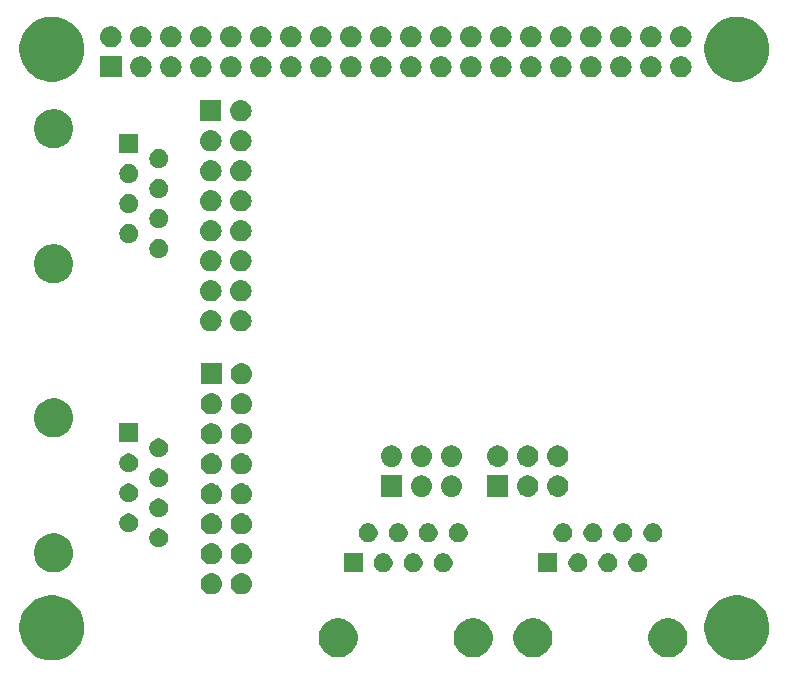
<source format=gbr>
G04 #@! TF.GenerationSoftware,KiCad,Pcbnew,(5.0.2)-1*
G04 #@! TF.CreationDate,2019-06-22T23:22:15-04:00*
G04 #@! TF.ProjectId,RPi-Ham,5250692d-4861-46d2-9e6b-696361645f70,rev?*
G04 #@! TF.SameCoordinates,Original*
G04 #@! TF.FileFunction,Soldermask,Bot*
G04 #@! TF.FilePolarity,Negative*
%FSLAX46Y46*%
G04 Gerber Fmt 4.6, Leading zero omitted, Abs format (unit mm)*
G04 Created by KiCad (PCBNEW (5.0.2)-1) date 2019-06-22 23:22:15*
%MOMM*%
%LPD*%
G01*
G04 APERTURE LIST*
%ADD10C,0.100000*%
G04 APERTURE END LIST*
D10*
G36*
X109536693Y-78801859D02*
X109802437Y-78854719D01*
X110303087Y-79062095D01*
X110490774Y-79187504D01*
X110753663Y-79363161D01*
X111136839Y-79746337D01*
X111136841Y-79746340D01*
X111437905Y-80196913D01*
X111571363Y-80519109D01*
X111645281Y-80697564D01*
X111751000Y-81229049D01*
X111751000Y-81770951D01*
X111715186Y-81951000D01*
X111645281Y-82302437D01*
X111437905Y-82803087D01*
X111147636Y-83237504D01*
X111136839Y-83253663D01*
X110753663Y-83636839D01*
X110753660Y-83636841D01*
X110303087Y-83937905D01*
X109802437Y-84145281D01*
X109536693Y-84198141D01*
X109270951Y-84251000D01*
X108729049Y-84251000D01*
X108463307Y-84198141D01*
X108197563Y-84145281D01*
X107696913Y-83937905D01*
X107246340Y-83636841D01*
X107246337Y-83636839D01*
X106863161Y-83253663D01*
X106852364Y-83237504D01*
X106562095Y-82803087D01*
X106354719Y-82302437D01*
X106284814Y-81951000D01*
X106249000Y-81770951D01*
X106249000Y-81229049D01*
X106354719Y-80697564D01*
X106428637Y-80519109D01*
X106562095Y-80196913D01*
X106863159Y-79746340D01*
X106863161Y-79746337D01*
X107246337Y-79363161D01*
X107509226Y-79187504D01*
X107696913Y-79062095D01*
X108197563Y-78854719D01*
X108463307Y-78801859D01*
X108729049Y-78749000D01*
X109270951Y-78749000D01*
X109536693Y-78801859D01*
X109536693Y-78801859D01*
G37*
G36*
X51536693Y-78801859D02*
X51802437Y-78854719D01*
X52303087Y-79062095D01*
X52490774Y-79187504D01*
X52753663Y-79363161D01*
X53136839Y-79746337D01*
X53136841Y-79746340D01*
X53437905Y-80196913D01*
X53571363Y-80519109D01*
X53645281Y-80697564D01*
X53751000Y-81229049D01*
X53751000Y-81770951D01*
X53715186Y-81951000D01*
X53645281Y-82302437D01*
X53437905Y-82803087D01*
X53147636Y-83237504D01*
X53136839Y-83253663D01*
X52753663Y-83636839D01*
X52753660Y-83636841D01*
X52303087Y-83937905D01*
X51802437Y-84145281D01*
X51536693Y-84198141D01*
X51270951Y-84251000D01*
X50729049Y-84251000D01*
X50463307Y-84198141D01*
X50197563Y-84145281D01*
X49696913Y-83937905D01*
X49246340Y-83636841D01*
X49246337Y-83636839D01*
X48863161Y-83253663D01*
X48852364Y-83237504D01*
X48562095Y-82803087D01*
X48354719Y-82302437D01*
X48284814Y-81951000D01*
X48249000Y-81770951D01*
X48249000Y-81229049D01*
X48354719Y-80697564D01*
X48428637Y-80519109D01*
X48562095Y-80196913D01*
X48863159Y-79746340D01*
X48863161Y-79746337D01*
X49246337Y-79363161D01*
X49509226Y-79187504D01*
X49696913Y-79062095D01*
X50197563Y-78854719D01*
X50463307Y-78801859D01*
X50729049Y-78749000D01*
X51270951Y-78749000D01*
X51536693Y-78801859D01*
X51536693Y-78801859D01*
G37*
G36*
X87035256Y-80741298D02*
X87141579Y-80762447D01*
X87442042Y-80886903D01*
X87684637Y-81049000D01*
X87712454Y-81067587D01*
X87942413Y-81297546D01*
X87942415Y-81297549D01*
X88123097Y-81567958D01*
X88240053Y-81850314D01*
X88247553Y-81868422D01*
X88311000Y-82187389D01*
X88311000Y-82512611D01*
X88284786Y-82644395D01*
X88247553Y-82831579D01*
X88123097Y-83132042D01*
X87955485Y-83382891D01*
X87942413Y-83402454D01*
X87712454Y-83632413D01*
X87712451Y-83632415D01*
X87442042Y-83813097D01*
X87141579Y-83937553D01*
X87035427Y-83958668D01*
X86822611Y-84001000D01*
X86497389Y-84001000D01*
X86284573Y-83958668D01*
X86178421Y-83937553D01*
X85877958Y-83813097D01*
X85607549Y-83632415D01*
X85607546Y-83632413D01*
X85377587Y-83402454D01*
X85364515Y-83382891D01*
X85196903Y-83132042D01*
X85072447Y-82831579D01*
X85035214Y-82644395D01*
X85009000Y-82512611D01*
X85009000Y-82187389D01*
X85072447Y-81868422D01*
X85079948Y-81850314D01*
X85196903Y-81567958D01*
X85377585Y-81297549D01*
X85377587Y-81297546D01*
X85607546Y-81067587D01*
X85635363Y-81049000D01*
X85877958Y-80886903D01*
X86178421Y-80762447D01*
X86284744Y-80741298D01*
X86497389Y-80699000D01*
X86822611Y-80699000D01*
X87035256Y-80741298D01*
X87035256Y-80741298D01*
G37*
G36*
X75605256Y-80741298D02*
X75711579Y-80762447D01*
X76012042Y-80886903D01*
X76254637Y-81049000D01*
X76282454Y-81067587D01*
X76512413Y-81297546D01*
X76512415Y-81297549D01*
X76693097Y-81567958D01*
X76810053Y-81850314D01*
X76817553Y-81868422D01*
X76881000Y-82187389D01*
X76881000Y-82512611D01*
X76854786Y-82644395D01*
X76817553Y-82831579D01*
X76693097Y-83132042D01*
X76525485Y-83382891D01*
X76512413Y-83402454D01*
X76282454Y-83632413D01*
X76282451Y-83632415D01*
X76012042Y-83813097D01*
X75711579Y-83937553D01*
X75605427Y-83958668D01*
X75392611Y-84001000D01*
X75067389Y-84001000D01*
X74854573Y-83958668D01*
X74748421Y-83937553D01*
X74447958Y-83813097D01*
X74177549Y-83632415D01*
X74177546Y-83632413D01*
X73947587Y-83402454D01*
X73934515Y-83382891D01*
X73766903Y-83132042D01*
X73642447Y-82831579D01*
X73605214Y-82644395D01*
X73579000Y-82512611D01*
X73579000Y-82187389D01*
X73642447Y-81868422D01*
X73649948Y-81850314D01*
X73766903Y-81567958D01*
X73947585Y-81297549D01*
X73947587Y-81297546D01*
X74177546Y-81067587D01*
X74205363Y-81049000D01*
X74447958Y-80886903D01*
X74748421Y-80762447D01*
X74854744Y-80741298D01*
X75067389Y-80699000D01*
X75392611Y-80699000D01*
X75605256Y-80741298D01*
X75605256Y-80741298D01*
G37*
G36*
X92105256Y-80741298D02*
X92211579Y-80762447D01*
X92512042Y-80886903D01*
X92754637Y-81049000D01*
X92782454Y-81067587D01*
X93012413Y-81297546D01*
X93012415Y-81297549D01*
X93193097Y-81567958D01*
X93310053Y-81850314D01*
X93317553Y-81868422D01*
X93381000Y-82187389D01*
X93381000Y-82512611D01*
X93354786Y-82644395D01*
X93317553Y-82831579D01*
X93193097Y-83132042D01*
X93025485Y-83382891D01*
X93012413Y-83402454D01*
X92782454Y-83632413D01*
X92782451Y-83632415D01*
X92512042Y-83813097D01*
X92211579Y-83937553D01*
X92105427Y-83958668D01*
X91892611Y-84001000D01*
X91567389Y-84001000D01*
X91354573Y-83958668D01*
X91248421Y-83937553D01*
X90947958Y-83813097D01*
X90677549Y-83632415D01*
X90677546Y-83632413D01*
X90447587Y-83402454D01*
X90434515Y-83382891D01*
X90266903Y-83132042D01*
X90142447Y-82831579D01*
X90105214Y-82644395D01*
X90079000Y-82512611D01*
X90079000Y-82187389D01*
X90142447Y-81868422D01*
X90149948Y-81850314D01*
X90266903Y-81567958D01*
X90447585Y-81297549D01*
X90447587Y-81297546D01*
X90677546Y-81067587D01*
X90705363Y-81049000D01*
X90947958Y-80886903D01*
X91248421Y-80762447D01*
X91354744Y-80741298D01*
X91567389Y-80699000D01*
X91892611Y-80699000D01*
X92105256Y-80741298D01*
X92105256Y-80741298D01*
G37*
G36*
X103535256Y-80741298D02*
X103641579Y-80762447D01*
X103942042Y-80886903D01*
X104184637Y-81049000D01*
X104212454Y-81067587D01*
X104442413Y-81297546D01*
X104442415Y-81297549D01*
X104623097Y-81567958D01*
X104740053Y-81850314D01*
X104747553Y-81868422D01*
X104811000Y-82187389D01*
X104811000Y-82512611D01*
X104784786Y-82644395D01*
X104747553Y-82831579D01*
X104623097Y-83132042D01*
X104455485Y-83382891D01*
X104442413Y-83402454D01*
X104212454Y-83632413D01*
X104212451Y-83632415D01*
X103942042Y-83813097D01*
X103641579Y-83937553D01*
X103535427Y-83958668D01*
X103322611Y-84001000D01*
X102997389Y-84001000D01*
X102784573Y-83958668D01*
X102678421Y-83937553D01*
X102377958Y-83813097D01*
X102107549Y-83632415D01*
X102107546Y-83632413D01*
X101877587Y-83402454D01*
X101864515Y-83382891D01*
X101696903Y-83132042D01*
X101572447Y-82831579D01*
X101535214Y-82644395D01*
X101509000Y-82512611D01*
X101509000Y-82187389D01*
X101572447Y-81868422D01*
X101579948Y-81850314D01*
X101696903Y-81567958D01*
X101877585Y-81297549D01*
X101877587Y-81297546D01*
X102107546Y-81067587D01*
X102135363Y-81049000D01*
X102377958Y-80886903D01*
X102678421Y-80762447D01*
X102784744Y-80741298D01*
X102997389Y-80699000D01*
X103322611Y-80699000D01*
X103535256Y-80741298D01*
X103535256Y-80741298D01*
G37*
G36*
X64610442Y-76885518D02*
X64676627Y-76892037D01*
X64789853Y-76926384D01*
X64846467Y-76943557D01*
X64985087Y-77017652D01*
X65002991Y-77027222D01*
X65038729Y-77056552D01*
X65140186Y-77139814D01*
X65223448Y-77241271D01*
X65252778Y-77277009D01*
X65252779Y-77277011D01*
X65336443Y-77433533D01*
X65336443Y-77433534D01*
X65387963Y-77603373D01*
X65405359Y-77780000D01*
X65387963Y-77956627D01*
X65353616Y-78069853D01*
X65336443Y-78126467D01*
X65262348Y-78265087D01*
X65252778Y-78282991D01*
X65223448Y-78318729D01*
X65140186Y-78420186D01*
X65038729Y-78503448D01*
X65002991Y-78532778D01*
X65002989Y-78532779D01*
X64846467Y-78616443D01*
X64789853Y-78633616D01*
X64676627Y-78667963D01*
X64610442Y-78674482D01*
X64544260Y-78681000D01*
X64455740Y-78681000D01*
X64389558Y-78674482D01*
X64323373Y-78667963D01*
X64210147Y-78633616D01*
X64153533Y-78616443D01*
X63997011Y-78532779D01*
X63997009Y-78532778D01*
X63961271Y-78503448D01*
X63859814Y-78420186D01*
X63776552Y-78318729D01*
X63747222Y-78282991D01*
X63737652Y-78265087D01*
X63663557Y-78126467D01*
X63646384Y-78069853D01*
X63612037Y-77956627D01*
X63594641Y-77780000D01*
X63612037Y-77603373D01*
X63663557Y-77433534D01*
X63663557Y-77433533D01*
X63747221Y-77277011D01*
X63747222Y-77277009D01*
X63776552Y-77241271D01*
X63859814Y-77139814D01*
X63961271Y-77056552D01*
X63997009Y-77027222D01*
X64014913Y-77017652D01*
X64153533Y-76943557D01*
X64210147Y-76926384D01*
X64323373Y-76892037D01*
X64389558Y-76885518D01*
X64455740Y-76879000D01*
X64544260Y-76879000D01*
X64610442Y-76885518D01*
X64610442Y-76885518D01*
G37*
G36*
X67150442Y-76885518D02*
X67216627Y-76892037D01*
X67329853Y-76926384D01*
X67386467Y-76943557D01*
X67525087Y-77017652D01*
X67542991Y-77027222D01*
X67578729Y-77056552D01*
X67680186Y-77139814D01*
X67763448Y-77241271D01*
X67792778Y-77277009D01*
X67792779Y-77277011D01*
X67876443Y-77433533D01*
X67876443Y-77433534D01*
X67927963Y-77603373D01*
X67945359Y-77780000D01*
X67927963Y-77956627D01*
X67893616Y-78069853D01*
X67876443Y-78126467D01*
X67802348Y-78265087D01*
X67792778Y-78282991D01*
X67763448Y-78318729D01*
X67680186Y-78420186D01*
X67578729Y-78503448D01*
X67542991Y-78532778D01*
X67542989Y-78532779D01*
X67386467Y-78616443D01*
X67329853Y-78633616D01*
X67216627Y-78667963D01*
X67150442Y-78674482D01*
X67084260Y-78681000D01*
X66995740Y-78681000D01*
X66929558Y-78674482D01*
X66863373Y-78667963D01*
X66750147Y-78633616D01*
X66693533Y-78616443D01*
X66537011Y-78532779D01*
X66537009Y-78532778D01*
X66501271Y-78503448D01*
X66399814Y-78420186D01*
X66316552Y-78318729D01*
X66287222Y-78282991D01*
X66277652Y-78265087D01*
X66203557Y-78126467D01*
X66186384Y-78069853D01*
X66152037Y-77956627D01*
X66134641Y-77780000D01*
X66152037Y-77603373D01*
X66203557Y-77433534D01*
X66203557Y-77433533D01*
X66287221Y-77277011D01*
X66287222Y-77277009D01*
X66316552Y-77241271D01*
X66399814Y-77139814D01*
X66501271Y-77056552D01*
X66537009Y-77027222D01*
X66554913Y-77017652D01*
X66693533Y-76943557D01*
X66750147Y-76926384D01*
X66863373Y-76892037D01*
X66929558Y-76885518D01*
X66995740Y-76879000D01*
X67084260Y-76879000D01*
X67150442Y-76885518D01*
X67150442Y-76885518D01*
G37*
G36*
X51525256Y-73551298D02*
X51631579Y-73572447D01*
X51932042Y-73696903D01*
X52102960Y-73811107D01*
X52202454Y-73877587D01*
X52432413Y-74107546D01*
X52432415Y-74107549D01*
X52540571Y-74269415D01*
X52613098Y-74377960D01*
X52737553Y-74678422D01*
X52801000Y-74997389D01*
X52801000Y-75322611D01*
X52767825Y-75489392D01*
X52737553Y-75641579D01*
X52613097Y-75942042D01*
X52521656Y-76078893D01*
X52432413Y-76212454D01*
X52202454Y-76442413D01*
X52202451Y-76442415D01*
X51932042Y-76623097D01*
X51631579Y-76747553D01*
X51525256Y-76768702D01*
X51312611Y-76811000D01*
X50987389Y-76811000D01*
X50774744Y-76768702D01*
X50668421Y-76747553D01*
X50367958Y-76623097D01*
X50097549Y-76442415D01*
X50097546Y-76442413D01*
X49867587Y-76212454D01*
X49778344Y-76078893D01*
X49686903Y-75942042D01*
X49562447Y-75641579D01*
X49532175Y-75489392D01*
X49499000Y-75322611D01*
X49499000Y-74997389D01*
X49562447Y-74678422D01*
X49686902Y-74377960D01*
X49759430Y-74269415D01*
X49867585Y-74107549D01*
X49867587Y-74107546D01*
X50097546Y-73877587D01*
X50197040Y-73811107D01*
X50367958Y-73696903D01*
X50668421Y-73572447D01*
X50774744Y-73551298D01*
X50987389Y-73509000D01*
X51312611Y-73509000D01*
X51525256Y-73551298D01*
X51525256Y-73551298D01*
G37*
G36*
X84353643Y-75229781D02*
X84499415Y-75290162D01*
X84630611Y-75377824D01*
X84742176Y-75489389D01*
X84829838Y-75620585D01*
X84890219Y-75766357D01*
X84921000Y-75921107D01*
X84921000Y-76078893D01*
X84890219Y-76233643D01*
X84829838Y-76379415D01*
X84742176Y-76510611D01*
X84630611Y-76622176D01*
X84499415Y-76709838D01*
X84353643Y-76770219D01*
X84198893Y-76801000D01*
X84041107Y-76801000D01*
X83886357Y-76770219D01*
X83740585Y-76709838D01*
X83609389Y-76622176D01*
X83497824Y-76510611D01*
X83410162Y-76379415D01*
X83349781Y-76233643D01*
X83319000Y-76078893D01*
X83319000Y-75921107D01*
X83349781Y-75766357D01*
X83410162Y-75620585D01*
X83497824Y-75489389D01*
X83609389Y-75377824D01*
X83740585Y-75290162D01*
X83886357Y-75229781D01*
X84041107Y-75199000D01*
X84198893Y-75199000D01*
X84353643Y-75229781D01*
X84353643Y-75229781D01*
G37*
G36*
X81813643Y-75229781D02*
X81959415Y-75290162D01*
X82090611Y-75377824D01*
X82202176Y-75489389D01*
X82289838Y-75620585D01*
X82350219Y-75766357D01*
X82381000Y-75921107D01*
X82381000Y-76078893D01*
X82350219Y-76233643D01*
X82289838Y-76379415D01*
X82202176Y-76510611D01*
X82090611Y-76622176D01*
X81959415Y-76709838D01*
X81813643Y-76770219D01*
X81658893Y-76801000D01*
X81501107Y-76801000D01*
X81346357Y-76770219D01*
X81200585Y-76709838D01*
X81069389Y-76622176D01*
X80957824Y-76510611D01*
X80870162Y-76379415D01*
X80809781Y-76233643D01*
X80779000Y-76078893D01*
X80779000Y-75921107D01*
X80809781Y-75766357D01*
X80870162Y-75620585D01*
X80957824Y-75489389D01*
X81069389Y-75377824D01*
X81200585Y-75290162D01*
X81346357Y-75229781D01*
X81501107Y-75199000D01*
X81658893Y-75199000D01*
X81813643Y-75229781D01*
X81813643Y-75229781D01*
G37*
G36*
X79273643Y-75229781D02*
X79419415Y-75290162D01*
X79550611Y-75377824D01*
X79662176Y-75489389D01*
X79749838Y-75620585D01*
X79810219Y-75766357D01*
X79841000Y-75921107D01*
X79841000Y-76078893D01*
X79810219Y-76233643D01*
X79749838Y-76379415D01*
X79662176Y-76510611D01*
X79550611Y-76622176D01*
X79419415Y-76709838D01*
X79273643Y-76770219D01*
X79118893Y-76801000D01*
X78961107Y-76801000D01*
X78806357Y-76770219D01*
X78660585Y-76709838D01*
X78529389Y-76622176D01*
X78417824Y-76510611D01*
X78330162Y-76379415D01*
X78269781Y-76233643D01*
X78239000Y-76078893D01*
X78239000Y-75921107D01*
X78269781Y-75766357D01*
X78330162Y-75620585D01*
X78417824Y-75489389D01*
X78529389Y-75377824D01*
X78660585Y-75290162D01*
X78806357Y-75229781D01*
X78961107Y-75199000D01*
X79118893Y-75199000D01*
X79273643Y-75229781D01*
X79273643Y-75229781D01*
G37*
G36*
X77301000Y-76801000D02*
X75699000Y-76801000D01*
X75699000Y-75199000D01*
X77301000Y-75199000D01*
X77301000Y-76801000D01*
X77301000Y-76801000D01*
G37*
G36*
X93801000Y-76801000D02*
X92199000Y-76801000D01*
X92199000Y-75199000D01*
X93801000Y-75199000D01*
X93801000Y-76801000D01*
X93801000Y-76801000D01*
G37*
G36*
X95773643Y-75229781D02*
X95919415Y-75290162D01*
X96050611Y-75377824D01*
X96162176Y-75489389D01*
X96249838Y-75620585D01*
X96310219Y-75766357D01*
X96341000Y-75921107D01*
X96341000Y-76078893D01*
X96310219Y-76233643D01*
X96249838Y-76379415D01*
X96162176Y-76510611D01*
X96050611Y-76622176D01*
X95919415Y-76709838D01*
X95773643Y-76770219D01*
X95618893Y-76801000D01*
X95461107Y-76801000D01*
X95306357Y-76770219D01*
X95160585Y-76709838D01*
X95029389Y-76622176D01*
X94917824Y-76510611D01*
X94830162Y-76379415D01*
X94769781Y-76233643D01*
X94739000Y-76078893D01*
X94739000Y-75921107D01*
X94769781Y-75766357D01*
X94830162Y-75620585D01*
X94917824Y-75489389D01*
X95029389Y-75377824D01*
X95160585Y-75290162D01*
X95306357Y-75229781D01*
X95461107Y-75199000D01*
X95618893Y-75199000D01*
X95773643Y-75229781D01*
X95773643Y-75229781D01*
G37*
G36*
X98313643Y-75229781D02*
X98459415Y-75290162D01*
X98590611Y-75377824D01*
X98702176Y-75489389D01*
X98789838Y-75620585D01*
X98850219Y-75766357D01*
X98881000Y-75921107D01*
X98881000Y-76078893D01*
X98850219Y-76233643D01*
X98789838Y-76379415D01*
X98702176Y-76510611D01*
X98590611Y-76622176D01*
X98459415Y-76709838D01*
X98313643Y-76770219D01*
X98158893Y-76801000D01*
X98001107Y-76801000D01*
X97846357Y-76770219D01*
X97700585Y-76709838D01*
X97569389Y-76622176D01*
X97457824Y-76510611D01*
X97370162Y-76379415D01*
X97309781Y-76233643D01*
X97279000Y-76078893D01*
X97279000Y-75921107D01*
X97309781Y-75766357D01*
X97370162Y-75620585D01*
X97457824Y-75489389D01*
X97569389Y-75377824D01*
X97700585Y-75290162D01*
X97846357Y-75229781D01*
X98001107Y-75199000D01*
X98158893Y-75199000D01*
X98313643Y-75229781D01*
X98313643Y-75229781D01*
G37*
G36*
X100853643Y-75229781D02*
X100999415Y-75290162D01*
X101130611Y-75377824D01*
X101242176Y-75489389D01*
X101329838Y-75620585D01*
X101390219Y-75766357D01*
X101421000Y-75921107D01*
X101421000Y-76078893D01*
X101390219Y-76233643D01*
X101329838Y-76379415D01*
X101242176Y-76510611D01*
X101130611Y-76622176D01*
X100999415Y-76709838D01*
X100853643Y-76770219D01*
X100698893Y-76801000D01*
X100541107Y-76801000D01*
X100386357Y-76770219D01*
X100240585Y-76709838D01*
X100109389Y-76622176D01*
X99997824Y-76510611D01*
X99910162Y-76379415D01*
X99849781Y-76233643D01*
X99819000Y-76078893D01*
X99819000Y-75921107D01*
X99849781Y-75766357D01*
X99910162Y-75620585D01*
X99997824Y-75489389D01*
X100109389Y-75377824D01*
X100240585Y-75290162D01*
X100386357Y-75229781D01*
X100541107Y-75199000D01*
X100698893Y-75199000D01*
X100853643Y-75229781D01*
X100853643Y-75229781D01*
G37*
G36*
X67150443Y-74345519D02*
X67216627Y-74352037D01*
X67329853Y-74386384D01*
X67386467Y-74403557D01*
X67525087Y-74477652D01*
X67542991Y-74487222D01*
X67573397Y-74512176D01*
X67680186Y-74599814D01*
X67729758Y-74660219D01*
X67792778Y-74737009D01*
X67792779Y-74737011D01*
X67876443Y-74893533D01*
X67876443Y-74893534D01*
X67927963Y-75063373D01*
X67945359Y-75240000D01*
X67927963Y-75416627D01*
X67905891Y-75489389D01*
X67876443Y-75586467D01*
X67802348Y-75725087D01*
X67792778Y-75742991D01*
X67773602Y-75766357D01*
X67680186Y-75880186D01*
X67604813Y-75942042D01*
X67542991Y-75992778D01*
X67542989Y-75992779D01*
X67386467Y-76076443D01*
X67329853Y-76093616D01*
X67216627Y-76127963D01*
X67150443Y-76134481D01*
X67084260Y-76141000D01*
X66995740Y-76141000D01*
X66929557Y-76134481D01*
X66863373Y-76127963D01*
X66750147Y-76093616D01*
X66693533Y-76076443D01*
X66537011Y-75992779D01*
X66537009Y-75992778D01*
X66475187Y-75942042D01*
X66399814Y-75880186D01*
X66306398Y-75766357D01*
X66287222Y-75742991D01*
X66277652Y-75725087D01*
X66203557Y-75586467D01*
X66174109Y-75489389D01*
X66152037Y-75416627D01*
X66134641Y-75240000D01*
X66152037Y-75063373D01*
X66203557Y-74893534D01*
X66203557Y-74893533D01*
X66287221Y-74737011D01*
X66287222Y-74737009D01*
X66350242Y-74660219D01*
X66399814Y-74599814D01*
X66506603Y-74512176D01*
X66537009Y-74487222D01*
X66554913Y-74477652D01*
X66693533Y-74403557D01*
X66750147Y-74386384D01*
X66863373Y-74352037D01*
X66929557Y-74345519D01*
X66995740Y-74339000D01*
X67084260Y-74339000D01*
X67150443Y-74345519D01*
X67150443Y-74345519D01*
G37*
G36*
X64610443Y-74345519D02*
X64676627Y-74352037D01*
X64789853Y-74386384D01*
X64846467Y-74403557D01*
X64985087Y-74477652D01*
X65002991Y-74487222D01*
X65033397Y-74512176D01*
X65140186Y-74599814D01*
X65189758Y-74660219D01*
X65252778Y-74737009D01*
X65252779Y-74737011D01*
X65336443Y-74893533D01*
X65336443Y-74893534D01*
X65387963Y-75063373D01*
X65405359Y-75240000D01*
X65387963Y-75416627D01*
X65365891Y-75489389D01*
X65336443Y-75586467D01*
X65262348Y-75725087D01*
X65252778Y-75742991D01*
X65233602Y-75766357D01*
X65140186Y-75880186D01*
X65064813Y-75942042D01*
X65002991Y-75992778D01*
X65002989Y-75992779D01*
X64846467Y-76076443D01*
X64789853Y-76093616D01*
X64676627Y-76127963D01*
X64610443Y-76134481D01*
X64544260Y-76141000D01*
X64455740Y-76141000D01*
X64389557Y-76134481D01*
X64323373Y-76127963D01*
X64210147Y-76093616D01*
X64153533Y-76076443D01*
X63997011Y-75992779D01*
X63997009Y-75992778D01*
X63935187Y-75942042D01*
X63859814Y-75880186D01*
X63766398Y-75766357D01*
X63747222Y-75742991D01*
X63737652Y-75725087D01*
X63663557Y-75586467D01*
X63634109Y-75489389D01*
X63612037Y-75416627D01*
X63594641Y-75240000D01*
X63612037Y-75063373D01*
X63663557Y-74893534D01*
X63663557Y-74893533D01*
X63747221Y-74737011D01*
X63747222Y-74737009D01*
X63810242Y-74660219D01*
X63859814Y-74599814D01*
X63966603Y-74512176D01*
X63997009Y-74487222D01*
X64014913Y-74477652D01*
X64153533Y-74403557D01*
X64210147Y-74386384D01*
X64323373Y-74352037D01*
X64389557Y-74345519D01*
X64455740Y-74339000D01*
X64544260Y-74339000D01*
X64610443Y-74345519D01*
X64610443Y-74345519D01*
G37*
G36*
X60273643Y-73119781D02*
X60419415Y-73180162D01*
X60550611Y-73267824D01*
X60662176Y-73379389D01*
X60749838Y-73510585D01*
X60810219Y-73656357D01*
X60841000Y-73811107D01*
X60841000Y-73968893D01*
X60810219Y-74123643D01*
X60749838Y-74269415D01*
X60662176Y-74400611D01*
X60550611Y-74512176D01*
X60419415Y-74599838D01*
X60273643Y-74660219D01*
X60118893Y-74691000D01*
X59961107Y-74691000D01*
X59806357Y-74660219D01*
X59660585Y-74599838D01*
X59529389Y-74512176D01*
X59417824Y-74400611D01*
X59330162Y-74269415D01*
X59269781Y-74123643D01*
X59239000Y-73968893D01*
X59239000Y-73811107D01*
X59269781Y-73656357D01*
X59330162Y-73510585D01*
X59417824Y-73379389D01*
X59529389Y-73267824D01*
X59660585Y-73180162D01*
X59806357Y-73119781D01*
X59961107Y-73089000D01*
X60118893Y-73089000D01*
X60273643Y-73119781D01*
X60273643Y-73119781D01*
G37*
G36*
X102123643Y-72689781D02*
X102269415Y-72750162D01*
X102400611Y-72837824D01*
X102512176Y-72949389D01*
X102599838Y-73080585D01*
X102660219Y-73226357D01*
X102691000Y-73381107D01*
X102691000Y-73538893D01*
X102660219Y-73693643D01*
X102599838Y-73839415D01*
X102512176Y-73970611D01*
X102400611Y-74082176D01*
X102269415Y-74169838D01*
X102123643Y-74230219D01*
X101968893Y-74261000D01*
X101811107Y-74261000D01*
X101656357Y-74230219D01*
X101510585Y-74169838D01*
X101379389Y-74082176D01*
X101267824Y-73970611D01*
X101180162Y-73839415D01*
X101119781Y-73693643D01*
X101089000Y-73538893D01*
X101089000Y-73381107D01*
X101119781Y-73226357D01*
X101180162Y-73080585D01*
X101267824Y-72949389D01*
X101379389Y-72837824D01*
X101510585Y-72750162D01*
X101656357Y-72689781D01*
X101811107Y-72659000D01*
X101968893Y-72659000D01*
X102123643Y-72689781D01*
X102123643Y-72689781D01*
G37*
G36*
X83083643Y-72689781D02*
X83229415Y-72750162D01*
X83360611Y-72837824D01*
X83472176Y-72949389D01*
X83559838Y-73080585D01*
X83620219Y-73226357D01*
X83651000Y-73381107D01*
X83651000Y-73538893D01*
X83620219Y-73693643D01*
X83559838Y-73839415D01*
X83472176Y-73970611D01*
X83360611Y-74082176D01*
X83229415Y-74169838D01*
X83083643Y-74230219D01*
X82928893Y-74261000D01*
X82771107Y-74261000D01*
X82616357Y-74230219D01*
X82470585Y-74169838D01*
X82339389Y-74082176D01*
X82227824Y-73970611D01*
X82140162Y-73839415D01*
X82079781Y-73693643D01*
X82049000Y-73538893D01*
X82049000Y-73381107D01*
X82079781Y-73226357D01*
X82140162Y-73080585D01*
X82227824Y-72949389D01*
X82339389Y-72837824D01*
X82470585Y-72750162D01*
X82616357Y-72689781D01*
X82771107Y-72659000D01*
X82928893Y-72659000D01*
X83083643Y-72689781D01*
X83083643Y-72689781D01*
G37*
G36*
X80543643Y-72689781D02*
X80689415Y-72750162D01*
X80820611Y-72837824D01*
X80932176Y-72949389D01*
X81019838Y-73080585D01*
X81080219Y-73226357D01*
X81111000Y-73381107D01*
X81111000Y-73538893D01*
X81080219Y-73693643D01*
X81019838Y-73839415D01*
X80932176Y-73970611D01*
X80820611Y-74082176D01*
X80689415Y-74169838D01*
X80543643Y-74230219D01*
X80388893Y-74261000D01*
X80231107Y-74261000D01*
X80076357Y-74230219D01*
X79930585Y-74169838D01*
X79799389Y-74082176D01*
X79687824Y-73970611D01*
X79600162Y-73839415D01*
X79539781Y-73693643D01*
X79509000Y-73538893D01*
X79509000Y-73381107D01*
X79539781Y-73226357D01*
X79600162Y-73080585D01*
X79687824Y-72949389D01*
X79799389Y-72837824D01*
X79930585Y-72750162D01*
X80076357Y-72689781D01*
X80231107Y-72659000D01*
X80388893Y-72659000D01*
X80543643Y-72689781D01*
X80543643Y-72689781D01*
G37*
G36*
X78003643Y-72689781D02*
X78149415Y-72750162D01*
X78280611Y-72837824D01*
X78392176Y-72949389D01*
X78479838Y-73080585D01*
X78540219Y-73226357D01*
X78571000Y-73381107D01*
X78571000Y-73538893D01*
X78540219Y-73693643D01*
X78479838Y-73839415D01*
X78392176Y-73970611D01*
X78280611Y-74082176D01*
X78149415Y-74169838D01*
X78003643Y-74230219D01*
X77848893Y-74261000D01*
X77691107Y-74261000D01*
X77536357Y-74230219D01*
X77390585Y-74169838D01*
X77259389Y-74082176D01*
X77147824Y-73970611D01*
X77060162Y-73839415D01*
X76999781Y-73693643D01*
X76969000Y-73538893D01*
X76969000Y-73381107D01*
X76999781Y-73226357D01*
X77060162Y-73080585D01*
X77147824Y-72949389D01*
X77259389Y-72837824D01*
X77390585Y-72750162D01*
X77536357Y-72689781D01*
X77691107Y-72659000D01*
X77848893Y-72659000D01*
X78003643Y-72689781D01*
X78003643Y-72689781D01*
G37*
G36*
X94503643Y-72689781D02*
X94649415Y-72750162D01*
X94780611Y-72837824D01*
X94892176Y-72949389D01*
X94979838Y-73080585D01*
X95040219Y-73226357D01*
X95071000Y-73381107D01*
X95071000Y-73538893D01*
X95040219Y-73693643D01*
X94979838Y-73839415D01*
X94892176Y-73970611D01*
X94780611Y-74082176D01*
X94649415Y-74169838D01*
X94503643Y-74230219D01*
X94348893Y-74261000D01*
X94191107Y-74261000D01*
X94036357Y-74230219D01*
X93890585Y-74169838D01*
X93759389Y-74082176D01*
X93647824Y-73970611D01*
X93560162Y-73839415D01*
X93499781Y-73693643D01*
X93469000Y-73538893D01*
X93469000Y-73381107D01*
X93499781Y-73226357D01*
X93560162Y-73080585D01*
X93647824Y-72949389D01*
X93759389Y-72837824D01*
X93890585Y-72750162D01*
X94036357Y-72689781D01*
X94191107Y-72659000D01*
X94348893Y-72659000D01*
X94503643Y-72689781D01*
X94503643Y-72689781D01*
G37*
G36*
X97043643Y-72689781D02*
X97189415Y-72750162D01*
X97320611Y-72837824D01*
X97432176Y-72949389D01*
X97519838Y-73080585D01*
X97580219Y-73226357D01*
X97611000Y-73381107D01*
X97611000Y-73538893D01*
X97580219Y-73693643D01*
X97519838Y-73839415D01*
X97432176Y-73970611D01*
X97320611Y-74082176D01*
X97189415Y-74169838D01*
X97043643Y-74230219D01*
X96888893Y-74261000D01*
X96731107Y-74261000D01*
X96576357Y-74230219D01*
X96430585Y-74169838D01*
X96299389Y-74082176D01*
X96187824Y-73970611D01*
X96100162Y-73839415D01*
X96039781Y-73693643D01*
X96009000Y-73538893D01*
X96009000Y-73381107D01*
X96039781Y-73226357D01*
X96100162Y-73080585D01*
X96187824Y-72949389D01*
X96299389Y-72837824D01*
X96430585Y-72750162D01*
X96576357Y-72689781D01*
X96731107Y-72659000D01*
X96888893Y-72659000D01*
X97043643Y-72689781D01*
X97043643Y-72689781D01*
G37*
G36*
X99583643Y-72689781D02*
X99729415Y-72750162D01*
X99860611Y-72837824D01*
X99972176Y-72949389D01*
X100059838Y-73080585D01*
X100120219Y-73226357D01*
X100151000Y-73381107D01*
X100151000Y-73538893D01*
X100120219Y-73693643D01*
X100059838Y-73839415D01*
X99972176Y-73970611D01*
X99860611Y-74082176D01*
X99729415Y-74169838D01*
X99583643Y-74230219D01*
X99428893Y-74261000D01*
X99271107Y-74261000D01*
X99116357Y-74230219D01*
X98970585Y-74169838D01*
X98839389Y-74082176D01*
X98727824Y-73970611D01*
X98640162Y-73839415D01*
X98579781Y-73693643D01*
X98549000Y-73538893D01*
X98549000Y-73381107D01*
X98579781Y-73226357D01*
X98640162Y-73080585D01*
X98727824Y-72949389D01*
X98839389Y-72837824D01*
X98970585Y-72750162D01*
X99116357Y-72689781D01*
X99271107Y-72659000D01*
X99428893Y-72659000D01*
X99583643Y-72689781D01*
X99583643Y-72689781D01*
G37*
G36*
X85623643Y-72689781D02*
X85769415Y-72750162D01*
X85900611Y-72837824D01*
X86012176Y-72949389D01*
X86099838Y-73080585D01*
X86160219Y-73226357D01*
X86191000Y-73381107D01*
X86191000Y-73538893D01*
X86160219Y-73693643D01*
X86099838Y-73839415D01*
X86012176Y-73970611D01*
X85900611Y-74082176D01*
X85769415Y-74169838D01*
X85623643Y-74230219D01*
X85468893Y-74261000D01*
X85311107Y-74261000D01*
X85156357Y-74230219D01*
X85010585Y-74169838D01*
X84879389Y-74082176D01*
X84767824Y-73970611D01*
X84680162Y-73839415D01*
X84619781Y-73693643D01*
X84589000Y-73538893D01*
X84589000Y-73381107D01*
X84619781Y-73226357D01*
X84680162Y-73080585D01*
X84767824Y-72949389D01*
X84879389Y-72837824D01*
X85010585Y-72750162D01*
X85156357Y-72689781D01*
X85311107Y-72659000D01*
X85468893Y-72659000D01*
X85623643Y-72689781D01*
X85623643Y-72689781D01*
G37*
G36*
X64610442Y-71805518D02*
X64676627Y-71812037D01*
X64789853Y-71846384D01*
X64846467Y-71863557D01*
X64933659Y-71910163D01*
X65002991Y-71947222D01*
X65033397Y-71972176D01*
X65140186Y-72059814D01*
X65189758Y-72120219D01*
X65252778Y-72197009D01*
X65252779Y-72197011D01*
X65336443Y-72353533D01*
X65336443Y-72353534D01*
X65387963Y-72523373D01*
X65405359Y-72700000D01*
X65387963Y-72876627D01*
X65365891Y-72949389D01*
X65336443Y-73046467D01*
X65291468Y-73130608D01*
X65252778Y-73202991D01*
X65233602Y-73226357D01*
X65140186Y-73340186D01*
X65041712Y-73421000D01*
X65002991Y-73452778D01*
X65002989Y-73452779D01*
X64846467Y-73536443D01*
X64789853Y-73553616D01*
X64676627Y-73587963D01*
X64610443Y-73594481D01*
X64544260Y-73601000D01*
X64455740Y-73601000D01*
X64389557Y-73594481D01*
X64323373Y-73587963D01*
X64210147Y-73553616D01*
X64153533Y-73536443D01*
X63997011Y-73452779D01*
X63997009Y-73452778D01*
X63958288Y-73421000D01*
X63859814Y-73340186D01*
X63766398Y-73226357D01*
X63747222Y-73202991D01*
X63708532Y-73130608D01*
X63663557Y-73046467D01*
X63634109Y-72949389D01*
X63612037Y-72876627D01*
X63594641Y-72700000D01*
X63612037Y-72523373D01*
X63663557Y-72353534D01*
X63663557Y-72353533D01*
X63747221Y-72197011D01*
X63747222Y-72197009D01*
X63810242Y-72120219D01*
X63859814Y-72059814D01*
X63966603Y-71972176D01*
X63997009Y-71947222D01*
X64066341Y-71910163D01*
X64153533Y-71863557D01*
X64210147Y-71846384D01*
X64323373Y-71812037D01*
X64389558Y-71805518D01*
X64455740Y-71799000D01*
X64544260Y-71799000D01*
X64610442Y-71805518D01*
X64610442Y-71805518D01*
G37*
G36*
X67150442Y-71805518D02*
X67216627Y-71812037D01*
X67329853Y-71846384D01*
X67386467Y-71863557D01*
X67473659Y-71910163D01*
X67542991Y-71947222D01*
X67573397Y-71972176D01*
X67680186Y-72059814D01*
X67729758Y-72120219D01*
X67792778Y-72197009D01*
X67792779Y-72197011D01*
X67876443Y-72353533D01*
X67876443Y-72353534D01*
X67927963Y-72523373D01*
X67945359Y-72700000D01*
X67927963Y-72876627D01*
X67905891Y-72949389D01*
X67876443Y-73046467D01*
X67831468Y-73130608D01*
X67792778Y-73202991D01*
X67773602Y-73226357D01*
X67680186Y-73340186D01*
X67581712Y-73421000D01*
X67542991Y-73452778D01*
X67542989Y-73452779D01*
X67386467Y-73536443D01*
X67329853Y-73553616D01*
X67216627Y-73587963D01*
X67150443Y-73594481D01*
X67084260Y-73601000D01*
X66995740Y-73601000D01*
X66929557Y-73594481D01*
X66863373Y-73587963D01*
X66750147Y-73553616D01*
X66693533Y-73536443D01*
X66537011Y-73452779D01*
X66537009Y-73452778D01*
X66498288Y-73421000D01*
X66399814Y-73340186D01*
X66306398Y-73226357D01*
X66287222Y-73202991D01*
X66248532Y-73130608D01*
X66203557Y-73046467D01*
X66174109Y-72949389D01*
X66152037Y-72876627D01*
X66134641Y-72700000D01*
X66152037Y-72523373D01*
X66203557Y-72353534D01*
X66203557Y-72353533D01*
X66287221Y-72197011D01*
X66287222Y-72197009D01*
X66350242Y-72120219D01*
X66399814Y-72059814D01*
X66506603Y-71972176D01*
X66537009Y-71947222D01*
X66606341Y-71910163D01*
X66693533Y-71863557D01*
X66750147Y-71846384D01*
X66863373Y-71812037D01*
X66929558Y-71805518D01*
X66995740Y-71799000D01*
X67084260Y-71799000D01*
X67150442Y-71805518D01*
X67150442Y-71805518D01*
G37*
G36*
X57733643Y-71849781D02*
X57879415Y-71910162D01*
X58010611Y-71997824D01*
X58122176Y-72109389D01*
X58209838Y-72240585D01*
X58270219Y-72386357D01*
X58301000Y-72541107D01*
X58301000Y-72698893D01*
X58270219Y-72853643D01*
X58209838Y-72999415D01*
X58122176Y-73130611D01*
X58010611Y-73242176D01*
X57879415Y-73329838D01*
X57733643Y-73390219D01*
X57578893Y-73421000D01*
X57421107Y-73421000D01*
X57266357Y-73390219D01*
X57120585Y-73329838D01*
X56989389Y-73242176D01*
X56877824Y-73130611D01*
X56790162Y-72999415D01*
X56729781Y-72853643D01*
X56699000Y-72698893D01*
X56699000Y-72541107D01*
X56729781Y-72386357D01*
X56790162Y-72240585D01*
X56877824Y-72109389D01*
X56989389Y-71997824D01*
X57120585Y-71910162D01*
X57266357Y-71849781D01*
X57421107Y-71819000D01*
X57578893Y-71819000D01*
X57733643Y-71849781D01*
X57733643Y-71849781D01*
G37*
G36*
X60273643Y-70579781D02*
X60419415Y-70640162D01*
X60550611Y-70727824D01*
X60662176Y-70839389D01*
X60749838Y-70970585D01*
X60810219Y-71116357D01*
X60841000Y-71271107D01*
X60841000Y-71428893D01*
X60810219Y-71583643D01*
X60749838Y-71729415D01*
X60662176Y-71860611D01*
X60550611Y-71972176D01*
X60419415Y-72059838D01*
X60273643Y-72120219D01*
X60118893Y-72151000D01*
X59961107Y-72151000D01*
X59806357Y-72120219D01*
X59660585Y-72059838D01*
X59529389Y-71972176D01*
X59417824Y-71860611D01*
X59330162Y-71729415D01*
X59269781Y-71583643D01*
X59239000Y-71428893D01*
X59239000Y-71271107D01*
X59269781Y-71116357D01*
X59330162Y-70970585D01*
X59417824Y-70839389D01*
X59529389Y-70727824D01*
X59660585Y-70640162D01*
X59806357Y-70579781D01*
X59961107Y-70549000D01*
X60118893Y-70549000D01*
X60273643Y-70579781D01*
X60273643Y-70579781D01*
G37*
G36*
X67150443Y-69265519D02*
X67216627Y-69272037D01*
X67329853Y-69306384D01*
X67386467Y-69323557D01*
X67473659Y-69370163D01*
X67542991Y-69407222D01*
X67573397Y-69432176D01*
X67680186Y-69519814D01*
X67729758Y-69580219D01*
X67792778Y-69657009D01*
X67792779Y-69657011D01*
X67876443Y-69813533D01*
X67876443Y-69813534D01*
X67927963Y-69983373D01*
X67945359Y-70160000D01*
X67927963Y-70336627D01*
X67893616Y-70449853D01*
X67876443Y-70506467D01*
X67831468Y-70590608D01*
X67792778Y-70662991D01*
X67763448Y-70698729D01*
X67680186Y-70800186D01*
X67581712Y-70881000D01*
X67542991Y-70912778D01*
X67542989Y-70912779D01*
X67386467Y-70996443D01*
X67329853Y-71013616D01*
X67216627Y-71047963D01*
X67150442Y-71054482D01*
X67084260Y-71061000D01*
X66995740Y-71061000D01*
X66929558Y-71054482D01*
X66863373Y-71047963D01*
X66750147Y-71013616D01*
X66693533Y-70996443D01*
X66537011Y-70912779D01*
X66537009Y-70912778D01*
X66498288Y-70881000D01*
X66399814Y-70800186D01*
X66316552Y-70698729D01*
X66287222Y-70662991D01*
X66248532Y-70590608D01*
X66203557Y-70506467D01*
X66186384Y-70449853D01*
X66152037Y-70336627D01*
X66134641Y-70160000D01*
X66152037Y-69983373D01*
X66203557Y-69813534D01*
X66203557Y-69813533D01*
X66287221Y-69657011D01*
X66287222Y-69657009D01*
X66350242Y-69580219D01*
X66399814Y-69519814D01*
X66506603Y-69432176D01*
X66537009Y-69407222D01*
X66606341Y-69370163D01*
X66693533Y-69323557D01*
X66750147Y-69306384D01*
X66863373Y-69272037D01*
X66929557Y-69265519D01*
X66995740Y-69259000D01*
X67084260Y-69259000D01*
X67150443Y-69265519D01*
X67150443Y-69265519D01*
G37*
G36*
X64610443Y-69265519D02*
X64676627Y-69272037D01*
X64789853Y-69306384D01*
X64846467Y-69323557D01*
X64933659Y-69370163D01*
X65002991Y-69407222D01*
X65033397Y-69432176D01*
X65140186Y-69519814D01*
X65189758Y-69580219D01*
X65252778Y-69657009D01*
X65252779Y-69657011D01*
X65336443Y-69813533D01*
X65336443Y-69813534D01*
X65387963Y-69983373D01*
X65405359Y-70160000D01*
X65387963Y-70336627D01*
X65353616Y-70449853D01*
X65336443Y-70506467D01*
X65291468Y-70590608D01*
X65252778Y-70662991D01*
X65223448Y-70698729D01*
X65140186Y-70800186D01*
X65041712Y-70881000D01*
X65002991Y-70912778D01*
X65002989Y-70912779D01*
X64846467Y-70996443D01*
X64789853Y-71013616D01*
X64676627Y-71047963D01*
X64610442Y-71054482D01*
X64544260Y-71061000D01*
X64455740Y-71061000D01*
X64389558Y-71054482D01*
X64323373Y-71047963D01*
X64210147Y-71013616D01*
X64153533Y-70996443D01*
X63997011Y-70912779D01*
X63997009Y-70912778D01*
X63958288Y-70881000D01*
X63859814Y-70800186D01*
X63776552Y-70698729D01*
X63747222Y-70662991D01*
X63708532Y-70590608D01*
X63663557Y-70506467D01*
X63646384Y-70449853D01*
X63612037Y-70336627D01*
X63594641Y-70160000D01*
X63612037Y-69983373D01*
X63663557Y-69813534D01*
X63663557Y-69813533D01*
X63747221Y-69657011D01*
X63747222Y-69657009D01*
X63810242Y-69580219D01*
X63859814Y-69519814D01*
X63966603Y-69432176D01*
X63997009Y-69407222D01*
X64066341Y-69370163D01*
X64153533Y-69323557D01*
X64210147Y-69306384D01*
X64323373Y-69272037D01*
X64389557Y-69265519D01*
X64455740Y-69259000D01*
X64544260Y-69259000D01*
X64610443Y-69265519D01*
X64610443Y-69265519D01*
G37*
G36*
X57733643Y-69309781D02*
X57879415Y-69370162D01*
X58010611Y-69457824D01*
X58122176Y-69569389D01*
X58209838Y-69700585D01*
X58270219Y-69846357D01*
X58301000Y-70001107D01*
X58301000Y-70158893D01*
X58270219Y-70313643D01*
X58209838Y-70459415D01*
X58122176Y-70590611D01*
X58010611Y-70702176D01*
X57879415Y-70789838D01*
X57733643Y-70850219D01*
X57578893Y-70881000D01*
X57421107Y-70881000D01*
X57266357Y-70850219D01*
X57120585Y-70789838D01*
X56989389Y-70702176D01*
X56877824Y-70590611D01*
X56790162Y-70459415D01*
X56729781Y-70313643D01*
X56699000Y-70158893D01*
X56699000Y-70001107D01*
X56729781Y-69846357D01*
X56790162Y-69700585D01*
X56877824Y-69569389D01*
X56989389Y-69457824D01*
X57120585Y-69370162D01*
X57266357Y-69309781D01*
X57421107Y-69279000D01*
X57578893Y-69279000D01*
X57733643Y-69309781D01*
X57733643Y-69309781D01*
G37*
G36*
X91400442Y-68605518D02*
X91466627Y-68612037D01*
X91579853Y-68646384D01*
X91636467Y-68663557D01*
X91762842Y-68731107D01*
X91792991Y-68747222D01*
X91828729Y-68776552D01*
X91930186Y-68859814D01*
X92013448Y-68961271D01*
X92042778Y-68997009D01*
X92042779Y-68997011D01*
X92126443Y-69153533D01*
X92126443Y-69153534D01*
X92177963Y-69323373D01*
X92195359Y-69500000D01*
X92177963Y-69676627D01*
X92170695Y-69700585D01*
X92126443Y-69846467D01*
X92053264Y-69983373D01*
X92042778Y-70002991D01*
X92013448Y-70038729D01*
X91930186Y-70140186D01*
X91828729Y-70223448D01*
X91792991Y-70252778D01*
X91792989Y-70252779D01*
X91636467Y-70336443D01*
X91579853Y-70353616D01*
X91466627Y-70387963D01*
X91400442Y-70394482D01*
X91334260Y-70401000D01*
X91245740Y-70401000D01*
X91179558Y-70394482D01*
X91113373Y-70387963D01*
X91000147Y-70353616D01*
X90943533Y-70336443D01*
X90787011Y-70252779D01*
X90787009Y-70252778D01*
X90751271Y-70223448D01*
X90649814Y-70140186D01*
X90566552Y-70038729D01*
X90537222Y-70002991D01*
X90526736Y-69983373D01*
X90453557Y-69846467D01*
X90409305Y-69700585D01*
X90402037Y-69676627D01*
X90384641Y-69500000D01*
X90402037Y-69323373D01*
X90453557Y-69153534D01*
X90453557Y-69153533D01*
X90537221Y-68997011D01*
X90537222Y-68997009D01*
X90566552Y-68961271D01*
X90649814Y-68859814D01*
X90751271Y-68776552D01*
X90787009Y-68747222D01*
X90817158Y-68731107D01*
X90943533Y-68663557D01*
X91000147Y-68646384D01*
X91113373Y-68612037D01*
X91179558Y-68605518D01*
X91245740Y-68599000D01*
X91334260Y-68599000D01*
X91400442Y-68605518D01*
X91400442Y-68605518D01*
G37*
G36*
X93940442Y-68605518D02*
X94006627Y-68612037D01*
X94119853Y-68646384D01*
X94176467Y-68663557D01*
X94302842Y-68731107D01*
X94332991Y-68747222D01*
X94368729Y-68776552D01*
X94470186Y-68859814D01*
X94553448Y-68961271D01*
X94582778Y-68997009D01*
X94582779Y-68997011D01*
X94666443Y-69153533D01*
X94666443Y-69153534D01*
X94717963Y-69323373D01*
X94735359Y-69500000D01*
X94717963Y-69676627D01*
X94710695Y-69700585D01*
X94666443Y-69846467D01*
X94593264Y-69983373D01*
X94582778Y-70002991D01*
X94553448Y-70038729D01*
X94470186Y-70140186D01*
X94368729Y-70223448D01*
X94332991Y-70252778D01*
X94332989Y-70252779D01*
X94176467Y-70336443D01*
X94119853Y-70353616D01*
X94006627Y-70387963D01*
X93940442Y-70394482D01*
X93874260Y-70401000D01*
X93785740Y-70401000D01*
X93719558Y-70394482D01*
X93653373Y-70387963D01*
X93540147Y-70353616D01*
X93483533Y-70336443D01*
X93327011Y-70252779D01*
X93327009Y-70252778D01*
X93291271Y-70223448D01*
X93189814Y-70140186D01*
X93106552Y-70038729D01*
X93077222Y-70002991D01*
X93066736Y-69983373D01*
X92993557Y-69846467D01*
X92949305Y-69700585D01*
X92942037Y-69676627D01*
X92924641Y-69500000D01*
X92942037Y-69323373D01*
X92993557Y-69153534D01*
X92993557Y-69153533D01*
X93077221Y-68997011D01*
X93077222Y-68997009D01*
X93106552Y-68961271D01*
X93189814Y-68859814D01*
X93291271Y-68776552D01*
X93327009Y-68747222D01*
X93357158Y-68731107D01*
X93483533Y-68663557D01*
X93540147Y-68646384D01*
X93653373Y-68612037D01*
X93719558Y-68605518D01*
X93785740Y-68599000D01*
X93874260Y-68599000D01*
X93940442Y-68605518D01*
X93940442Y-68605518D01*
G37*
G36*
X89651000Y-70401000D02*
X87849000Y-70401000D01*
X87849000Y-68599000D01*
X89651000Y-68599000D01*
X89651000Y-70401000D01*
X89651000Y-70401000D01*
G37*
G36*
X84940442Y-68605518D02*
X85006627Y-68612037D01*
X85119853Y-68646384D01*
X85176467Y-68663557D01*
X85302842Y-68731107D01*
X85332991Y-68747222D01*
X85368729Y-68776552D01*
X85470186Y-68859814D01*
X85553448Y-68961271D01*
X85582778Y-68997009D01*
X85582779Y-68997011D01*
X85666443Y-69153533D01*
X85666443Y-69153534D01*
X85717963Y-69323373D01*
X85735359Y-69500000D01*
X85717963Y-69676627D01*
X85710695Y-69700585D01*
X85666443Y-69846467D01*
X85593264Y-69983373D01*
X85582778Y-70002991D01*
X85553448Y-70038729D01*
X85470186Y-70140186D01*
X85368729Y-70223448D01*
X85332991Y-70252778D01*
X85332989Y-70252779D01*
X85176467Y-70336443D01*
X85119853Y-70353616D01*
X85006627Y-70387963D01*
X84940442Y-70394482D01*
X84874260Y-70401000D01*
X84785740Y-70401000D01*
X84719558Y-70394482D01*
X84653373Y-70387963D01*
X84540147Y-70353616D01*
X84483533Y-70336443D01*
X84327011Y-70252779D01*
X84327009Y-70252778D01*
X84291271Y-70223448D01*
X84189814Y-70140186D01*
X84106552Y-70038729D01*
X84077222Y-70002991D01*
X84066736Y-69983373D01*
X83993557Y-69846467D01*
X83949305Y-69700585D01*
X83942037Y-69676627D01*
X83924641Y-69500000D01*
X83942037Y-69323373D01*
X83993557Y-69153534D01*
X83993557Y-69153533D01*
X84077221Y-68997011D01*
X84077222Y-68997009D01*
X84106552Y-68961271D01*
X84189814Y-68859814D01*
X84291271Y-68776552D01*
X84327009Y-68747222D01*
X84357158Y-68731107D01*
X84483533Y-68663557D01*
X84540147Y-68646384D01*
X84653373Y-68612037D01*
X84719558Y-68605518D01*
X84785740Y-68599000D01*
X84874260Y-68599000D01*
X84940442Y-68605518D01*
X84940442Y-68605518D01*
G37*
G36*
X82400442Y-68605518D02*
X82466627Y-68612037D01*
X82579853Y-68646384D01*
X82636467Y-68663557D01*
X82762842Y-68731107D01*
X82792991Y-68747222D01*
X82828729Y-68776552D01*
X82930186Y-68859814D01*
X83013448Y-68961271D01*
X83042778Y-68997009D01*
X83042779Y-68997011D01*
X83126443Y-69153533D01*
X83126443Y-69153534D01*
X83177963Y-69323373D01*
X83195359Y-69500000D01*
X83177963Y-69676627D01*
X83170695Y-69700585D01*
X83126443Y-69846467D01*
X83053264Y-69983373D01*
X83042778Y-70002991D01*
X83013448Y-70038729D01*
X82930186Y-70140186D01*
X82828729Y-70223448D01*
X82792991Y-70252778D01*
X82792989Y-70252779D01*
X82636467Y-70336443D01*
X82579853Y-70353616D01*
X82466627Y-70387963D01*
X82400442Y-70394482D01*
X82334260Y-70401000D01*
X82245740Y-70401000D01*
X82179558Y-70394482D01*
X82113373Y-70387963D01*
X82000147Y-70353616D01*
X81943533Y-70336443D01*
X81787011Y-70252779D01*
X81787009Y-70252778D01*
X81751271Y-70223448D01*
X81649814Y-70140186D01*
X81566552Y-70038729D01*
X81537222Y-70002991D01*
X81526736Y-69983373D01*
X81453557Y-69846467D01*
X81409305Y-69700585D01*
X81402037Y-69676627D01*
X81384641Y-69500000D01*
X81402037Y-69323373D01*
X81453557Y-69153534D01*
X81453557Y-69153533D01*
X81537221Y-68997011D01*
X81537222Y-68997009D01*
X81566552Y-68961271D01*
X81649814Y-68859814D01*
X81751271Y-68776552D01*
X81787009Y-68747222D01*
X81817158Y-68731107D01*
X81943533Y-68663557D01*
X82000147Y-68646384D01*
X82113373Y-68612037D01*
X82179558Y-68605518D01*
X82245740Y-68599000D01*
X82334260Y-68599000D01*
X82400442Y-68605518D01*
X82400442Y-68605518D01*
G37*
G36*
X80651000Y-70401000D02*
X78849000Y-70401000D01*
X78849000Y-68599000D01*
X80651000Y-68599000D01*
X80651000Y-70401000D01*
X80651000Y-70401000D01*
G37*
G36*
X60273643Y-68039781D02*
X60419415Y-68100162D01*
X60550611Y-68187824D01*
X60662176Y-68299389D01*
X60749838Y-68430585D01*
X60810219Y-68576357D01*
X60841000Y-68731107D01*
X60841000Y-68888893D01*
X60810219Y-69043643D01*
X60749838Y-69189415D01*
X60662176Y-69320611D01*
X60550611Y-69432176D01*
X60419415Y-69519838D01*
X60273643Y-69580219D01*
X60118893Y-69611000D01*
X59961107Y-69611000D01*
X59806357Y-69580219D01*
X59660585Y-69519838D01*
X59529389Y-69432176D01*
X59417824Y-69320611D01*
X59330162Y-69189415D01*
X59269781Y-69043643D01*
X59239000Y-68888893D01*
X59239000Y-68731107D01*
X59269781Y-68576357D01*
X59330162Y-68430585D01*
X59417824Y-68299389D01*
X59529389Y-68187824D01*
X59660585Y-68100162D01*
X59806357Y-68039781D01*
X59961107Y-68009000D01*
X60118893Y-68009000D01*
X60273643Y-68039781D01*
X60273643Y-68039781D01*
G37*
G36*
X64610443Y-66725519D02*
X64676627Y-66732037D01*
X64789853Y-66766384D01*
X64846467Y-66783557D01*
X64933659Y-66830163D01*
X65002991Y-66867222D01*
X65033397Y-66892176D01*
X65140186Y-66979814D01*
X65189758Y-67040219D01*
X65252778Y-67117009D01*
X65252779Y-67117011D01*
X65336443Y-67273533D01*
X65336443Y-67273534D01*
X65387963Y-67443373D01*
X65405359Y-67620000D01*
X65387963Y-67796627D01*
X65353616Y-67909853D01*
X65336443Y-67966467D01*
X65291468Y-68050608D01*
X65252778Y-68122991D01*
X65223448Y-68158729D01*
X65140186Y-68260186D01*
X65041712Y-68341000D01*
X65002991Y-68372778D01*
X65002989Y-68372779D01*
X64846467Y-68456443D01*
X64789853Y-68473616D01*
X64676627Y-68507963D01*
X64610442Y-68514482D01*
X64544260Y-68521000D01*
X64455740Y-68521000D01*
X64389558Y-68514482D01*
X64323373Y-68507963D01*
X64210147Y-68473616D01*
X64153533Y-68456443D01*
X63997011Y-68372779D01*
X63997009Y-68372778D01*
X63958288Y-68341000D01*
X63859814Y-68260186D01*
X63776552Y-68158729D01*
X63747222Y-68122991D01*
X63708532Y-68050608D01*
X63663557Y-67966467D01*
X63646384Y-67909853D01*
X63612037Y-67796627D01*
X63594641Y-67620000D01*
X63612037Y-67443373D01*
X63663557Y-67273534D01*
X63663557Y-67273533D01*
X63747221Y-67117011D01*
X63747222Y-67117009D01*
X63810242Y-67040219D01*
X63859814Y-66979814D01*
X63966603Y-66892176D01*
X63997009Y-66867222D01*
X64066341Y-66830163D01*
X64153533Y-66783557D01*
X64210147Y-66766384D01*
X64323373Y-66732037D01*
X64389557Y-66725519D01*
X64455740Y-66719000D01*
X64544260Y-66719000D01*
X64610443Y-66725519D01*
X64610443Y-66725519D01*
G37*
G36*
X67150443Y-66725519D02*
X67216627Y-66732037D01*
X67329853Y-66766384D01*
X67386467Y-66783557D01*
X67473659Y-66830163D01*
X67542991Y-66867222D01*
X67573397Y-66892176D01*
X67680186Y-66979814D01*
X67729758Y-67040219D01*
X67792778Y-67117009D01*
X67792779Y-67117011D01*
X67876443Y-67273533D01*
X67876443Y-67273534D01*
X67927963Y-67443373D01*
X67945359Y-67620000D01*
X67927963Y-67796627D01*
X67893616Y-67909853D01*
X67876443Y-67966467D01*
X67831468Y-68050608D01*
X67792778Y-68122991D01*
X67763448Y-68158729D01*
X67680186Y-68260186D01*
X67581712Y-68341000D01*
X67542991Y-68372778D01*
X67542989Y-68372779D01*
X67386467Y-68456443D01*
X67329853Y-68473616D01*
X67216627Y-68507963D01*
X67150442Y-68514482D01*
X67084260Y-68521000D01*
X66995740Y-68521000D01*
X66929558Y-68514482D01*
X66863373Y-68507963D01*
X66750147Y-68473616D01*
X66693533Y-68456443D01*
X66537011Y-68372779D01*
X66537009Y-68372778D01*
X66498288Y-68341000D01*
X66399814Y-68260186D01*
X66316552Y-68158729D01*
X66287222Y-68122991D01*
X66248532Y-68050608D01*
X66203557Y-67966467D01*
X66186384Y-67909853D01*
X66152037Y-67796627D01*
X66134641Y-67620000D01*
X66152037Y-67443373D01*
X66203557Y-67273534D01*
X66203557Y-67273533D01*
X66287221Y-67117011D01*
X66287222Y-67117009D01*
X66350242Y-67040219D01*
X66399814Y-66979814D01*
X66506603Y-66892176D01*
X66537009Y-66867222D01*
X66606341Y-66830163D01*
X66693533Y-66783557D01*
X66750147Y-66766384D01*
X66863373Y-66732037D01*
X66929557Y-66725519D01*
X66995740Y-66719000D01*
X67084260Y-66719000D01*
X67150443Y-66725519D01*
X67150443Y-66725519D01*
G37*
G36*
X57733643Y-66769781D02*
X57879415Y-66830162D01*
X58010611Y-66917824D01*
X58122176Y-67029389D01*
X58209838Y-67160585D01*
X58270219Y-67306357D01*
X58301000Y-67461107D01*
X58301000Y-67618893D01*
X58270219Y-67773643D01*
X58209838Y-67919415D01*
X58122176Y-68050611D01*
X58010611Y-68162176D01*
X57879415Y-68249838D01*
X57733643Y-68310219D01*
X57578893Y-68341000D01*
X57421107Y-68341000D01*
X57266357Y-68310219D01*
X57120585Y-68249838D01*
X56989389Y-68162176D01*
X56877824Y-68050611D01*
X56790162Y-67919415D01*
X56729781Y-67773643D01*
X56699000Y-67618893D01*
X56699000Y-67461107D01*
X56729781Y-67306357D01*
X56790162Y-67160585D01*
X56877824Y-67029389D01*
X56989389Y-66917824D01*
X57120585Y-66830162D01*
X57266357Y-66769781D01*
X57421107Y-66739000D01*
X57578893Y-66739000D01*
X57733643Y-66769781D01*
X57733643Y-66769781D01*
G37*
G36*
X82400443Y-66065519D02*
X82466627Y-66072037D01*
X82579853Y-66106384D01*
X82636467Y-66123557D01*
X82762842Y-66191107D01*
X82792991Y-66207222D01*
X82828729Y-66236552D01*
X82930186Y-66319814D01*
X83013448Y-66421271D01*
X83042778Y-66457009D01*
X83042779Y-66457011D01*
X83126443Y-66613533D01*
X83126443Y-66613534D01*
X83177963Y-66783373D01*
X83195359Y-66960000D01*
X83177963Y-67136627D01*
X83170695Y-67160585D01*
X83126443Y-67306467D01*
X83053264Y-67443373D01*
X83042778Y-67462991D01*
X83013448Y-67498729D01*
X82930186Y-67600186D01*
X82828729Y-67683448D01*
X82792991Y-67712778D01*
X82792989Y-67712779D01*
X82636467Y-67796443D01*
X82579853Y-67813616D01*
X82466627Y-67847963D01*
X82400442Y-67854482D01*
X82334260Y-67861000D01*
X82245740Y-67861000D01*
X82179558Y-67854482D01*
X82113373Y-67847963D01*
X82000147Y-67813616D01*
X81943533Y-67796443D01*
X81787011Y-67712779D01*
X81787009Y-67712778D01*
X81751271Y-67683448D01*
X81649814Y-67600186D01*
X81566552Y-67498729D01*
X81537222Y-67462991D01*
X81526736Y-67443373D01*
X81453557Y-67306467D01*
X81409305Y-67160585D01*
X81402037Y-67136627D01*
X81384641Y-66960000D01*
X81402037Y-66783373D01*
X81453557Y-66613534D01*
X81453557Y-66613533D01*
X81537221Y-66457011D01*
X81537222Y-66457009D01*
X81566552Y-66421271D01*
X81649814Y-66319814D01*
X81751271Y-66236552D01*
X81787009Y-66207222D01*
X81817158Y-66191107D01*
X81943533Y-66123557D01*
X82000147Y-66106384D01*
X82113373Y-66072037D01*
X82179557Y-66065519D01*
X82245740Y-66059000D01*
X82334260Y-66059000D01*
X82400443Y-66065519D01*
X82400443Y-66065519D01*
G37*
G36*
X84940443Y-66065519D02*
X85006627Y-66072037D01*
X85119853Y-66106384D01*
X85176467Y-66123557D01*
X85302842Y-66191107D01*
X85332991Y-66207222D01*
X85368729Y-66236552D01*
X85470186Y-66319814D01*
X85553448Y-66421271D01*
X85582778Y-66457009D01*
X85582779Y-66457011D01*
X85666443Y-66613533D01*
X85666443Y-66613534D01*
X85717963Y-66783373D01*
X85735359Y-66960000D01*
X85717963Y-67136627D01*
X85710695Y-67160585D01*
X85666443Y-67306467D01*
X85593264Y-67443373D01*
X85582778Y-67462991D01*
X85553448Y-67498729D01*
X85470186Y-67600186D01*
X85368729Y-67683448D01*
X85332991Y-67712778D01*
X85332989Y-67712779D01*
X85176467Y-67796443D01*
X85119853Y-67813616D01*
X85006627Y-67847963D01*
X84940442Y-67854482D01*
X84874260Y-67861000D01*
X84785740Y-67861000D01*
X84719558Y-67854482D01*
X84653373Y-67847963D01*
X84540147Y-67813616D01*
X84483533Y-67796443D01*
X84327011Y-67712779D01*
X84327009Y-67712778D01*
X84291271Y-67683448D01*
X84189814Y-67600186D01*
X84106552Y-67498729D01*
X84077222Y-67462991D01*
X84066736Y-67443373D01*
X83993557Y-67306467D01*
X83949305Y-67160585D01*
X83942037Y-67136627D01*
X83924641Y-66960000D01*
X83942037Y-66783373D01*
X83993557Y-66613534D01*
X83993557Y-66613533D01*
X84077221Y-66457011D01*
X84077222Y-66457009D01*
X84106552Y-66421271D01*
X84189814Y-66319814D01*
X84291271Y-66236552D01*
X84327009Y-66207222D01*
X84357158Y-66191107D01*
X84483533Y-66123557D01*
X84540147Y-66106384D01*
X84653373Y-66072037D01*
X84719557Y-66065519D01*
X84785740Y-66059000D01*
X84874260Y-66059000D01*
X84940443Y-66065519D01*
X84940443Y-66065519D01*
G37*
G36*
X79860443Y-66065519D02*
X79926627Y-66072037D01*
X80039853Y-66106384D01*
X80096467Y-66123557D01*
X80222842Y-66191107D01*
X80252991Y-66207222D01*
X80288729Y-66236552D01*
X80390186Y-66319814D01*
X80473448Y-66421271D01*
X80502778Y-66457009D01*
X80502779Y-66457011D01*
X80586443Y-66613533D01*
X80586443Y-66613534D01*
X80637963Y-66783373D01*
X80655359Y-66960000D01*
X80637963Y-67136627D01*
X80630695Y-67160585D01*
X80586443Y-67306467D01*
X80513264Y-67443373D01*
X80502778Y-67462991D01*
X80473448Y-67498729D01*
X80390186Y-67600186D01*
X80288729Y-67683448D01*
X80252991Y-67712778D01*
X80252989Y-67712779D01*
X80096467Y-67796443D01*
X80039853Y-67813616D01*
X79926627Y-67847963D01*
X79860442Y-67854482D01*
X79794260Y-67861000D01*
X79705740Y-67861000D01*
X79639558Y-67854482D01*
X79573373Y-67847963D01*
X79460147Y-67813616D01*
X79403533Y-67796443D01*
X79247011Y-67712779D01*
X79247009Y-67712778D01*
X79211271Y-67683448D01*
X79109814Y-67600186D01*
X79026552Y-67498729D01*
X78997222Y-67462991D01*
X78986736Y-67443373D01*
X78913557Y-67306467D01*
X78869305Y-67160585D01*
X78862037Y-67136627D01*
X78844641Y-66960000D01*
X78862037Y-66783373D01*
X78913557Y-66613534D01*
X78913557Y-66613533D01*
X78997221Y-66457011D01*
X78997222Y-66457009D01*
X79026552Y-66421271D01*
X79109814Y-66319814D01*
X79211271Y-66236552D01*
X79247009Y-66207222D01*
X79277158Y-66191107D01*
X79403533Y-66123557D01*
X79460147Y-66106384D01*
X79573373Y-66072037D01*
X79639557Y-66065519D01*
X79705740Y-66059000D01*
X79794260Y-66059000D01*
X79860443Y-66065519D01*
X79860443Y-66065519D01*
G37*
G36*
X91400443Y-66065519D02*
X91466627Y-66072037D01*
X91579853Y-66106384D01*
X91636467Y-66123557D01*
X91762842Y-66191107D01*
X91792991Y-66207222D01*
X91828729Y-66236552D01*
X91930186Y-66319814D01*
X92013448Y-66421271D01*
X92042778Y-66457009D01*
X92042779Y-66457011D01*
X92126443Y-66613533D01*
X92126443Y-66613534D01*
X92177963Y-66783373D01*
X92195359Y-66960000D01*
X92177963Y-67136627D01*
X92170695Y-67160585D01*
X92126443Y-67306467D01*
X92053264Y-67443373D01*
X92042778Y-67462991D01*
X92013448Y-67498729D01*
X91930186Y-67600186D01*
X91828729Y-67683448D01*
X91792991Y-67712778D01*
X91792989Y-67712779D01*
X91636467Y-67796443D01*
X91579853Y-67813616D01*
X91466627Y-67847963D01*
X91400442Y-67854482D01*
X91334260Y-67861000D01*
X91245740Y-67861000D01*
X91179558Y-67854482D01*
X91113373Y-67847963D01*
X91000147Y-67813616D01*
X90943533Y-67796443D01*
X90787011Y-67712779D01*
X90787009Y-67712778D01*
X90751271Y-67683448D01*
X90649814Y-67600186D01*
X90566552Y-67498729D01*
X90537222Y-67462991D01*
X90526736Y-67443373D01*
X90453557Y-67306467D01*
X90409305Y-67160585D01*
X90402037Y-67136627D01*
X90384641Y-66960000D01*
X90402037Y-66783373D01*
X90453557Y-66613534D01*
X90453557Y-66613533D01*
X90537221Y-66457011D01*
X90537222Y-66457009D01*
X90566552Y-66421271D01*
X90649814Y-66319814D01*
X90751271Y-66236552D01*
X90787009Y-66207222D01*
X90817158Y-66191107D01*
X90943533Y-66123557D01*
X91000147Y-66106384D01*
X91113373Y-66072037D01*
X91179557Y-66065519D01*
X91245740Y-66059000D01*
X91334260Y-66059000D01*
X91400443Y-66065519D01*
X91400443Y-66065519D01*
G37*
G36*
X93940443Y-66065519D02*
X94006627Y-66072037D01*
X94119853Y-66106384D01*
X94176467Y-66123557D01*
X94302842Y-66191107D01*
X94332991Y-66207222D01*
X94368729Y-66236552D01*
X94470186Y-66319814D01*
X94553448Y-66421271D01*
X94582778Y-66457009D01*
X94582779Y-66457011D01*
X94666443Y-66613533D01*
X94666443Y-66613534D01*
X94717963Y-66783373D01*
X94735359Y-66960000D01*
X94717963Y-67136627D01*
X94710695Y-67160585D01*
X94666443Y-67306467D01*
X94593264Y-67443373D01*
X94582778Y-67462991D01*
X94553448Y-67498729D01*
X94470186Y-67600186D01*
X94368729Y-67683448D01*
X94332991Y-67712778D01*
X94332989Y-67712779D01*
X94176467Y-67796443D01*
X94119853Y-67813616D01*
X94006627Y-67847963D01*
X93940442Y-67854482D01*
X93874260Y-67861000D01*
X93785740Y-67861000D01*
X93719558Y-67854482D01*
X93653373Y-67847963D01*
X93540147Y-67813616D01*
X93483533Y-67796443D01*
X93327011Y-67712779D01*
X93327009Y-67712778D01*
X93291271Y-67683448D01*
X93189814Y-67600186D01*
X93106552Y-67498729D01*
X93077222Y-67462991D01*
X93066736Y-67443373D01*
X92993557Y-67306467D01*
X92949305Y-67160585D01*
X92942037Y-67136627D01*
X92924641Y-66960000D01*
X92942037Y-66783373D01*
X92993557Y-66613534D01*
X92993557Y-66613533D01*
X93077221Y-66457011D01*
X93077222Y-66457009D01*
X93106552Y-66421271D01*
X93189814Y-66319814D01*
X93291271Y-66236552D01*
X93327009Y-66207222D01*
X93357158Y-66191107D01*
X93483533Y-66123557D01*
X93540147Y-66106384D01*
X93653373Y-66072037D01*
X93719557Y-66065519D01*
X93785740Y-66059000D01*
X93874260Y-66059000D01*
X93940443Y-66065519D01*
X93940443Y-66065519D01*
G37*
G36*
X88860443Y-66065519D02*
X88926627Y-66072037D01*
X89039853Y-66106384D01*
X89096467Y-66123557D01*
X89222842Y-66191107D01*
X89252991Y-66207222D01*
X89288729Y-66236552D01*
X89390186Y-66319814D01*
X89473448Y-66421271D01*
X89502778Y-66457009D01*
X89502779Y-66457011D01*
X89586443Y-66613533D01*
X89586443Y-66613534D01*
X89637963Y-66783373D01*
X89655359Y-66960000D01*
X89637963Y-67136627D01*
X89630695Y-67160585D01*
X89586443Y-67306467D01*
X89513264Y-67443373D01*
X89502778Y-67462991D01*
X89473448Y-67498729D01*
X89390186Y-67600186D01*
X89288729Y-67683448D01*
X89252991Y-67712778D01*
X89252989Y-67712779D01*
X89096467Y-67796443D01*
X89039853Y-67813616D01*
X88926627Y-67847963D01*
X88860442Y-67854482D01*
X88794260Y-67861000D01*
X88705740Y-67861000D01*
X88639558Y-67854482D01*
X88573373Y-67847963D01*
X88460147Y-67813616D01*
X88403533Y-67796443D01*
X88247011Y-67712779D01*
X88247009Y-67712778D01*
X88211271Y-67683448D01*
X88109814Y-67600186D01*
X88026552Y-67498729D01*
X87997222Y-67462991D01*
X87986736Y-67443373D01*
X87913557Y-67306467D01*
X87869305Y-67160585D01*
X87862037Y-67136627D01*
X87844641Y-66960000D01*
X87862037Y-66783373D01*
X87913557Y-66613534D01*
X87913557Y-66613533D01*
X87997221Y-66457011D01*
X87997222Y-66457009D01*
X88026552Y-66421271D01*
X88109814Y-66319814D01*
X88211271Y-66236552D01*
X88247009Y-66207222D01*
X88277158Y-66191107D01*
X88403533Y-66123557D01*
X88460147Y-66106384D01*
X88573373Y-66072037D01*
X88639557Y-66065519D01*
X88705740Y-66059000D01*
X88794260Y-66059000D01*
X88860443Y-66065519D01*
X88860443Y-66065519D01*
G37*
G36*
X60273643Y-65499781D02*
X60419415Y-65560162D01*
X60550611Y-65647824D01*
X60662176Y-65759389D01*
X60749838Y-65890585D01*
X60810219Y-66036357D01*
X60841000Y-66191107D01*
X60841000Y-66348893D01*
X60810219Y-66503643D01*
X60749838Y-66649415D01*
X60662176Y-66780611D01*
X60550611Y-66892176D01*
X60419415Y-66979838D01*
X60273643Y-67040219D01*
X60118893Y-67071000D01*
X59961107Y-67071000D01*
X59806357Y-67040219D01*
X59660585Y-66979838D01*
X59529389Y-66892176D01*
X59417824Y-66780611D01*
X59330162Y-66649415D01*
X59269781Y-66503643D01*
X59239000Y-66348893D01*
X59239000Y-66191107D01*
X59269781Y-66036357D01*
X59330162Y-65890585D01*
X59417824Y-65759389D01*
X59529389Y-65647824D01*
X59660585Y-65560162D01*
X59806357Y-65499781D01*
X59961107Y-65469000D01*
X60118893Y-65469000D01*
X60273643Y-65499781D01*
X60273643Y-65499781D01*
G37*
G36*
X67150442Y-64185518D02*
X67216627Y-64192037D01*
X67281048Y-64211579D01*
X67386467Y-64243557D01*
X67525087Y-64317652D01*
X67542991Y-64327222D01*
X67578729Y-64356552D01*
X67680186Y-64439814D01*
X67739459Y-64512040D01*
X67792778Y-64577009D01*
X67792779Y-64577011D01*
X67876443Y-64733533D01*
X67876443Y-64733534D01*
X67927963Y-64903373D01*
X67945359Y-65080000D01*
X67927963Y-65256627D01*
X67909481Y-65317553D01*
X67876443Y-65426467D01*
X67804980Y-65560162D01*
X67792778Y-65582991D01*
X67763448Y-65618729D01*
X67680186Y-65720186D01*
X67581712Y-65801000D01*
X67542991Y-65832778D01*
X67542989Y-65832779D01*
X67386467Y-65916443D01*
X67329853Y-65933616D01*
X67216627Y-65967963D01*
X67150443Y-65974481D01*
X67084260Y-65981000D01*
X66995740Y-65981000D01*
X66929557Y-65974481D01*
X66863373Y-65967963D01*
X66750147Y-65933616D01*
X66693533Y-65916443D01*
X66537011Y-65832779D01*
X66537009Y-65832778D01*
X66498288Y-65801000D01*
X66399814Y-65720186D01*
X66316552Y-65618729D01*
X66287222Y-65582991D01*
X66275020Y-65560162D01*
X66203557Y-65426467D01*
X66170519Y-65317553D01*
X66152037Y-65256627D01*
X66134641Y-65080000D01*
X66152037Y-64903373D01*
X66203557Y-64733534D01*
X66203557Y-64733533D01*
X66287221Y-64577011D01*
X66287222Y-64577009D01*
X66340541Y-64512040D01*
X66399814Y-64439814D01*
X66501271Y-64356552D01*
X66537009Y-64327222D01*
X66554913Y-64317652D01*
X66693533Y-64243557D01*
X66798952Y-64211579D01*
X66863373Y-64192037D01*
X66929558Y-64185518D01*
X66995740Y-64179000D01*
X67084260Y-64179000D01*
X67150442Y-64185518D01*
X67150442Y-64185518D01*
G37*
G36*
X64610442Y-64185518D02*
X64676627Y-64192037D01*
X64741048Y-64211579D01*
X64846467Y-64243557D01*
X64985087Y-64317652D01*
X65002991Y-64327222D01*
X65038729Y-64356552D01*
X65140186Y-64439814D01*
X65199459Y-64512040D01*
X65252778Y-64577009D01*
X65252779Y-64577011D01*
X65336443Y-64733533D01*
X65336443Y-64733534D01*
X65387963Y-64903373D01*
X65405359Y-65080000D01*
X65387963Y-65256627D01*
X65369481Y-65317553D01*
X65336443Y-65426467D01*
X65264980Y-65560162D01*
X65252778Y-65582991D01*
X65223448Y-65618729D01*
X65140186Y-65720186D01*
X65041712Y-65801000D01*
X65002991Y-65832778D01*
X65002989Y-65832779D01*
X64846467Y-65916443D01*
X64789853Y-65933616D01*
X64676627Y-65967963D01*
X64610443Y-65974481D01*
X64544260Y-65981000D01*
X64455740Y-65981000D01*
X64389557Y-65974481D01*
X64323373Y-65967963D01*
X64210147Y-65933616D01*
X64153533Y-65916443D01*
X63997011Y-65832779D01*
X63997009Y-65832778D01*
X63958288Y-65801000D01*
X63859814Y-65720186D01*
X63776552Y-65618729D01*
X63747222Y-65582991D01*
X63735020Y-65560162D01*
X63663557Y-65426467D01*
X63630519Y-65317553D01*
X63612037Y-65256627D01*
X63594641Y-65080000D01*
X63612037Y-64903373D01*
X63663557Y-64733534D01*
X63663557Y-64733533D01*
X63747221Y-64577011D01*
X63747222Y-64577009D01*
X63800541Y-64512040D01*
X63859814Y-64439814D01*
X63961271Y-64356552D01*
X63997009Y-64327222D01*
X64014913Y-64317652D01*
X64153533Y-64243557D01*
X64258952Y-64211579D01*
X64323373Y-64192037D01*
X64389558Y-64185518D01*
X64455740Y-64179000D01*
X64544260Y-64179000D01*
X64610442Y-64185518D01*
X64610442Y-64185518D01*
G37*
G36*
X58301000Y-65801000D02*
X56699000Y-65801000D01*
X56699000Y-64199000D01*
X58301000Y-64199000D01*
X58301000Y-65801000D01*
X58301000Y-65801000D01*
G37*
G36*
X51525256Y-62121298D02*
X51631579Y-62142447D01*
X51932042Y-62266903D01*
X52076419Y-62363373D01*
X52202454Y-62447587D01*
X52432413Y-62677546D01*
X52432415Y-62677549D01*
X52613097Y-62947958D01*
X52709289Y-63180185D01*
X52737553Y-63248422D01*
X52801000Y-63567389D01*
X52801000Y-63892611D01*
X52737553Y-64211578D01*
X52613098Y-64512040D01*
X52432413Y-64782454D01*
X52202454Y-65012413D01*
X52202451Y-65012415D01*
X51932042Y-65193097D01*
X51631579Y-65317553D01*
X51525256Y-65338702D01*
X51312611Y-65381000D01*
X50987389Y-65381000D01*
X50774744Y-65338702D01*
X50668421Y-65317553D01*
X50367958Y-65193097D01*
X50097549Y-65012415D01*
X50097546Y-65012413D01*
X49867587Y-64782454D01*
X49686902Y-64512040D01*
X49562447Y-64211578D01*
X49499000Y-63892611D01*
X49499000Y-63567389D01*
X49562447Y-63248422D01*
X49590712Y-63180185D01*
X49686903Y-62947958D01*
X49867585Y-62677549D01*
X49867587Y-62677546D01*
X50097546Y-62447587D01*
X50223581Y-62363373D01*
X50367958Y-62266903D01*
X50668421Y-62142447D01*
X50774744Y-62121298D01*
X50987389Y-62079000D01*
X51312611Y-62079000D01*
X51525256Y-62121298D01*
X51525256Y-62121298D01*
G37*
G36*
X67150443Y-61645519D02*
X67216627Y-61652037D01*
X67329853Y-61686384D01*
X67386467Y-61703557D01*
X67525087Y-61777652D01*
X67542991Y-61787222D01*
X67578729Y-61816552D01*
X67680186Y-61899814D01*
X67763448Y-62001271D01*
X67792778Y-62037009D01*
X67792779Y-62037011D01*
X67876443Y-62193533D01*
X67876443Y-62193534D01*
X67927963Y-62363373D01*
X67945359Y-62540000D01*
X67927963Y-62716627D01*
X67893616Y-62829853D01*
X67876443Y-62886467D01*
X67843575Y-62947958D01*
X67792778Y-63042991D01*
X67763448Y-63078729D01*
X67680186Y-63180186D01*
X67597040Y-63248421D01*
X67542991Y-63292778D01*
X67542989Y-63292779D01*
X67386467Y-63376443D01*
X67329853Y-63393616D01*
X67216627Y-63427963D01*
X67150443Y-63434481D01*
X67084260Y-63441000D01*
X66995740Y-63441000D01*
X66929557Y-63434481D01*
X66863373Y-63427963D01*
X66750147Y-63393616D01*
X66693533Y-63376443D01*
X66537011Y-63292779D01*
X66537009Y-63292778D01*
X66482960Y-63248421D01*
X66399814Y-63180186D01*
X66316552Y-63078729D01*
X66287222Y-63042991D01*
X66236425Y-62947958D01*
X66203557Y-62886467D01*
X66186384Y-62829853D01*
X66152037Y-62716627D01*
X66134641Y-62540000D01*
X66152037Y-62363373D01*
X66203557Y-62193534D01*
X66203557Y-62193533D01*
X66287221Y-62037011D01*
X66287222Y-62037009D01*
X66316552Y-62001271D01*
X66399814Y-61899814D01*
X66501271Y-61816552D01*
X66537009Y-61787222D01*
X66554913Y-61777652D01*
X66693533Y-61703557D01*
X66750147Y-61686384D01*
X66863373Y-61652037D01*
X66929557Y-61645519D01*
X66995740Y-61639000D01*
X67084260Y-61639000D01*
X67150443Y-61645519D01*
X67150443Y-61645519D01*
G37*
G36*
X64610443Y-61645519D02*
X64676627Y-61652037D01*
X64789853Y-61686384D01*
X64846467Y-61703557D01*
X64985087Y-61777652D01*
X65002991Y-61787222D01*
X65038729Y-61816552D01*
X65140186Y-61899814D01*
X65223448Y-62001271D01*
X65252778Y-62037009D01*
X65252779Y-62037011D01*
X65336443Y-62193533D01*
X65336443Y-62193534D01*
X65387963Y-62363373D01*
X65405359Y-62540000D01*
X65387963Y-62716627D01*
X65353616Y-62829853D01*
X65336443Y-62886467D01*
X65303575Y-62947958D01*
X65252778Y-63042991D01*
X65223448Y-63078729D01*
X65140186Y-63180186D01*
X65057040Y-63248421D01*
X65002991Y-63292778D01*
X65002989Y-63292779D01*
X64846467Y-63376443D01*
X64789853Y-63393616D01*
X64676627Y-63427963D01*
X64610443Y-63434481D01*
X64544260Y-63441000D01*
X64455740Y-63441000D01*
X64389557Y-63434481D01*
X64323373Y-63427963D01*
X64210147Y-63393616D01*
X64153533Y-63376443D01*
X63997011Y-63292779D01*
X63997009Y-63292778D01*
X63942960Y-63248421D01*
X63859814Y-63180186D01*
X63776552Y-63078729D01*
X63747222Y-63042991D01*
X63696425Y-62947958D01*
X63663557Y-62886467D01*
X63646384Y-62829853D01*
X63612037Y-62716627D01*
X63594641Y-62540000D01*
X63612037Y-62363373D01*
X63663557Y-62193534D01*
X63663557Y-62193533D01*
X63747221Y-62037011D01*
X63747222Y-62037009D01*
X63776552Y-62001271D01*
X63859814Y-61899814D01*
X63961271Y-61816552D01*
X63997009Y-61787222D01*
X64014913Y-61777652D01*
X64153533Y-61703557D01*
X64210147Y-61686384D01*
X64323373Y-61652037D01*
X64389557Y-61645519D01*
X64455740Y-61639000D01*
X64544260Y-61639000D01*
X64610443Y-61645519D01*
X64610443Y-61645519D01*
G37*
G36*
X65401000Y-60901000D02*
X63599000Y-60901000D01*
X63599000Y-59099000D01*
X65401000Y-59099000D01*
X65401000Y-60901000D01*
X65401000Y-60901000D01*
G37*
G36*
X67150443Y-59105519D02*
X67216627Y-59112037D01*
X67329853Y-59146384D01*
X67386467Y-59163557D01*
X67525087Y-59237652D01*
X67542991Y-59247222D01*
X67578729Y-59276552D01*
X67680186Y-59359814D01*
X67763448Y-59461271D01*
X67792778Y-59497009D01*
X67792779Y-59497011D01*
X67876443Y-59653533D01*
X67876443Y-59653534D01*
X67927963Y-59823373D01*
X67945359Y-60000000D01*
X67927963Y-60176627D01*
X67893616Y-60289853D01*
X67876443Y-60346467D01*
X67802348Y-60485087D01*
X67792778Y-60502991D01*
X67763448Y-60538729D01*
X67680186Y-60640186D01*
X67578729Y-60723448D01*
X67542991Y-60752778D01*
X67542989Y-60752779D01*
X67386467Y-60836443D01*
X67329853Y-60853616D01*
X67216627Y-60887963D01*
X67150442Y-60894482D01*
X67084260Y-60901000D01*
X66995740Y-60901000D01*
X66929558Y-60894482D01*
X66863373Y-60887963D01*
X66750147Y-60853616D01*
X66693533Y-60836443D01*
X66537011Y-60752779D01*
X66537009Y-60752778D01*
X66501271Y-60723448D01*
X66399814Y-60640186D01*
X66316552Y-60538729D01*
X66287222Y-60502991D01*
X66277652Y-60485087D01*
X66203557Y-60346467D01*
X66186384Y-60289853D01*
X66152037Y-60176627D01*
X66134641Y-60000000D01*
X66152037Y-59823373D01*
X66203557Y-59653534D01*
X66203557Y-59653533D01*
X66287221Y-59497011D01*
X66287222Y-59497009D01*
X66316552Y-59461271D01*
X66399814Y-59359814D01*
X66501271Y-59276552D01*
X66537009Y-59247222D01*
X66554913Y-59237652D01*
X66693533Y-59163557D01*
X66750147Y-59146384D01*
X66863373Y-59112037D01*
X66929557Y-59105519D01*
X66995740Y-59099000D01*
X67084260Y-59099000D01*
X67150443Y-59105519D01*
X67150443Y-59105519D01*
G37*
G36*
X67110443Y-54605519D02*
X67176627Y-54612037D01*
X67289853Y-54646384D01*
X67346467Y-54663557D01*
X67485087Y-54737652D01*
X67502991Y-54747222D01*
X67538729Y-54776552D01*
X67640186Y-54859814D01*
X67723448Y-54961271D01*
X67752778Y-54997009D01*
X67752779Y-54997011D01*
X67836443Y-55153533D01*
X67836443Y-55153534D01*
X67887963Y-55323373D01*
X67905359Y-55500000D01*
X67887963Y-55676627D01*
X67853616Y-55789853D01*
X67836443Y-55846467D01*
X67762348Y-55985087D01*
X67752778Y-56002991D01*
X67723448Y-56038729D01*
X67640186Y-56140186D01*
X67538729Y-56223448D01*
X67502991Y-56252778D01*
X67502989Y-56252779D01*
X67346467Y-56336443D01*
X67289853Y-56353616D01*
X67176627Y-56387963D01*
X67110442Y-56394482D01*
X67044260Y-56401000D01*
X66955740Y-56401000D01*
X66889558Y-56394482D01*
X66823373Y-56387963D01*
X66710147Y-56353616D01*
X66653533Y-56336443D01*
X66497011Y-56252779D01*
X66497009Y-56252778D01*
X66461271Y-56223448D01*
X66359814Y-56140186D01*
X66276552Y-56038729D01*
X66247222Y-56002991D01*
X66237652Y-55985087D01*
X66163557Y-55846467D01*
X66146384Y-55789853D01*
X66112037Y-55676627D01*
X66094641Y-55500000D01*
X66112037Y-55323373D01*
X66163557Y-55153534D01*
X66163557Y-55153533D01*
X66247221Y-54997011D01*
X66247222Y-54997009D01*
X66276552Y-54961271D01*
X66359814Y-54859814D01*
X66461271Y-54776552D01*
X66497009Y-54747222D01*
X66514913Y-54737652D01*
X66653533Y-54663557D01*
X66710147Y-54646384D01*
X66823373Y-54612037D01*
X66889557Y-54605519D01*
X66955740Y-54599000D01*
X67044260Y-54599000D01*
X67110443Y-54605519D01*
X67110443Y-54605519D01*
G37*
G36*
X64570443Y-54605519D02*
X64636627Y-54612037D01*
X64749853Y-54646384D01*
X64806467Y-54663557D01*
X64945087Y-54737652D01*
X64962991Y-54747222D01*
X64998729Y-54776552D01*
X65100186Y-54859814D01*
X65183448Y-54961271D01*
X65212778Y-54997009D01*
X65212779Y-54997011D01*
X65296443Y-55153533D01*
X65296443Y-55153534D01*
X65347963Y-55323373D01*
X65365359Y-55500000D01*
X65347963Y-55676627D01*
X65313616Y-55789853D01*
X65296443Y-55846467D01*
X65222348Y-55985087D01*
X65212778Y-56002991D01*
X65183448Y-56038729D01*
X65100186Y-56140186D01*
X64998729Y-56223448D01*
X64962991Y-56252778D01*
X64962989Y-56252779D01*
X64806467Y-56336443D01*
X64749853Y-56353616D01*
X64636627Y-56387963D01*
X64570442Y-56394482D01*
X64504260Y-56401000D01*
X64415740Y-56401000D01*
X64349558Y-56394482D01*
X64283373Y-56387963D01*
X64170147Y-56353616D01*
X64113533Y-56336443D01*
X63957011Y-56252779D01*
X63957009Y-56252778D01*
X63921271Y-56223448D01*
X63819814Y-56140186D01*
X63736552Y-56038729D01*
X63707222Y-56002991D01*
X63697652Y-55985087D01*
X63623557Y-55846467D01*
X63606384Y-55789853D01*
X63572037Y-55676627D01*
X63554641Y-55500000D01*
X63572037Y-55323373D01*
X63623557Y-55153534D01*
X63623557Y-55153533D01*
X63707221Y-54997011D01*
X63707222Y-54997009D01*
X63736552Y-54961271D01*
X63819814Y-54859814D01*
X63921271Y-54776552D01*
X63957009Y-54747222D01*
X63974913Y-54737652D01*
X64113533Y-54663557D01*
X64170147Y-54646384D01*
X64283373Y-54612037D01*
X64349557Y-54605519D01*
X64415740Y-54599000D01*
X64504260Y-54599000D01*
X64570443Y-54605519D01*
X64570443Y-54605519D01*
G37*
G36*
X67110442Y-52065518D02*
X67176627Y-52072037D01*
X67289853Y-52106384D01*
X67346467Y-52123557D01*
X67485087Y-52197652D01*
X67502991Y-52207222D01*
X67538729Y-52236552D01*
X67640186Y-52319814D01*
X67723448Y-52421271D01*
X67752778Y-52457009D01*
X67752779Y-52457011D01*
X67836443Y-52613533D01*
X67836443Y-52613534D01*
X67887963Y-52783373D01*
X67905359Y-52960000D01*
X67887963Y-53136627D01*
X67853616Y-53249853D01*
X67836443Y-53306467D01*
X67762348Y-53445087D01*
X67752778Y-53462991D01*
X67723448Y-53498729D01*
X67640186Y-53600186D01*
X67538729Y-53683448D01*
X67502991Y-53712778D01*
X67502989Y-53712779D01*
X67346467Y-53796443D01*
X67289853Y-53813616D01*
X67176627Y-53847963D01*
X67110443Y-53854481D01*
X67044260Y-53861000D01*
X66955740Y-53861000D01*
X66889557Y-53854481D01*
X66823373Y-53847963D01*
X66710147Y-53813616D01*
X66653533Y-53796443D01*
X66497011Y-53712779D01*
X66497009Y-53712778D01*
X66461271Y-53683448D01*
X66359814Y-53600186D01*
X66276552Y-53498729D01*
X66247222Y-53462991D01*
X66237652Y-53445087D01*
X66163557Y-53306467D01*
X66146384Y-53249853D01*
X66112037Y-53136627D01*
X66094641Y-52960000D01*
X66112037Y-52783373D01*
X66163557Y-52613534D01*
X66163557Y-52613533D01*
X66247221Y-52457011D01*
X66247222Y-52457009D01*
X66276552Y-52421271D01*
X66359814Y-52319814D01*
X66461271Y-52236552D01*
X66497009Y-52207222D01*
X66514913Y-52197652D01*
X66653533Y-52123557D01*
X66710147Y-52106384D01*
X66823373Y-52072037D01*
X66889558Y-52065518D01*
X66955740Y-52059000D01*
X67044260Y-52059000D01*
X67110442Y-52065518D01*
X67110442Y-52065518D01*
G37*
G36*
X64570442Y-52065518D02*
X64636627Y-52072037D01*
X64749853Y-52106384D01*
X64806467Y-52123557D01*
X64945087Y-52197652D01*
X64962991Y-52207222D01*
X64998729Y-52236552D01*
X65100186Y-52319814D01*
X65183448Y-52421271D01*
X65212778Y-52457009D01*
X65212779Y-52457011D01*
X65296443Y-52613533D01*
X65296443Y-52613534D01*
X65347963Y-52783373D01*
X65365359Y-52960000D01*
X65347963Y-53136627D01*
X65313616Y-53249853D01*
X65296443Y-53306467D01*
X65222348Y-53445087D01*
X65212778Y-53462991D01*
X65183448Y-53498729D01*
X65100186Y-53600186D01*
X64998729Y-53683448D01*
X64962991Y-53712778D01*
X64962989Y-53712779D01*
X64806467Y-53796443D01*
X64749853Y-53813616D01*
X64636627Y-53847963D01*
X64570443Y-53854481D01*
X64504260Y-53861000D01*
X64415740Y-53861000D01*
X64349557Y-53854481D01*
X64283373Y-53847963D01*
X64170147Y-53813616D01*
X64113533Y-53796443D01*
X63957011Y-53712779D01*
X63957009Y-53712778D01*
X63921271Y-53683448D01*
X63819814Y-53600186D01*
X63736552Y-53498729D01*
X63707222Y-53462991D01*
X63697652Y-53445087D01*
X63623557Y-53306467D01*
X63606384Y-53249853D01*
X63572037Y-53136627D01*
X63554641Y-52960000D01*
X63572037Y-52783373D01*
X63623557Y-52613534D01*
X63623557Y-52613533D01*
X63707221Y-52457011D01*
X63707222Y-52457009D01*
X63736552Y-52421271D01*
X63819814Y-52319814D01*
X63921271Y-52236552D01*
X63957009Y-52207222D01*
X63974913Y-52197652D01*
X64113533Y-52123557D01*
X64170147Y-52106384D01*
X64283373Y-52072037D01*
X64349558Y-52065518D01*
X64415740Y-52059000D01*
X64504260Y-52059000D01*
X64570442Y-52065518D01*
X64570442Y-52065518D01*
G37*
G36*
X51525256Y-49051298D02*
X51631579Y-49072447D01*
X51932042Y-49196903D01*
X52102960Y-49311107D01*
X52202454Y-49377587D01*
X52432413Y-49607546D01*
X52432415Y-49607549D01*
X52540571Y-49769415D01*
X52613098Y-49877960D01*
X52629273Y-49917011D01*
X52737553Y-50178421D01*
X52801000Y-50497391D01*
X52801000Y-50822609D01*
X52737553Y-51141579D01*
X52689975Y-51256443D01*
X52613098Y-51442040D01*
X52432413Y-51712454D01*
X52202454Y-51942413D01*
X52202451Y-51942415D01*
X51932042Y-52123097D01*
X51932041Y-52123098D01*
X51932040Y-52123098D01*
X51844037Y-52159550D01*
X51631579Y-52247553D01*
X51525256Y-52268702D01*
X51312611Y-52311000D01*
X50987389Y-52311000D01*
X50774744Y-52268702D01*
X50668421Y-52247553D01*
X50455963Y-52159550D01*
X50367960Y-52123098D01*
X50367959Y-52123098D01*
X50367958Y-52123097D01*
X50097549Y-51942415D01*
X50097546Y-51942413D01*
X49867587Y-51712454D01*
X49686902Y-51442040D01*
X49610025Y-51256443D01*
X49562447Y-51141579D01*
X49499000Y-50822609D01*
X49499000Y-50497391D01*
X49562447Y-50178421D01*
X49670727Y-49917011D01*
X49686902Y-49877960D01*
X49759430Y-49769415D01*
X49867585Y-49607549D01*
X49867587Y-49607546D01*
X50097546Y-49377587D01*
X50197040Y-49311107D01*
X50367958Y-49196903D01*
X50668421Y-49072447D01*
X50774744Y-49051298D01*
X50987389Y-49009000D01*
X51312611Y-49009000D01*
X51525256Y-49051298D01*
X51525256Y-49051298D01*
G37*
G36*
X67110443Y-49525519D02*
X67176627Y-49532037D01*
X67289853Y-49566384D01*
X67346467Y-49583557D01*
X67485087Y-49657652D01*
X67502991Y-49667222D01*
X67538729Y-49696552D01*
X67640186Y-49779814D01*
X67720731Y-49877960D01*
X67752778Y-49917009D01*
X67752779Y-49917011D01*
X67836443Y-50073533D01*
X67836443Y-50073534D01*
X67887963Y-50243373D01*
X67905359Y-50420000D01*
X67887963Y-50596627D01*
X67853616Y-50709853D01*
X67836443Y-50766467D01*
X67806434Y-50822609D01*
X67752778Y-50922991D01*
X67723448Y-50958729D01*
X67640186Y-51060186D01*
X67541008Y-51141578D01*
X67502991Y-51172778D01*
X67502989Y-51172779D01*
X67346467Y-51256443D01*
X67289853Y-51273616D01*
X67176627Y-51307963D01*
X67110442Y-51314482D01*
X67044260Y-51321000D01*
X66955740Y-51321000D01*
X66889558Y-51314482D01*
X66823373Y-51307963D01*
X66710147Y-51273616D01*
X66653533Y-51256443D01*
X66497011Y-51172779D01*
X66497009Y-51172778D01*
X66458992Y-51141578D01*
X66359814Y-51060186D01*
X66276552Y-50958729D01*
X66247222Y-50922991D01*
X66193566Y-50822609D01*
X66163557Y-50766467D01*
X66146384Y-50709853D01*
X66112037Y-50596627D01*
X66094641Y-50420000D01*
X66112037Y-50243373D01*
X66163557Y-50073534D01*
X66163557Y-50073533D01*
X66247221Y-49917011D01*
X66247222Y-49917009D01*
X66279269Y-49877960D01*
X66359814Y-49779814D01*
X66461271Y-49696552D01*
X66497009Y-49667222D01*
X66514913Y-49657652D01*
X66653533Y-49583557D01*
X66710147Y-49566384D01*
X66823373Y-49532037D01*
X66889558Y-49525518D01*
X66955740Y-49519000D01*
X67044260Y-49519000D01*
X67110443Y-49525519D01*
X67110443Y-49525519D01*
G37*
G36*
X64570443Y-49525519D02*
X64636627Y-49532037D01*
X64749853Y-49566384D01*
X64806467Y-49583557D01*
X64945087Y-49657652D01*
X64962991Y-49667222D01*
X64998729Y-49696552D01*
X65100186Y-49779814D01*
X65180731Y-49877960D01*
X65212778Y-49917009D01*
X65212779Y-49917011D01*
X65296443Y-50073533D01*
X65296443Y-50073534D01*
X65347963Y-50243373D01*
X65365359Y-50420000D01*
X65347963Y-50596627D01*
X65313616Y-50709853D01*
X65296443Y-50766467D01*
X65266434Y-50822609D01*
X65212778Y-50922991D01*
X65183448Y-50958729D01*
X65100186Y-51060186D01*
X65001008Y-51141578D01*
X64962991Y-51172778D01*
X64962989Y-51172779D01*
X64806467Y-51256443D01*
X64749853Y-51273616D01*
X64636627Y-51307963D01*
X64570442Y-51314482D01*
X64504260Y-51321000D01*
X64415740Y-51321000D01*
X64349558Y-51314482D01*
X64283373Y-51307963D01*
X64170147Y-51273616D01*
X64113533Y-51256443D01*
X63957011Y-51172779D01*
X63957009Y-51172778D01*
X63918992Y-51141578D01*
X63819814Y-51060186D01*
X63736552Y-50958729D01*
X63707222Y-50922991D01*
X63653566Y-50822609D01*
X63623557Y-50766467D01*
X63606384Y-50709853D01*
X63572037Y-50596627D01*
X63554641Y-50420000D01*
X63572037Y-50243373D01*
X63623557Y-50073534D01*
X63623557Y-50073533D01*
X63707221Y-49917011D01*
X63707222Y-49917009D01*
X63739269Y-49877960D01*
X63819814Y-49779814D01*
X63921271Y-49696552D01*
X63957009Y-49667222D01*
X63974913Y-49657652D01*
X64113533Y-49583557D01*
X64170147Y-49566384D01*
X64283373Y-49532037D01*
X64349558Y-49525518D01*
X64415740Y-49519000D01*
X64504260Y-49519000D01*
X64570443Y-49525519D01*
X64570443Y-49525519D01*
G37*
G36*
X60273643Y-48619781D02*
X60419415Y-48680162D01*
X60550611Y-48767824D01*
X60662176Y-48879389D01*
X60749838Y-49010585D01*
X60810219Y-49156357D01*
X60841000Y-49311107D01*
X60841000Y-49468893D01*
X60810219Y-49623643D01*
X60749838Y-49769415D01*
X60662176Y-49900611D01*
X60550611Y-50012176D01*
X60419415Y-50099838D01*
X60273643Y-50160219D01*
X60118893Y-50191000D01*
X59961107Y-50191000D01*
X59806357Y-50160219D01*
X59660585Y-50099838D01*
X59529389Y-50012176D01*
X59417824Y-49900611D01*
X59330162Y-49769415D01*
X59269781Y-49623643D01*
X59239000Y-49468893D01*
X59239000Y-49311107D01*
X59269781Y-49156357D01*
X59330162Y-49010585D01*
X59417824Y-48879389D01*
X59529389Y-48767824D01*
X59660585Y-48680162D01*
X59806357Y-48619781D01*
X59961107Y-48589000D01*
X60118893Y-48589000D01*
X60273643Y-48619781D01*
X60273643Y-48619781D01*
G37*
G36*
X57733643Y-47349781D02*
X57879415Y-47410162D01*
X58010611Y-47497824D01*
X58122176Y-47609389D01*
X58209838Y-47740585D01*
X58270219Y-47886357D01*
X58301000Y-48041107D01*
X58301000Y-48198893D01*
X58270219Y-48353643D01*
X58209838Y-48499415D01*
X58122176Y-48630611D01*
X58010611Y-48742176D01*
X57879415Y-48829838D01*
X57733643Y-48890219D01*
X57578893Y-48921000D01*
X57421107Y-48921000D01*
X57266357Y-48890219D01*
X57120585Y-48829838D01*
X56989389Y-48742176D01*
X56877824Y-48630611D01*
X56790162Y-48499415D01*
X56729781Y-48353643D01*
X56699000Y-48198893D01*
X56699000Y-48041107D01*
X56729781Y-47886357D01*
X56790162Y-47740585D01*
X56877824Y-47609389D01*
X56989389Y-47497824D01*
X57120585Y-47410162D01*
X57266357Y-47349781D01*
X57421107Y-47319000D01*
X57578893Y-47319000D01*
X57733643Y-47349781D01*
X57733643Y-47349781D01*
G37*
G36*
X64570442Y-46985518D02*
X64636627Y-46992037D01*
X64749853Y-47026384D01*
X64806467Y-47043557D01*
X64945087Y-47117652D01*
X64962991Y-47127222D01*
X64998729Y-47156552D01*
X65100186Y-47239814D01*
X65165171Y-47319000D01*
X65212778Y-47377009D01*
X65212779Y-47377011D01*
X65296443Y-47533533D01*
X65296443Y-47533534D01*
X65347963Y-47703373D01*
X65365359Y-47880000D01*
X65347963Y-48056627D01*
X65313616Y-48169853D01*
X65296443Y-48226467D01*
X65228465Y-48353643D01*
X65212778Y-48382991D01*
X65183448Y-48418729D01*
X65100186Y-48520186D01*
X64998729Y-48603448D01*
X64962991Y-48632778D01*
X64962989Y-48632779D01*
X64806467Y-48716443D01*
X64749853Y-48733616D01*
X64636627Y-48767963D01*
X64570442Y-48774482D01*
X64504260Y-48781000D01*
X64415740Y-48781000D01*
X64349557Y-48774481D01*
X64283373Y-48767963D01*
X64170147Y-48733616D01*
X64113533Y-48716443D01*
X63957011Y-48632779D01*
X63957009Y-48632778D01*
X63921271Y-48603448D01*
X63819814Y-48520186D01*
X63736552Y-48418729D01*
X63707222Y-48382991D01*
X63691535Y-48353643D01*
X63623557Y-48226467D01*
X63606384Y-48169853D01*
X63572037Y-48056627D01*
X63554641Y-47880000D01*
X63572037Y-47703373D01*
X63623557Y-47533534D01*
X63623557Y-47533533D01*
X63707221Y-47377011D01*
X63707222Y-47377009D01*
X63754829Y-47319000D01*
X63819814Y-47239814D01*
X63921271Y-47156552D01*
X63957009Y-47127222D01*
X63974913Y-47117652D01*
X64113533Y-47043557D01*
X64170147Y-47026384D01*
X64283373Y-46992037D01*
X64349557Y-46985519D01*
X64415740Y-46979000D01*
X64504260Y-46979000D01*
X64570442Y-46985518D01*
X64570442Y-46985518D01*
G37*
G36*
X67110442Y-46985518D02*
X67176627Y-46992037D01*
X67289853Y-47026384D01*
X67346467Y-47043557D01*
X67485087Y-47117652D01*
X67502991Y-47127222D01*
X67538729Y-47156552D01*
X67640186Y-47239814D01*
X67705171Y-47319000D01*
X67752778Y-47377009D01*
X67752779Y-47377011D01*
X67836443Y-47533533D01*
X67836443Y-47533534D01*
X67887963Y-47703373D01*
X67905359Y-47880000D01*
X67887963Y-48056627D01*
X67853616Y-48169853D01*
X67836443Y-48226467D01*
X67768465Y-48353643D01*
X67752778Y-48382991D01*
X67723448Y-48418729D01*
X67640186Y-48520186D01*
X67538729Y-48603448D01*
X67502991Y-48632778D01*
X67502989Y-48632779D01*
X67346467Y-48716443D01*
X67289853Y-48733616D01*
X67176627Y-48767963D01*
X67110442Y-48774482D01*
X67044260Y-48781000D01*
X66955740Y-48781000D01*
X66889557Y-48774481D01*
X66823373Y-48767963D01*
X66710147Y-48733616D01*
X66653533Y-48716443D01*
X66497011Y-48632779D01*
X66497009Y-48632778D01*
X66461271Y-48603448D01*
X66359814Y-48520186D01*
X66276552Y-48418729D01*
X66247222Y-48382991D01*
X66231535Y-48353643D01*
X66163557Y-48226467D01*
X66146384Y-48169853D01*
X66112037Y-48056627D01*
X66094641Y-47880000D01*
X66112037Y-47703373D01*
X66163557Y-47533534D01*
X66163557Y-47533533D01*
X66247221Y-47377011D01*
X66247222Y-47377009D01*
X66294829Y-47319000D01*
X66359814Y-47239814D01*
X66461271Y-47156552D01*
X66497009Y-47127222D01*
X66514913Y-47117652D01*
X66653533Y-47043557D01*
X66710147Y-47026384D01*
X66823373Y-46992037D01*
X66889557Y-46985519D01*
X66955740Y-46979000D01*
X67044260Y-46979000D01*
X67110442Y-46985518D01*
X67110442Y-46985518D01*
G37*
G36*
X60273643Y-46079781D02*
X60419415Y-46140162D01*
X60550611Y-46227824D01*
X60662176Y-46339389D01*
X60749838Y-46470585D01*
X60810219Y-46616357D01*
X60841000Y-46771107D01*
X60841000Y-46928893D01*
X60810219Y-47083643D01*
X60749838Y-47229415D01*
X60662176Y-47360611D01*
X60550611Y-47472176D01*
X60419415Y-47559838D01*
X60273643Y-47620219D01*
X60118893Y-47651000D01*
X59961107Y-47651000D01*
X59806357Y-47620219D01*
X59660585Y-47559838D01*
X59529389Y-47472176D01*
X59417824Y-47360611D01*
X59330162Y-47229415D01*
X59269781Y-47083643D01*
X59239000Y-46928893D01*
X59239000Y-46771107D01*
X59269781Y-46616357D01*
X59330162Y-46470585D01*
X59417824Y-46339389D01*
X59529389Y-46227824D01*
X59660585Y-46140162D01*
X59806357Y-46079781D01*
X59961107Y-46049000D01*
X60118893Y-46049000D01*
X60273643Y-46079781D01*
X60273643Y-46079781D01*
G37*
G36*
X57733643Y-44809781D02*
X57879415Y-44870162D01*
X58010611Y-44957824D01*
X58122176Y-45069389D01*
X58209838Y-45200585D01*
X58270219Y-45346357D01*
X58301000Y-45501107D01*
X58301000Y-45658893D01*
X58270219Y-45813643D01*
X58209838Y-45959415D01*
X58122176Y-46090611D01*
X58010611Y-46202176D01*
X57879415Y-46289838D01*
X57733643Y-46350219D01*
X57578893Y-46381000D01*
X57421107Y-46381000D01*
X57266357Y-46350219D01*
X57120585Y-46289838D01*
X56989389Y-46202176D01*
X56877824Y-46090611D01*
X56790162Y-45959415D01*
X56729781Y-45813643D01*
X56699000Y-45658893D01*
X56699000Y-45501107D01*
X56729781Y-45346357D01*
X56790162Y-45200585D01*
X56877824Y-45069389D01*
X56989389Y-44957824D01*
X57120585Y-44870162D01*
X57266357Y-44809781D01*
X57421107Y-44779000D01*
X57578893Y-44779000D01*
X57733643Y-44809781D01*
X57733643Y-44809781D01*
G37*
G36*
X64570443Y-44445519D02*
X64636627Y-44452037D01*
X64749853Y-44486384D01*
X64806467Y-44503557D01*
X64945087Y-44577652D01*
X64962991Y-44587222D01*
X64998729Y-44616552D01*
X65100186Y-44699814D01*
X65165171Y-44779000D01*
X65212778Y-44837009D01*
X65212779Y-44837011D01*
X65296443Y-44993533D01*
X65296443Y-44993534D01*
X65347963Y-45163373D01*
X65365359Y-45340000D01*
X65347963Y-45516627D01*
X65313616Y-45629853D01*
X65296443Y-45686467D01*
X65228465Y-45813643D01*
X65212778Y-45842991D01*
X65183448Y-45878729D01*
X65100186Y-45980186D01*
X64998729Y-46063448D01*
X64962991Y-46092778D01*
X64962989Y-46092779D01*
X64806467Y-46176443D01*
X64749853Y-46193616D01*
X64636627Y-46227963D01*
X64570443Y-46234481D01*
X64504260Y-46241000D01*
X64415740Y-46241000D01*
X64349557Y-46234481D01*
X64283373Y-46227963D01*
X64170147Y-46193616D01*
X64113533Y-46176443D01*
X63957011Y-46092779D01*
X63957009Y-46092778D01*
X63921271Y-46063448D01*
X63819814Y-45980186D01*
X63736552Y-45878729D01*
X63707222Y-45842991D01*
X63691535Y-45813643D01*
X63623557Y-45686467D01*
X63606384Y-45629853D01*
X63572037Y-45516627D01*
X63554641Y-45340000D01*
X63572037Y-45163373D01*
X63623557Y-44993534D01*
X63623557Y-44993533D01*
X63707221Y-44837011D01*
X63707222Y-44837009D01*
X63754829Y-44779000D01*
X63819814Y-44699814D01*
X63921271Y-44616552D01*
X63957009Y-44587222D01*
X63974913Y-44577652D01*
X64113533Y-44503557D01*
X64170147Y-44486384D01*
X64283373Y-44452037D01*
X64349557Y-44445519D01*
X64415740Y-44439000D01*
X64504260Y-44439000D01*
X64570443Y-44445519D01*
X64570443Y-44445519D01*
G37*
G36*
X67110443Y-44445519D02*
X67176627Y-44452037D01*
X67289853Y-44486384D01*
X67346467Y-44503557D01*
X67485087Y-44577652D01*
X67502991Y-44587222D01*
X67538729Y-44616552D01*
X67640186Y-44699814D01*
X67705171Y-44779000D01*
X67752778Y-44837009D01*
X67752779Y-44837011D01*
X67836443Y-44993533D01*
X67836443Y-44993534D01*
X67887963Y-45163373D01*
X67905359Y-45340000D01*
X67887963Y-45516627D01*
X67853616Y-45629853D01*
X67836443Y-45686467D01*
X67768465Y-45813643D01*
X67752778Y-45842991D01*
X67723448Y-45878729D01*
X67640186Y-45980186D01*
X67538729Y-46063448D01*
X67502991Y-46092778D01*
X67502989Y-46092779D01*
X67346467Y-46176443D01*
X67289853Y-46193616D01*
X67176627Y-46227963D01*
X67110443Y-46234481D01*
X67044260Y-46241000D01*
X66955740Y-46241000D01*
X66889557Y-46234481D01*
X66823373Y-46227963D01*
X66710147Y-46193616D01*
X66653533Y-46176443D01*
X66497011Y-46092779D01*
X66497009Y-46092778D01*
X66461271Y-46063448D01*
X66359814Y-45980186D01*
X66276552Y-45878729D01*
X66247222Y-45842991D01*
X66231535Y-45813643D01*
X66163557Y-45686467D01*
X66146384Y-45629853D01*
X66112037Y-45516627D01*
X66094641Y-45340000D01*
X66112037Y-45163373D01*
X66163557Y-44993534D01*
X66163557Y-44993533D01*
X66247221Y-44837011D01*
X66247222Y-44837009D01*
X66294829Y-44779000D01*
X66359814Y-44699814D01*
X66461271Y-44616552D01*
X66497009Y-44587222D01*
X66514913Y-44577652D01*
X66653533Y-44503557D01*
X66710147Y-44486384D01*
X66823373Y-44452037D01*
X66889557Y-44445519D01*
X66955740Y-44439000D01*
X67044260Y-44439000D01*
X67110443Y-44445519D01*
X67110443Y-44445519D01*
G37*
G36*
X60273643Y-43539781D02*
X60419415Y-43600162D01*
X60550611Y-43687824D01*
X60662176Y-43799389D01*
X60749838Y-43930585D01*
X60810219Y-44076357D01*
X60841000Y-44231107D01*
X60841000Y-44388893D01*
X60810219Y-44543643D01*
X60749838Y-44689415D01*
X60662176Y-44820611D01*
X60550611Y-44932176D01*
X60419415Y-45019838D01*
X60273643Y-45080219D01*
X60118893Y-45111000D01*
X59961107Y-45111000D01*
X59806357Y-45080219D01*
X59660585Y-45019838D01*
X59529389Y-44932176D01*
X59417824Y-44820611D01*
X59330162Y-44689415D01*
X59269781Y-44543643D01*
X59239000Y-44388893D01*
X59239000Y-44231107D01*
X59269781Y-44076357D01*
X59330162Y-43930585D01*
X59417824Y-43799389D01*
X59529389Y-43687824D01*
X59660585Y-43600162D01*
X59806357Y-43539781D01*
X59961107Y-43509000D01*
X60118893Y-43509000D01*
X60273643Y-43539781D01*
X60273643Y-43539781D01*
G37*
G36*
X57733643Y-42269781D02*
X57879415Y-42330162D01*
X58010611Y-42417824D01*
X58122176Y-42529389D01*
X58209838Y-42660585D01*
X58270219Y-42806357D01*
X58301000Y-42961107D01*
X58301000Y-43118893D01*
X58270219Y-43273643D01*
X58209838Y-43419415D01*
X58122176Y-43550611D01*
X58010611Y-43662176D01*
X57879415Y-43749838D01*
X57733643Y-43810219D01*
X57578893Y-43841000D01*
X57421107Y-43841000D01*
X57266357Y-43810219D01*
X57120585Y-43749838D01*
X56989389Y-43662176D01*
X56877824Y-43550611D01*
X56790162Y-43419415D01*
X56729781Y-43273643D01*
X56699000Y-43118893D01*
X56699000Y-42961107D01*
X56729781Y-42806357D01*
X56790162Y-42660585D01*
X56877824Y-42529389D01*
X56989389Y-42417824D01*
X57120585Y-42330162D01*
X57266357Y-42269781D01*
X57421107Y-42239000D01*
X57578893Y-42239000D01*
X57733643Y-42269781D01*
X57733643Y-42269781D01*
G37*
G36*
X64570442Y-41905518D02*
X64636627Y-41912037D01*
X64749853Y-41946384D01*
X64806467Y-41963557D01*
X64945087Y-42037652D01*
X64962991Y-42047222D01*
X64998729Y-42076552D01*
X65100186Y-42159814D01*
X65165171Y-42239000D01*
X65212778Y-42297009D01*
X65212779Y-42297011D01*
X65296443Y-42453533D01*
X65296443Y-42453534D01*
X65347963Y-42623373D01*
X65365359Y-42800000D01*
X65347963Y-42976627D01*
X65313616Y-43089853D01*
X65296443Y-43146467D01*
X65228465Y-43273643D01*
X65212778Y-43302991D01*
X65183448Y-43338729D01*
X65100186Y-43440186D01*
X64998729Y-43523448D01*
X64962991Y-43552778D01*
X64962989Y-43552779D01*
X64806467Y-43636443D01*
X64749853Y-43653616D01*
X64636627Y-43687963D01*
X64570442Y-43694482D01*
X64504260Y-43701000D01*
X64415740Y-43701000D01*
X64349558Y-43694482D01*
X64283373Y-43687963D01*
X64170147Y-43653616D01*
X64113533Y-43636443D01*
X63957011Y-43552779D01*
X63957009Y-43552778D01*
X63921271Y-43523448D01*
X63819814Y-43440186D01*
X63736552Y-43338729D01*
X63707222Y-43302991D01*
X63691535Y-43273643D01*
X63623557Y-43146467D01*
X63606384Y-43089853D01*
X63572037Y-42976627D01*
X63554641Y-42800000D01*
X63572037Y-42623373D01*
X63623557Y-42453534D01*
X63623557Y-42453533D01*
X63707221Y-42297011D01*
X63707222Y-42297009D01*
X63754829Y-42239000D01*
X63819814Y-42159814D01*
X63921271Y-42076552D01*
X63957009Y-42047222D01*
X63974913Y-42037652D01*
X64113533Y-41963557D01*
X64170147Y-41946384D01*
X64283373Y-41912037D01*
X64349558Y-41905518D01*
X64415740Y-41899000D01*
X64504260Y-41899000D01*
X64570442Y-41905518D01*
X64570442Y-41905518D01*
G37*
G36*
X67110442Y-41905518D02*
X67176627Y-41912037D01*
X67289853Y-41946384D01*
X67346467Y-41963557D01*
X67485087Y-42037652D01*
X67502991Y-42047222D01*
X67538729Y-42076552D01*
X67640186Y-42159814D01*
X67705171Y-42239000D01*
X67752778Y-42297009D01*
X67752779Y-42297011D01*
X67836443Y-42453533D01*
X67836443Y-42453534D01*
X67887963Y-42623373D01*
X67905359Y-42800000D01*
X67887963Y-42976627D01*
X67853616Y-43089853D01*
X67836443Y-43146467D01*
X67768465Y-43273643D01*
X67752778Y-43302991D01*
X67723448Y-43338729D01*
X67640186Y-43440186D01*
X67538729Y-43523448D01*
X67502991Y-43552778D01*
X67502989Y-43552779D01*
X67346467Y-43636443D01*
X67289853Y-43653616D01*
X67176627Y-43687963D01*
X67110442Y-43694482D01*
X67044260Y-43701000D01*
X66955740Y-43701000D01*
X66889558Y-43694482D01*
X66823373Y-43687963D01*
X66710147Y-43653616D01*
X66653533Y-43636443D01*
X66497011Y-43552779D01*
X66497009Y-43552778D01*
X66461271Y-43523448D01*
X66359814Y-43440186D01*
X66276552Y-43338729D01*
X66247222Y-43302991D01*
X66231535Y-43273643D01*
X66163557Y-43146467D01*
X66146384Y-43089853D01*
X66112037Y-42976627D01*
X66094641Y-42800000D01*
X66112037Y-42623373D01*
X66163557Y-42453534D01*
X66163557Y-42453533D01*
X66247221Y-42297011D01*
X66247222Y-42297009D01*
X66294829Y-42239000D01*
X66359814Y-42159814D01*
X66461271Y-42076552D01*
X66497009Y-42047222D01*
X66514913Y-42037652D01*
X66653533Y-41963557D01*
X66710147Y-41946384D01*
X66823373Y-41912037D01*
X66889558Y-41905518D01*
X66955740Y-41899000D01*
X67044260Y-41899000D01*
X67110442Y-41905518D01*
X67110442Y-41905518D01*
G37*
G36*
X60273643Y-40999781D02*
X60419415Y-41060162D01*
X60550611Y-41147824D01*
X60662176Y-41259389D01*
X60749838Y-41390585D01*
X60810219Y-41536357D01*
X60841000Y-41691107D01*
X60841000Y-41848893D01*
X60810219Y-42003643D01*
X60749838Y-42149415D01*
X60662176Y-42280611D01*
X60550611Y-42392176D01*
X60419415Y-42479838D01*
X60273643Y-42540219D01*
X60118893Y-42571000D01*
X59961107Y-42571000D01*
X59806357Y-42540219D01*
X59660585Y-42479838D01*
X59529389Y-42392176D01*
X59417824Y-42280611D01*
X59330162Y-42149415D01*
X59269781Y-42003643D01*
X59239000Y-41848893D01*
X59239000Y-41691107D01*
X59269781Y-41536357D01*
X59330162Y-41390585D01*
X59417824Y-41259389D01*
X59529389Y-41147824D01*
X59660585Y-41060162D01*
X59806357Y-40999781D01*
X59961107Y-40969000D01*
X60118893Y-40969000D01*
X60273643Y-40999781D01*
X60273643Y-40999781D01*
G37*
G36*
X58301000Y-41301000D02*
X56699000Y-41301000D01*
X56699000Y-39699000D01*
X58301000Y-39699000D01*
X58301000Y-41301000D01*
X58301000Y-41301000D01*
G37*
G36*
X64570442Y-39365518D02*
X64636627Y-39372037D01*
X64749853Y-39406384D01*
X64806467Y-39423557D01*
X64945087Y-39497652D01*
X64962991Y-39507222D01*
X64998729Y-39536552D01*
X65100186Y-39619814D01*
X65175494Y-39711579D01*
X65212778Y-39757009D01*
X65212779Y-39757011D01*
X65296443Y-39913533D01*
X65296443Y-39913534D01*
X65347963Y-40083373D01*
X65365359Y-40260000D01*
X65347963Y-40436627D01*
X65324973Y-40512415D01*
X65296443Y-40606467D01*
X65250137Y-40693098D01*
X65212778Y-40762991D01*
X65183448Y-40798729D01*
X65100186Y-40900186D01*
X64998729Y-40983448D01*
X64962991Y-41012778D01*
X64962989Y-41012779D01*
X64806467Y-41096443D01*
X64749853Y-41113616D01*
X64636627Y-41147963D01*
X64570442Y-41154482D01*
X64504260Y-41161000D01*
X64415740Y-41161000D01*
X64349558Y-41154482D01*
X64283373Y-41147963D01*
X64170147Y-41113616D01*
X64113533Y-41096443D01*
X63957011Y-41012779D01*
X63957009Y-41012778D01*
X63921271Y-40983448D01*
X63819814Y-40900186D01*
X63736552Y-40798729D01*
X63707222Y-40762991D01*
X63669863Y-40693098D01*
X63623557Y-40606467D01*
X63595027Y-40512415D01*
X63572037Y-40436627D01*
X63554641Y-40260000D01*
X63572037Y-40083373D01*
X63623557Y-39913534D01*
X63623557Y-39913533D01*
X63707221Y-39757011D01*
X63707222Y-39757009D01*
X63744506Y-39711579D01*
X63819814Y-39619814D01*
X63921271Y-39536552D01*
X63957009Y-39507222D01*
X63974913Y-39497652D01*
X64113533Y-39423557D01*
X64170147Y-39406384D01*
X64283373Y-39372037D01*
X64349558Y-39365518D01*
X64415740Y-39359000D01*
X64504260Y-39359000D01*
X64570442Y-39365518D01*
X64570442Y-39365518D01*
G37*
G36*
X67110442Y-39365518D02*
X67176627Y-39372037D01*
X67289853Y-39406384D01*
X67346467Y-39423557D01*
X67485087Y-39497652D01*
X67502991Y-39507222D01*
X67538729Y-39536552D01*
X67640186Y-39619814D01*
X67715494Y-39711579D01*
X67752778Y-39757009D01*
X67752779Y-39757011D01*
X67836443Y-39913533D01*
X67836443Y-39913534D01*
X67887963Y-40083373D01*
X67905359Y-40260000D01*
X67887963Y-40436627D01*
X67864973Y-40512415D01*
X67836443Y-40606467D01*
X67790137Y-40693098D01*
X67752778Y-40762991D01*
X67723448Y-40798729D01*
X67640186Y-40900186D01*
X67538729Y-40983448D01*
X67502991Y-41012778D01*
X67502989Y-41012779D01*
X67346467Y-41096443D01*
X67289853Y-41113616D01*
X67176627Y-41147963D01*
X67110442Y-41154482D01*
X67044260Y-41161000D01*
X66955740Y-41161000D01*
X66889558Y-41154482D01*
X66823373Y-41147963D01*
X66710147Y-41113616D01*
X66653533Y-41096443D01*
X66497011Y-41012779D01*
X66497009Y-41012778D01*
X66461271Y-40983448D01*
X66359814Y-40900186D01*
X66276552Y-40798729D01*
X66247222Y-40762991D01*
X66209863Y-40693098D01*
X66163557Y-40606467D01*
X66135027Y-40512415D01*
X66112037Y-40436627D01*
X66094641Y-40260000D01*
X66112037Y-40083373D01*
X66163557Y-39913534D01*
X66163557Y-39913533D01*
X66247221Y-39757011D01*
X66247222Y-39757009D01*
X66284506Y-39711579D01*
X66359814Y-39619814D01*
X66461271Y-39536552D01*
X66497009Y-39507222D01*
X66514913Y-39497652D01*
X66653533Y-39423557D01*
X66710147Y-39406384D01*
X66823373Y-39372037D01*
X66889558Y-39365518D01*
X66955740Y-39359000D01*
X67044260Y-39359000D01*
X67110442Y-39365518D01*
X67110442Y-39365518D01*
G37*
G36*
X51525256Y-37621298D02*
X51631579Y-37642447D01*
X51932042Y-37766903D01*
X52126184Y-37896625D01*
X52202454Y-37947587D01*
X52432413Y-38177546D01*
X52432415Y-38177549D01*
X52613097Y-38447958D01*
X52737553Y-38748421D01*
X52801000Y-39067391D01*
X52801000Y-39392609D01*
X52737553Y-39711579D01*
X52613097Y-40012042D01*
X52447416Y-40260000D01*
X52432413Y-40282454D01*
X52202454Y-40512413D01*
X52202451Y-40512415D01*
X51932042Y-40693097D01*
X51631579Y-40817553D01*
X51525256Y-40838702D01*
X51312611Y-40881000D01*
X50987389Y-40881000D01*
X50774744Y-40838702D01*
X50668421Y-40817553D01*
X50367958Y-40693097D01*
X50097549Y-40512415D01*
X50097546Y-40512413D01*
X49867587Y-40282454D01*
X49852584Y-40260000D01*
X49686903Y-40012042D01*
X49562447Y-39711579D01*
X49499000Y-39392609D01*
X49499000Y-39067391D01*
X49562447Y-38748421D01*
X49686903Y-38447958D01*
X49867585Y-38177549D01*
X49867587Y-38177546D01*
X50097546Y-37947587D01*
X50173816Y-37896625D01*
X50367958Y-37766903D01*
X50668421Y-37642447D01*
X50774744Y-37621298D01*
X50987389Y-37579000D01*
X51312611Y-37579000D01*
X51525256Y-37621298D01*
X51525256Y-37621298D01*
G37*
G36*
X65361000Y-38621000D02*
X63559000Y-38621000D01*
X63559000Y-36819000D01*
X65361000Y-36819000D01*
X65361000Y-38621000D01*
X65361000Y-38621000D01*
G37*
G36*
X67110443Y-36825519D02*
X67176627Y-36832037D01*
X67289853Y-36866384D01*
X67346467Y-36883557D01*
X67485087Y-36957652D01*
X67502991Y-36967222D01*
X67538729Y-36996552D01*
X67640186Y-37079814D01*
X67723448Y-37181271D01*
X67752778Y-37217009D01*
X67752779Y-37217011D01*
X67836443Y-37373533D01*
X67836443Y-37373534D01*
X67887963Y-37543373D01*
X67905359Y-37720000D01*
X67887963Y-37896627D01*
X67872505Y-37947585D01*
X67836443Y-38066467D01*
X67762348Y-38205087D01*
X67752778Y-38222991D01*
X67723448Y-38258729D01*
X67640186Y-38360186D01*
X67538729Y-38443448D01*
X67502991Y-38472778D01*
X67502989Y-38472779D01*
X67346467Y-38556443D01*
X67289853Y-38573616D01*
X67176627Y-38607963D01*
X67110442Y-38614482D01*
X67044260Y-38621000D01*
X66955740Y-38621000D01*
X66889558Y-38614482D01*
X66823373Y-38607963D01*
X66710147Y-38573616D01*
X66653533Y-38556443D01*
X66497011Y-38472779D01*
X66497009Y-38472778D01*
X66461271Y-38443448D01*
X66359814Y-38360186D01*
X66276552Y-38258729D01*
X66247222Y-38222991D01*
X66237652Y-38205087D01*
X66163557Y-38066467D01*
X66127495Y-37947585D01*
X66112037Y-37896627D01*
X66094641Y-37720000D01*
X66112037Y-37543373D01*
X66163557Y-37373534D01*
X66163557Y-37373533D01*
X66247221Y-37217011D01*
X66247222Y-37217009D01*
X66276552Y-37181271D01*
X66359814Y-37079814D01*
X66461271Y-36996552D01*
X66497009Y-36967222D01*
X66514913Y-36957652D01*
X66653533Y-36883557D01*
X66710147Y-36866384D01*
X66823373Y-36832037D01*
X66889557Y-36825519D01*
X66955740Y-36819000D01*
X67044260Y-36819000D01*
X67110443Y-36825519D01*
X67110443Y-36825519D01*
G37*
G36*
X109536693Y-29801859D02*
X109802437Y-29854719D01*
X110303087Y-30062095D01*
X110490774Y-30187504D01*
X110753663Y-30363161D01*
X111136839Y-30746337D01*
X111136841Y-30746340D01*
X111437905Y-31196913D01*
X111620040Y-31636627D01*
X111645281Y-31697564D01*
X111751000Y-32229049D01*
X111751000Y-32770951D01*
X111715186Y-32951000D01*
X111645281Y-33302437D01*
X111437905Y-33803087D01*
X111147636Y-34237504D01*
X111136839Y-34253663D01*
X110753663Y-34636839D01*
X110753660Y-34636841D01*
X110303087Y-34937905D01*
X109802437Y-35145281D01*
X109536693Y-35198141D01*
X109270951Y-35251000D01*
X108729049Y-35251000D01*
X108463307Y-35198141D01*
X108197563Y-35145281D01*
X107696913Y-34937905D01*
X107246340Y-34636841D01*
X107246337Y-34636839D01*
X106863161Y-34253663D01*
X106852364Y-34237504D01*
X106562095Y-33803087D01*
X106354719Y-33302437D01*
X106284814Y-32951000D01*
X106249000Y-32770951D01*
X106249000Y-32229049D01*
X106354719Y-31697564D01*
X106379960Y-31636627D01*
X106562095Y-31196913D01*
X106863159Y-30746340D01*
X106863161Y-30746337D01*
X107246337Y-30363161D01*
X107509226Y-30187504D01*
X107696913Y-30062095D01*
X108197563Y-29854719D01*
X108463307Y-29801859D01*
X108729049Y-29749000D01*
X109270951Y-29749000D01*
X109536693Y-29801859D01*
X109536693Y-29801859D01*
G37*
G36*
X51536693Y-29801859D02*
X51802437Y-29854719D01*
X52303087Y-30062095D01*
X52490774Y-30187504D01*
X52753663Y-30363161D01*
X53136839Y-30746337D01*
X53136841Y-30746340D01*
X53437905Y-31196913D01*
X53620040Y-31636627D01*
X53645281Y-31697564D01*
X53751000Y-32229049D01*
X53751000Y-32770951D01*
X53715186Y-32951000D01*
X53645281Y-33302437D01*
X53437905Y-33803087D01*
X53147636Y-34237504D01*
X53136839Y-34253663D01*
X52753663Y-34636839D01*
X52753660Y-34636841D01*
X52303087Y-34937905D01*
X51802437Y-35145281D01*
X51536693Y-35198141D01*
X51270951Y-35251000D01*
X50729049Y-35251000D01*
X50463307Y-35198141D01*
X50197563Y-35145281D01*
X49696913Y-34937905D01*
X49246340Y-34636841D01*
X49246337Y-34636839D01*
X48863161Y-34253663D01*
X48852364Y-34237504D01*
X48562095Y-33803087D01*
X48354719Y-33302437D01*
X48284814Y-32951000D01*
X48249000Y-32770951D01*
X48249000Y-32229049D01*
X48354719Y-31697564D01*
X48379960Y-31636627D01*
X48562095Y-31196913D01*
X48863159Y-30746340D01*
X48863161Y-30746337D01*
X49246337Y-30363161D01*
X49509226Y-30187504D01*
X49696913Y-30062095D01*
X50197563Y-29854719D01*
X50463307Y-29801859D01*
X50729049Y-29749000D01*
X51270951Y-29749000D01*
X51536693Y-29801859D01*
X51536693Y-29801859D01*
G37*
G36*
X104370442Y-33105518D02*
X104436627Y-33112037D01*
X104549853Y-33146384D01*
X104606467Y-33163557D01*
X104745087Y-33237652D01*
X104762991Y-33247222D01*
X104798729Y-33276552D01*
X104900186Y-33359814D01*
X104983448Y-33461271D01*
X105012778Y-33497009D01*
X105012779Y-33497011D01*
X105096443Y-33653533D01*
X105096443Y-33653534D01*
X105147963Y-33823373D01*
X105165359Y-34000000D01*
X105147963Y-34176627D01*
X105134992Y-34219387D01*
X105096443Y-34346467D01*
X105024757Y-34480580D01*
X105012778Y-34502991D01*
X104983448Y-34538729D01*
X104900186Y-34640186D01*
X104798729Y-34723448D01*
X104762991Y-34752778D01*
X104762989Y-34752779D01*
X104606467Y-34836443D01*
X104549853Y-34853616D01*
X104436627Y-34887963D01*
X104370442Y-34894482D01*
X104304260Y-34901000D01*
X104215740Y-34901000D01*
X104149558Y-34894482D01*
X104083373Y-34887963D01*
X103970147Y-34853616D01*
X103913533Y-34836443D01*
X103757011Y-34752779D01*
X103757009Y-34752778D01*
X103721271Y-34723448D01*
X103619814Y-34640186D01*
X103536552Y-34538729D01*
X103507222Y-34502991D01*
X103495243Y-34480580D01*
X103423557Y-34346467D01*
X103385008Y-34219387D01*
X103372037Y-34176627D01*
X103354641Y-34000000D01*
X103372037Y-33823373D01*
X103423557Y-33653534D01*
X103423557Y-33653533D01*
X103507221Y-33497011D01*
X103507222Y-33497009D01*
X103536552Y-33461271D01*
X103619814Y-33359814D01*
X103721271Y-33276552D01*
X103757009Y-33247222D01*
X103774913Y-33237652D01*
X103913533Y-33163557D01*
X103970147Y-33146384D01*
X104083373Y-33112037D01*
X104149558Y-33105518D01*
X104215740Y-33099000D01*
X104304260Y-33099000D01*
X104370442Y-33105518D01*
X104370442Y-33105518D01*
G37*
G36*
X78970442Y-33105518D02*
X79036627Y-33112037D01*
X79149853Y-33146384D01*
X79206467Y-33163557D01*
X79345087Y-33237652D01*
X79362991Y-33247222D01*
X79398729Y-33276552D01*
X79500186Y-33359814D01*
X79583448Y-33461271D01*
X79612778Y-33497009D01*
X79612779Y-33497011D01*
X79696443Y-33653533D01*
X79696443Y-33653534D01*
X79747963Y-33823373D01*
X79765359Y-34000000D01*
X79747963Y-34176627D01*
X79734992Y-34219387D01*
X79696443Y-34346467D01*
X79624757Y-34480580D01*
X79612778Y-34502991D01*
X79583448Y-34538729D01*
X79500186Y-34640186D01*
X79398729Y-34723448D01*
X79362991Y-34752778D01*
X79362989Y-34752779D01*
X79206467Y-34836443D01*
X79149853Y-34853616D01*
X79036627Y-34887963D01*
X78970442Y-34894482D01*
X78904260Y-34901000D01*
X78815740Y-34901000D01*
X78749558Y-34894482D01*
X78683373Y-34887963D01*
X78570147Y-34853616D01*
X78513533Y-34836443D01*
X78357011Y-34752779D01*
X78357009Y-34752778D01*
X78321271Y-34723448D01*
X78219814Y-34640186D01*
X78136552Y-34538729D01*
X78107222Y-34502991D01*
X78095243Y-34480580D01*
X78023557Y-34346467D01*
X77985008Y-34219387D01*
X77972037Y-34176627D01*
X77954641Y-34000000D01*
X77972037Y-33823373D01*
X78023557Y-33653534D01*
X78023557Y-33653533D01*
X78107221Y-33497011D01*
X78107222Y-33497009D01*
X78136552Y-33461271D01*
X78219814Y-33359814D01*
X78321271Y-33276552D01*
X78357009Y-33247222D01*
X78374913Y-33237652D01*
X78513533Y-33163557D01*
X78570147Y-33146384D01*
X78683373Y-33112037D01*
X78749558Y-33105518D01*
X78815740Y-33099000D01*
X78904260Y-33099000D01*
X78970442Y-33105518D01*
X78970442Y-33105518D01*
G37*
G36*
X63730442Y-33105518D02*
X63796627Y-33112037D01*
X63909853Y-33146384D01*
X63966467Y-33163557D01*
X64105087Y-33237652D01*
X64122991Y-33247222D01*
X64158729Y-33276552D01*
X64260186Y-33359814D01*
X64343448Y-33461271D01*
X64372778Y-33497009D01*
X64372779Y-33497011D01*
X64456443Y-33653533D01*
X64456443Y-33653534D01*
X64507963Y-33823373D01*
X64525359Y-34000000D01*
X64507963Y-34176627D01*
X64494992Y-34219387D01*
X64456443Y-34346467D01*
X64384757Y-34480580D01*
X64372778Y-34502991D01*
X64343448Y-34538729D01*
X64260186Y-34640186D01*
X64158729Y-34723448D01*
X64122991Y-34752778D01*
X64122989Y-34752779D01*
X63966467Y-34836443D01*
X63909853Y-34853616D01*
X63796627Y-34887963D01*
X63730442Y-34894482D01*
X63664260Y-34901000D01*
X63575740Y-34901000D01*
X63509558Y-34894482D01*
X63443373Y-34887963D01*
X63330147Y-34853616D01*
X63273533Y-34836443D01*
X63117011Y-34752779D01*
X63117009Y-34752778D01*
X63081271Y-34723448D01*
X62979814Y-34640186D01*
X62896552Y-34538729D01*
X62867222Y-34502991D01*
X62855243Y-34480580D01*
X62783557Y-34346467D01*
X62745008Y-34219387D01*
X62732037Y-34176627D01*
X62714641Y-34000000D01*
X62732037Y-33823373D01*
X62783557Y-33653534D01*
X62783557Y-33653533D01*
X62867221Y-33497011D01*
X62867222Y-33497009D01*
X62896552Y-33461271D01*
X62979814Y-33359814D01*
X63081271Y-33276552D01*
X63117009Y-33247222D01*
X63134913Y-33237652D01*
X63273533Y-33163557D01*
X63330147Y-33146384D01*
X63443373Y-33112037D01*
X63509558Y-33105518D01*
X63575740Y-33099000D01*
X63664260Y-33099000D01*
X63730442Y-33105518D01*
X63730442Y-33105518D01*
G37*
G36*
X68810442Y-33105518D02*
X68876627Y-33112037D01*
X68989853Y-33146384D01*
X69046467Y-33163557D01*
X69185087Y-33237652D01*
X69202991Y-33247222D01*
X69238729Y-33276552D01*
X69340186Y-33359814D01*
X69423448Y-33461271D01*
X69452778Y-33497009D01*
X69452779Y-33497011D01*
X69536443Y-33653533D01*
X69536443Y-33653534D01*
X69587963Y-33823373D01*
X69605359Y-34000000D01*
X69587963Y-34176627D01*
X69574992Y-34219387D01*
X69536443Y-34346467D01*
X69464757Y-34480580D01*
X69452778Y-34502991D01*
X69423448Y-34538729D01*
X69340186Y-34640186D01*
X69238729Y-34723448D01*
X69202991Y-34752778D01*
X69202989Y-34752779D01*
X69046467Y-34836443D01*
X68989853Y-34853616D01*
X68876627Y-34887963D01*
X68810442Y-34894482D01*
X68744260Y-34901000D01*
X68655740Y-34901000D01*
X68589558Y-34894482D01*
X68523373Y-34887963D01*
X68410147Y-34853616D01*
X68353533Y-34836443D01*
X68197011Y-34752779D01*
X68197009Y-34752778D01*
X68161271Y-34723448D01*
X68059814Y-34640186D01*
X67976552Y-34538729D01*
X67947222Y-34502991D01*
X67935243Y-34480580D01*
X67863557Y-34346467D01*
X67825008Y-34219387D01*
X67812037Y-34176627D01*
X67794641Y-34000000D01*
X67812037Y-33823373D01*
X67863557Y-33653534D01*
X67863557Y-33653533D01*
X67947221Y-33497011D01*
X67947222Y-33497009D01*
X67976552Y-33461271D01*
X68059814Y-33359814D01*
X68161271Y-33276552D01*
X68197009Y-33247222D01*
X68214913Y-33237652D01*
X68353533Y-33163557D01*
X68410147Y-33146384D01*
X68523373Y-33112037D01*
X68589558Y-33105518D01*
X68655740Y-33099000D01*
X68744260Y-33099000D01*
X68810442Y-33105518D01*
X68810442Y-33105518D01*
G37*
G36*
X61190442Y-33105518D02*
X61256627Y-33112037D01*
X61369853Y-33146384D01*
X61426467Y-33163557D01*
X61565087Y-33237652D01*
X61582991Y-33247222D01*
X61618729Y-33276552D01*
X61720186Y-33359814D01*
X61803448Y-33461271D01*
X61832778Y-33497009D01*
X61832779Y-33497011D01*
X61916443Y-33653533D01*
X61916443Y-33653534D01*
X61967963Y-33823373D01*
X61985359Y-34000000D01*
X61967963Y-34176627D01*
X61954992Y-34219387D01*
X61916443Y-34346467D01*
X61844757Y-34480580D01*
X61832778Y-34502991D01*
X61803448Y-34538729D01*
X61720186Y-34640186D01*
X61618729Y-34723448D01*
X61582991Y-34752778D01*
X61582989Y-34752779D01*
X61426467Y-34836443D01*
X61369853Y-34853616D01*
X61256627Y-34887963D01*
X61190442Y-34894482D01*
X61124260Y-34901000D01*
X61035740Y-34901000D01*
X60969558Y-34894482D01*
X60903373Y-34887963D01*
X60790147Y-34853616D01*
X60733533Y-34836443D01*
X60577011Y-34752779D01*
X60577009Y-34752778D01*
X60541271Y-34723448D01*
X60439814Y-34640186D01*
X60356552Y-34538729D01*
X60327222Y-34502991D01*
X60315243Y-34480580D01*
X60243557Y-34346467D01*
X60205008Y-34219387D01*
X60192037Y-34176627D01*
X60174641Y-34000000D01*
X60192037Y-33823373D01*
X60243557Y-33653534D01*
X60243557Y-33653533D01*
X60327221Y-33497011D01*
X60327222Y-33497009D01*
X60356552Y-33461271D01*
X60439814Y-33359814D01*
X60541271Y-33276552D01*
X60577009Y-33247222D01*
X60594913Y-33237652D01*
X60733533Y-33163557D01*
X60790147Y-33146384D01*
X60903373Y-33112037D01*
X60969558Y-33105518D01*
X61035740Y-33099000D01*
X61124260Y-33099000D01*
X61190442Y-33105518D01*
X61190442Y-33105518D01*
G37*
G36*
X71350442Y-33105518D02*
X71416627Y-33112037D01*
X71529853Y-33146384D01*
X71586467Y-33163557D01*
X71725087Y-33237652D01*
X71742991Y-33247222D01*
X71778729Y-33276552D01*
X71880186Y-33359814D01*
X71963448Y-33461271D01*
X71992778Y-33497009D01*
X71992779Y-33497011D01*
X72076443Y-33653533D01*
X72076443Y-33653534D01*
X72127963Y-33823373D01*
X72145359Y-34000000D01*
X72127963Y-34176627D01*
X72114992Y-34219387D01*
X72076443Y-34346467D01*
X72004757Y-34480580D01*
X71992778Y-34502991D01*
X71963448Y-34538729D01*
X71880186Y-34640186D01*
X71778729Y-34723448D01*
X71742991Y-34752778D01*
X71742989Y-34752779D01*
X71586467Y-34836443D01*
X71529853Y-34853616D01*
X71416627Y-34887963D01*
X71350442Y-34894482D01*
X71284260Y-34901000D01*
X71195740Y-34901000D01*
X71129558Y-34894482D01*
X71063373Y-34887963D01*
X70950147Y-34853616D01*
X70893533Y-34836443D01*
X70737011Y-34752779D01*
X70737009Y-34752778D01*
X70701271Y-34723448D01*
X70599814Y-34640186D01*
X70516552Y-34538729D01*
X70487222Y-34502991D01*
X70475243Y-34480580D01*
X70403557Y-34346467D01*
X70365008Y-34219387D01*
X70352037Y-34176627D01*
X70334641Y-34000000D01*
X70352037Y-33823373D01*
X70403557Y-33653534D01*
X70403557Y-33653533D01*
X70487221Y-33497011D01*
X70487222Y-33497009D01*
X70516552Y-33461271D01*
X70599814Y-33359814D01*
X70701271Y-33276552D01*
X70737009Y-33247222D01*
X70754913Y-33237652D01*
X70893533Y-33163557D01*
X70950147Y-33146384D01*
X71063373Y-33112037D01*
X71129558Y-33105518D01*
X71195740Y-33099000D01*
X71284260Y-33099000D01*
X71350442Y-33105518D01*
X71350442Y-33105518D01*
G37*
G36*
X58650442Y-33105518D02*
X58716627Y-33112037D01*
X58829853Y-33146384D01*
X58886467Y-33163557D01*
X59025087Y-33237652D01*
X59042991Y-33247222D01*
X59078729Y-33276552D01*
X59180186Y-33359814D01*
X59263448Y-33461271D01*
X59292778Y-33497009D01*
X59292779Y-33497011D01*
X59376443Y-33653533D01*
X59376443Y-33653534D01*
X59427963Y-33823373D01*
X59445359Y-34000000D01*
X59427963Y-34176627D01*
X59414992Y-34219387D01*
X59376443Y-34346467D01*
X59304757Y-34480580D01*
X59292778Y-34502991D01*
X59263448Y-34538729D01*
X59180186Y-34640186D01*
X59078729Y-34723448D01*
X59042991Y-34752778D01*
X59042989Y-34752779D01*
X58886467Y-34836443D01*
X58829853Y-34853616D01*
X58716627Y-34887963D01*
X58650442Y-34894482D01*
X58584260Y-34901000D01*
X58495740Y-34901000D01*
X58429558Y-34894482D01*
X58363373Y-34887963D01*
X58250147Y-34853616D01*
X58193533Y-34836443D01*
X58037011Y-34752779D01*
X58037009Y-34752778D01*
X58001271Y-34723448D01*
X57899814Y-34640186D01*
X57816552Y-34538729D01*
X57787222Y-34502991D01*
X57775243Y-34480580D01*
X57703557Y-34346467D01*
X57665008Y-34219387D01*
X57652037Y-34176627D01*
X57634641Y-34000000D01*
X57652037Y-33823373D01*
X57703557Y-33653534D01*
X57703557Y-33653533D01*
X57787221Y-33497011D01*
X57787222Y-33497009D01*
X57816552Y-33461271D01*
X57899814Y-33359814D01*
X58001271Y-33276552D01*
X58037009Y-33247222D01*
X58054913Y-33237652D01*
X58193533Y-33163557D01*
X58250147Y-33146384D01*
X58363373Y-33112037D01*
X58429558Y-33105518D01*
X58495740Y-33099000D01*
X58584260Y-33099000D01*
X58650442Y-33105518D01*
X58650442Y-33105518D01*
G37*
G36*
X73890442Y-33105518D02*
X73956627Y-33112037D01*
X74069853Y-33146384D01*
X74126467Y-33163557D01*
X74265087Y-33237652D01*
X74282991Y-33247222D01*
X74318729Y-33276552D01*
X74420186Y-33359814D01*
X74503448Y-33461271D01*
X74532778Y-33497009D01*
X74532779Y-33497011D01*
X74616443Y-33653533D01*
X74616443Y-33653534D01*
X74667963Y-33823373D01*
X74685359Y-34000000D01*
X74667963Y-34176627D01*
X74654992Y-34219387D01*
X74616443Y-34346467D01*
X74544757Y-34480580D01*
X74532778Y-34502991D01*
X74503448Y-34538729D01*
X74420186Y-34640186D01*
X74318729Y-34723448D01*
X74282991Y-34752778D01*
X74282989Y-34752779D01*
X74126467Y-34836443D01*
X74069853Y-34853616D01*
X73956627Y-34887963D01*
X73890442Y-34894482D01*
X73824260Y-34901000D01*
X73735740Y-34901000D01*
X73669558Y-34894482D01*
X73603373Y-34887963D01*
X73490147Y-34853616D01*
X73433533Y-34836443D01*
X73277011Y-34752779D01*
X73277009Y-34752778D01*
X73241271Y-34723448D01*
X73139814Y-34640186D01*
X73056552Y-34538729D01*
X73027222Y-34502991D01*
X73015243Y-34480580D01*
X72943557Y-34346467D01*
X72905008Y-34219387D01*
X72892037Y-34176627D01*
X72874641Y-34000000D01*
X72892037Y-33823373D01*
X72943557Y-33653534D01*
X72943557Y-33653533D01*
X73027221Y-33497011D01*
X73027222Y-33497009D01*
X73056552Y-33461271D01*
X73139814Y-33359814D01*
X73241271Y-33276552D01*
X73277009Y-33247222D01*
X73294913Y-33237652D01*
X73433533Y-33163557D01*
X73490147Y-33146384D01*
X73603373Y-33112037D01*
X73669558Y-33105518D01*
X73735740Y-33099000D01*
X73824260Y-33099000D01*
X73890442Y-33105518D01*
X73890442Y-33105518D01*
G37*
G36*
X99290442Y-33105518D02*
X99356627Y-33112037D01*
X99469853Y-33146384D01*
X99526467Y-33163557D01*
X99665087Y-33237652D01*
X99682991Y-33247222D01*
X99718729Y-33276552D01*
X99820186Y-33359814D01*
X99903448Y-33461271D01*
X99932778Y-33497009D01*
X99932779Y-33497011D01*
X100016443Y-33653533D01*
X100016443Y-33653534D01*
X100067963Y-33823373D01*
X100085359Y-34000000D01*
X100067963Y-34176627D01*
X100054992Y-34219387D01*
X100016443Y-34346467D01*
X99944757Y-34480580D01*
X99932778Y-34502991D01*
X99903448Y-34538729D01*
X99820186Y-34640186D01*
X99718729Y-34723448D01*
X99682991Y-34752778D01*
X99682989Y-34752779D01*
X99526467Y-34836443D01*
X99469853Y-34853616D01*
X99356627Y-34887963D01*
X99290442Y-34894482D01*
X99224260Y-34901000D01*
X99135740Y-34901000D01*
X99069558Y-34894482D01*
X99003373Y-34887963D01*
X98890147Y-34853616D01*
X98833533Y-34836443D01*
X98677011Y-34752779D01*
X98677009Y-34752778D01*
X98641271Y-34723448D01*
X98539814Y-34640186D01*
X98456552Y-34538729D01*
X98427222Y-34502991D01*
X98415243Y-34480580D01*
X98343557Y-34346467D01*
X98305008Y-34219387D01*
X98292037Y-34176627D01*
X98274641Y-34000000D01*
X98292037Y-33823373D01*
X98343557Y-33653534D01*
X98343557Y-33653533D01*
X98427221Y-33497011D01*
X98427222Y-33497009D01*
X98456552Y-33461271D01*
X98539814Y-33359814D01*
X98641271Y-33276552D01*
X98677009Y-33247222D01*
X98694913Y-33237652D01*
X98833533Y-33163557D01*
X98890147Y-33146384D01*
X99003373Y-33112037D01*
X99069558Y-33105518D01*
X99135740Y-33099000D01*
X99224260Y-33099000D01*
X99290442Y-33105518D01*
X99290442Y-33105518D01*
G37*
G36*
X56901000Y-34901000D02*
X55099000Y-34901000D01*
X55099000Y-33099000D01*
X56901000Y-33099000D01*
X56901000Y-34901000D01*
X56901000Y-34901000D01*
G37*
G36*
X76430442Y-33105518D02*
X76496627Y-33112037D01*
X76609853Y-33146384D01*
X76666467Y-33163557D01*
X76805087Y-33237652D01*
X76822991Y-33247222D01*
X76858729Y-33276552D01*
X76960186Y-33359814D01*
X77043448Y-33461271D01*
X77072778Y-33497009D01*
X77072779Y-33497011D01*
X77156443Y-33653533D01*
X77156443Y-33653534D01*
X77207963Y-33823373D01*
X77225359Y-34000000D01*
X77207963Y-34176627D01*
X77194992Y-34219387D01*
X77156443Y-34346467D01*
X77084757Y-34480580D01*
X77072778Y-34502991D01*
X77043448Y-34538729D01*
X76960186Y-34640186D01*
X76858729Y-34723448D01*
X76822991Y-34752778D01*
X76822989Y-34752779D01*
X76666467Y-34836443D01*
X76609853Y-34853616D01*
X76496627Y-34887963D01*
X76430442Y-34894482D01*
X76364260Y-34901000D01*
X76275740Y-34901000D01*
X76209558Y-34894482D01*
X76143373Y-34887963D01*
X76030147Y-34853616D01*
X75973533Y-34836443D01*
X75817011Y-34752779D01*
X75817009Y-34752778D01*
X75781271Y-34723448D01*
X75679814Y-34640186D01*
X75596552Y-34538729D01*
X75567222Y-34502991D01*
X75555243Y-34480580D01*
X75483557Y-34346467D01*
X75445008Y-34219387D01*
X75432037Y-34176627D01*
X75414641Y-34000000D01*
X75432037Y-33823373D01*
X75483557Y-33653534D01*
X75483557Y-33653533D01*
X75567221Y-33497011D01*
X75567222Y-33497009D01*
X75596552Y-33461271D01*
X75679814Y-33359814D01*
X75781271Y-33276552D01*
X75817009Y-33247222D01*
X75834913Y-33237652D01*
X75973533Y-33163557D01*
X76030147Y-33146384D01*
X76143373Y-33112037D01*
X76209558Y-33105518D01*
X76275740Y-33099000D01*
X76364260Y-33099000D01*
X76430442Y-33105518D01*
X76430442Y-33105518D01*
G37*
G36*
X66270442Y-33105518D02*
X66336627Y-33112037D01*
X66449853Y-33146384D01*
X66506467Y-33163557D01*
X66645087Y-33237652D01*
X66662991Y-33247222D01*
X66698729Y-33276552D01*
X66800186Y-33359814D01*
X66883448Y-33461271D01*
X66912778Y-33497009D01*
X66912779Y-33497011D01*
X66996443Y-33653533D01*
X66996443Y-33653534D01*
X67047963Y-33823373D01*
X67065359Y-34000000D01*
X67047963Y-34176627D01*
X67034992Y-34219387D01*
X66996443Y-34346467D01*
X66924757Y-34480580D01*
X66912778Y-34502991D01*
X66883448Y-34538729D01*
X66800186Y-34640186D01*
X66698729Y-34723448D01*
X66662991Y-34752778D01*
X66662989Y-34752779D01*
X66506467Y-34836443D01*
X66449853Y-34853616D01*
X66336627Y-34887963D01*
X66270442Y-34894482D01*
X66204260Y-34901000D01*
X66115740Y-34901000D01*
X66049558Y-34894482D01*
X65983373Y-34887963D01*
X65870147Y-34853616D01*
X65813533Y-34836443D01*
X65657011Y-34752779D01*
X65657009Y-34752778D01*
X65621271Y-34723448D01*
X65519814Y-34640186D01*
X65436552Y-34538729D01*
X65407222Y-34502991D01*
X65395243Y-34480580D01*
X65323557Y-34346467D01*
X65285008Y-34219387D01*
X65272037Y-34176627D01*
X65254641Y-34000000D01*
X65272037Y-33823373D01*
X65323557Y-33653534D01*
X65323557Y-33653533D01*
X65407221Y-33497011D01*
X65407222Y-33497009D01*
X65436552Y-33461271D01*
X65519814Y-33359814D01*
X65621271Y-33276552D01*
X65657009Y-33247222D01*
X65674913Y-33237652D01*
X65813533Y-33163557D01*
X65870147Y-33146384D01*
X65983373Y-33112037D01*
X66049558Y-33105518D01*
X66115740Y-33099000D01*
X66204260Y-33099000D01*
X66270442Y-33105518D01*
X66270442Y-33105518D01*
G37*
G36*
X94210442Y-33105518D02*
X94276627Y-33112037D01*
X94389853Y-33146384D01*
X94446467Y-33163557D01*
X94585087Y-33237652D01*
X94602991Y-33247222D01*
X94638729Y-33276552D01*
X94740186Y-33359814D01*
X94823448Y-33461271D01*
X94852778Y-33497009D01*
X94852779Y-33497011D01*
X94936443Y-33653533D01*
X94936443Y-33653534D01*
X94987963Y-33823373D01*
X95005359Y-34000000D01*
X94987963Y-34176627D01*
X94974992Y-34219387D01*
X94936443Y-34346467D01*
X94864757Y-34480580D01*
X94852778Y-34502991D01*
X94823448Y-34538729D01*
X94740186Y-34640186D01*
X94638729Y-34723448D01*
X94602991Y-34752778D01*
X94602989Y-34752779D01*
X94446467Y-34836443D01*
X94389853Y-34853616D01*
X94276627Y-34887963D01*
X94210442Y-34894482D01*
X94144260Y-34901000D01*
X94055740Y-34901000D01*
X93989558Y-34894482D01*
X93923373Y-34887963D01*
X93810147Y-34853616D01*
X93753533Y-34836443D01*
X93597011Y-34752779D01*
X93597009Y-34752778D01*
X93561271Y-34723448D01*
X93459814Y-34640186D01*
X93376552Y-34538729D01*
X93347222Y-34502991D01*
X93335243Y-34480580D01*
X93263557Y-34346467D01*
X93225008Y-34219387D01*
X93212037Y-34176627D01*
X93194641Y-34000000D01*
X93212037Y-33823373D01*
X93263557Y-33653534D01*
X93263557Y-33653533D01*
X93347221Y-33497011D01*
X93347222Y-33497009D01*
X93376552Y-33461271D01*
X93459814Y-33359814D01*
X93561271Y-33276552D01*
X93597009Y-33247222D01*
X93614913Y-33237652D01*
X93753533Y-33163557D01*
X93810147Y-33146384D01*
X93923373Y-33112037D01*
X93989558Y-33105518D01*
X94055740Y-33099000D01*
X94144260Y-33099000D01*
X94210442Y-33105518D01*
X94210442Y-33105518D01*
G37*
G36*
X81510442Y-33105518D02*
X81576627Y-33112037D01*
X81689853Y-33146384D01*
X81746467Y-33163557D01*
X81885087Y-33237652D01*
X81902991Y-33247222D01*
X81938729Y-33276552D01*
X82040186Y-33359814D01*
X82123448Y-33461271D01*
X82152778Y-33497009D01*
X82152779Y-33497011D01*
X82236443Y-33653533D01*
X82236443Y-33653534D01*
X82287963Y-33823373D01*
X82305359Y-34000000D01*
X82287963Y-34176627D01*
X82274992Y-34219387D01*
X82236443Y-34346467D01*
X82164757Y-34480580D01*
X82152778Y-34502991D01*
X82123448Y-34538729D01*
X82040186Y-34640186D01*
X81938729Y-34723448D01*
X81902991Y-34752778D01*
X81902989Y-34752779D01*
X81746467Y-34836443D01*
X81689853Y-34853616D01*
X81576627Y-34887963D01*
X81510442Y-34894482D01*
X81444260Y-34901000D01*
X81355740Y-34901000D01*
X81289558Y-34894482D01*
X81223373Y-34887963D01*
X81110147Y-34853616D01*
X81053533Y-34836443D01*
X80897011Y-34752779D01*
X80897009Y-34752778D01*
X80861271Y-34723448D01*
X80759814Y-34640186D01*
X80676552Y-34538729D01*
X80647222Y-34502991D01*
X80635243Y-34480580D01*
X80563557Y-34346467D01*
X80525008Y-34219387D01*
X80512037Y-34176627D01*
X80494641Y-34000000D01*
X80512037Y-33823373D01*
X80563557Y-33653534D01*
X80563557Y-33653533D01*
X80647221Y-33497011D01*
X80647222Y-33497009D01*
X80676552Y-33461271D01*
X80759814Y-33359814D01*
X80861271Y-33276552D01*
X80897009Y-33247222D01*
X80914913Y-33237652D01*
X81053533Y-33163557D01*
X81110147Y-33146384D01*
X81223373Y-33112037D01*
X81289558Y-33105518D01*
X81355740Y-33099000D01*
X81444260Y-33099000D01*
X81510442Y-33105518D01*
X81510442Y-33105518D01*
G37*
G36*
X96750442Y-33105518D02*
X96816627Y-33112037D01*
X96929853Y-33146384D01*
X96986467Y-33163557D01*
X97125087Y-33237652D01*
X97142991Y-33247222D01*
X97178729Y-33276552D01*
X97280186Y-33359814D01*
X97363448Y-33461271D01*
X97392778Y-33497009D01*
X97392779Y-33497011D01*
X97476443Y-33653533D01*
X97476443Y-33653534D01*
X97527963Y-33823373D01*
X97545359Y-34000000D01*
X97527963Y-34176627D01*
X97514992Y-34219387D01*
X97476443Y-34346467D01*
X97404757Y-34480580D01*
X97392778Y-34502991D01*
X97363448Y-34538729D01*
X97280186Y-34640186D01*
X97178729Y-34723448D01*
X97142991Y-34752778D01*
X97142989Y-34752779D01*
X96986467Y-34836443D01*
X96929853Y-34853616D01*
X96816627Y-34887963D01*
X96750442Y-34894482D01*
X96684260Y-34901000D01*
X96595740Y-34901000D01*
X96529558Y-34894482D01*
X96463373Y-34887963D01*
X96350147Y-34853616D01*
X96293533Y-34836443D01*
X96137011Y-34752779D01*
X96137009Y-34752778D01*
X96101271Y-34723448D01*
X95999814Y-34640186D01*
X95916552Y-34538729D01*
X95887222Y-34502991D01*
X95875243Y-34480580D01*
X95803557Y-34346467D01*
X95765008Y-34219387D01*
X95752037Y-34176627D01*
X95734641Y-34000000D01*
X95752037Y-33823373D01*
X95803557Y-33653534D01*
X95803557Y-33653533D01*
X95887221Y-33497011D01*
X95887222Y-33497009D01*
X95916552Y-33461271D01*
X95999814Y-33359814D01*
X96101271Y-33276552D01*
X96137009Y-33247222D01*
X96154913Y-33237652D01*
X96293533Y-33163557D01*
X96350147Y-33146384D01*
X96463373Y-33112037D01*
X96529558Y-33105518D01*
X96595740Y-33099000D01*
X96684260Y-33099000D01*
X96750442Y-33105518D01*
X96750442Y-33105518D01*
G37*
G36*
X91670442Y-33105518D02*
X91736627Y-33112037D01*
X91849853Y-33146384D01*
X91906467Y-33163557D01*
X92045087Y-33237652D01*
X92062991Y-33247222D01*
X92098729Y-33276552D01*
X92200186Y-33359814D01*
X92283448Y-33461271D01*
X92312778Y-33497009D01*
X92312779Y-33497011D01*
X92396443Y-33653533D01*
X92396443Y-33653534D01*
X92447963Y-33823373D01*
X92465359Y-34000000D01*
X92447963Y-34176627D01*
X92434992Y-34219387D01*
X92396443Y-34346467D01*
X92324757Y-34480580D01*
X92312778Y-34502991D01*
X92283448Y-34538729D01*
X92200186Y-34640186D01*
X92098729Y-34723448D01*
X92062991Y-34752778D01*
X92062989Y-34752779D01*
X91906467Y-34836443D01*
X91849853Y-34853616D01*
X91736627Y-34887963D01*
X91670442Y-34894482D01*
X91604260Y-34901000D01*
X91515740Y-34901000D01*
X91449558Y-34894482D01*
X91383373Y-34887963D01*
X91270147Y-34853616D01*
X91213533Y-34836443D01*
X91057011Y-34752779D01*
X91057009Y-34752778D01*
X91021271Y-34723448D01*
X90919814Y-34640186D01*
X90836552Y-34538729D01*
X90807222Y-34502991D01*
X90795243Y-34480580D01*
X90723557Y-34346467D01*
X90685008Y-34219387D01*
X90672037Y-34176627D01*
X90654641Y-34000000D01*
X90672037Y-33823373D01*
X90723557Y-33653534D01*
X90723557Y-33653533D01*
X90807221Y-33497011D01*
X90807222Y-33497009D01*
X90836552Y-33461271D01*
X90919814Y-33359814D01*
X91021271Y-33276552D01*
X91057009Y-33247222D01*
X91074913Y-33237652D01*
X91213533Y-33163557D01*
X91270147Y-33146384D01*
X91383373Y-33112037D01*
X91449558Y-33105518D01*
X91515740Y-33099000D01*
X91604260Y-33099000D01*
X91670442Y-33105518D01*
X91670442Y-33105518D01*
G37*
G36*
X84050442Y-33105518D02*
X84116627Y-33112037D01*
X84229853Y-33146384D01*
X84286467Y-33163557D01*
X84425087Y-33237652D01*
X84442991Y-33247222D01*
X84478729Y-33276552D01*
X84580186Y-33359814D01*
X84663448Y-33461271D01*
X84692778Y-33497009D01*
X84692779Y-33497011D01*
X84776443Y-33653533D01*
X84776443Y-33653534D01*
X84827963Y-33823373D01*
X84845359Y-34000000D01*
X84827963Y-34176627D01*
X84814992Y-34219387D01*
X84776443Y-34346467D01*
X84704757Y-34480580D01*
X84692778Y-34502991D01*
X84663448Y-34538729D01*
X84580186Y-34640186D01*
X84478729Y-34723448D01*
X84442991Y-34752778D01*
X84442989Y-34752779D01*
X84286467Y-34836443D01*
X84229853Y-34853616D01*
X84116627Y-34887963D01*
X84050442Y-34894482D01*
X83984260Y-34901000D01*
X83895740Y-34901000D01*
X83829558Y-34894482D01*
X83763373Y-34887963D01*
X83650147Y-34853616D01*
X83593533Y-34836443D01*
X83437011Y-34752779D01*
X83437009Y-34752778D01*
X83401271Y-34723448D01*
X83299814Y-34640186D01*
X83216552Y-34538729D01*
X83187222Y-34502991D01*
X83175243Y-34480580D01*
X83103557Y-34346467D01*
X83065008Y-34219387D01*
X83052037Y-34176627D01*
X83034641Y-34000000D01*
X83052037Y-33823373D01*
X83103557Y-33653534D01*
X83103557Y-33653533D01*
X83187221Y-33497011D01*
X83187222Y-33497009D01*
X83216552Y-33461271D01*
X83299814Y-33359814D01*
X83401271Y-33276552D01*
X83437009Y-33247222D01*
X83454913Y-33237652D01*
X83593533Y-33163557D01*
X83650147Y-33146384D01*
X83763373Y-33112037D01*
X83829558Y-33105518D01*
X83895740Y-33099000D01*
X83984260Y-33099000D01*
X84050442Y-33105518D01*
X84050442Y-33105518D01*
G37*
G36*
X89130442Y-33105518D02*
X89196627Y-33112037D01*
X89309853Y-33146384D01*
X89366467Y-33163557D01*
X89505087Y-33237652D01*
X89522991Y-33247222D01*
X89558729Y-33276552D01*
X89660186Y-33359814D01*
X89743448Y-33461271D01*
X89772778Y-33497009D01*
X89772779Y-33497011D01*
X89856443Y-33653533D01*
X89856443Y-33653534D01*
X89907963Y-33823373D01*
X89925359Y-34000000D01*
X89907963Y-34176627D01*
X89894992Y-34219387D01*
X89856443Y-34346467D01*
X89784757Y-34480580D01*
X89772778Y-34502991D01*
X89743448Y-34538729D01*
X89660186Y-34640186D01*
X89558729Y-34723448D01*
X89522991Y-34752778D01*
X89522989Y-34752779D01*
X89366467Y-34836443D01*
X89309853Y-34853616D01*
X89196627Y-34887963D01*
X89130442Y-34894482D01*
X89064260Y-34901000D01*
X88975740Y-34901000D01*
X88909558Y-34894482D01*
X88843373Y-34887963D01*
X88730147Y-34853616D01*
X88673533Y-34836443D01*
X88517011Y-34752779D01*
X88517009Y-34752778D01*
X88481271Y-34723448D01*
X88379814Y-34640186D01*
X88296552Y-34538729D01*
X88267222Y-34502991D01*
X88255243Y-34480580D01*
X88183557Y-34346467D01*
X88145008Y-34219387D01*
X88132037Y-34176627D01*
X88114641Y-34000000D01*
X88132037Y-33823373D01*
X88183557Y-33653534D01*
X88183557Y-33653533D01*
X88267221Y-33497011D01*
X88267222Y-33497009D01*
X88296552Y-33461271D01*
X88379814Y-33359814D01*
X88481271Y-33276552D01*
X88517009Y-33247222D01*
X88534913Y-33237652D01*
X88673533Y-33163557D01*
X88730147Y-33146384D01*
X88843373Y-33112037D01*
X88909558Y-33105518D01*
X88975740Y-33099000D01*
X89064260Y-33099000D01*
X89130442Y-33105518D01*
X89130442Y-33105518D01*
G37*
G36*
X86590442Y-33105518D02*
X86656627Y-33112037D01*
X86769853Y-33146384D01*
X86826467Y-33163557D01*
X86965087Y-33237652D01*
X86982991Y-33247222D01*
X87018729Y-33276552D01*
X87120186Y-33359814D01*
X87203448Y-33461271D01*
X87232778Y-33497009D01*
X87232779Y-33497011D01*
X87316443Y-33653533D01*
X87316443Y-33653534D01*
X87367963Y-33823373D01*
X87385359Y-34000000D01*
X87367963Y-34176627D01*
X87354992Y-34219387D01*
X87316443Y-34346467D01*
X87244757Y-34480580D01*
X87232778Y-34502991D01*
X87203448Y-34538729D01*
X87120186Y-34640186D01*
X87018729Y-34723448D01*
X86982991Y-34752778D01*
X86982989Y-34752779D01*
X86826467Y-34836443D01*
X86769853Y-34853616D01*
X86656627Y-34887963D01*
X86590442Y-34894482D01*
X86524260Y-34901000D01*
X86435740Y-34901000D01*
X86369558Y-34894482D01*
X86303373Y-34887963D01*
X86190147Y-34853616D01*
X86133533Y-34836443D01*
X85977011Y-34752779D01*
X85977009Y-34752778D01*
X85941271Y-34723448D01*
X85839814Y-34640186D01*
X85756552Y-34538729D01*
X85727222Y-34502991D01*
X85715243Y-34480580D01*
X85643557Y-34346467D01*
X85605008Y-34219387D01*
X85592037Y-34176627D01*
X85574641Y-34000000D01*
X85592037Y-33823373D01*
X85643557Y-33653534D01*
X85643557Y-33653533D01*
X85727221Y-33497011D01*
X85727222Y-33497009D01*
X85756552Y-33461271D01*
X85839814Y-33359814D01*
X85941271Y-33276552D01*
X85977009Y-33247222D01*
X85994913Y-33237652D01*
X86133533Y-33163557D01*
X86190147Y-33146384D01*
X86303373Y-33112037D01*
X86369558Y-33105518D01*
X86435740Y-33099000D01*
X86524260Y-33099000D01*
X86590442Y-33105518D01*
X86590442Y-33105518D01*
G37*
G36*
X101830442Y-33105518D02*
X101896627Y-33112037D01*
X102009853Y-33146384D01*
X102066467Y-33163557D01*
X102205087Y-33237652D01*
X102222991Y-33247222D01*
X102258729Y-33276552D01*
X102360186Y-33359814D01*
X102443448Y-33461271D01*
X102472778Y-33497009D01*
X102472779Y-33497011D01*
X102556443Y-33653533D01*
X102556443Y-33653534D01*
X102607963Y-33823373D01*
X102625359Y-34000000D01*
X102607963Y-34176627D01*
X102594992Y-34219387D01*
X102556443Y-34346467D01*
X102484757Y-34480580D01*
X102472778Y-34502991D01*
X102443448Y-34538729D01*
X102360186Y-34640186D01*
X102258729Y-34723448D01*
X102222991Y-34752778D01*
X102222989Y-34752779D01*
X102066467Y-34836443D01*
X102009853Y-34853616D01*
X101896627Y-34887963D01*
X101830442Y-34894482D01*
X101764260Y-34901000D01*
X101675740Y-34901000D01*
X101609558Y-34894482D01*
X101543373Y-34887963D01*
X101430147Y-34853616D01*
X101373533Y-34836443D01*
X101217011Y-34752779D01*
X101217009Y-34752778D01*
X101181271Y-34723448D01*
X101079814Y-34640186D01*
X100996552Y-34538729D01*
X100967222Y-34502991D01*
X100955243Y-34480580D01*
X100883557Y-34346467D01*
X100845008Y-34219387D01*
X100832037Y-34176627D01*
X100814641Y-34000000D01*
X100832037Y-33823373D01*
X100883557Y-33653534D01*
X100883557Y-33653533D01*
X100967221Y-33497011D01*
X100967222Y-33497009D01*
X100996552Y-33461271D01*
X101079814Y-33359814D01*
X101181271Y-33276552D01*
X101217009Y-33247222D01*
X101234913Y-33237652D01*
X101373533Y-33163557D01*
X101430147Y-33146384D01*
X101543373Y-33112037D01*
X101609558Y-33105518D01*
X101675740Y-33099000D01*
X101764260Y-33099000D01*
X101830442Y-33105518D01*
X101830442Y-33105518D01*
G37*
G36*
X94210442Y-30565518D02*
X94276627Y-30572037D01*
X94389853Y-30606384D01*
X94446467Y-30623557D01*
X94530432Y-30668438D01*
X94602991Y-30707222D01*
X94615874Y-30717795D01*
X94740186Y-30819814D01*
X94823448Y-30921271D01*
X94852778Y-30957009D01*
X94852779Y-30957011D01*
X94936443Y-31113533D01*
X94936443Y-31113534D01*
X94987963Y-31283373D01*
X95005359Y-31460000D01*
X94987963Y-31636627D01*
X94969478Y-31697563D01*
X94936443Y-31806467D01*
X94862348Y-31945087D01*
X94852778Y-31962991D01*
X94823448Y-31998729D01*
X94740186Y-32100186D01*
X94638729Y-32183448D01*
X94602991Y-32212778D01*
X94602989Y-32212779D01*
X94446467Y-32296443D01*
X94389853Y-32313616D01*
X94276627Y-32347963D01*
X94210443Y-32354481D01*
X94144260Y-32361000D01*
X94055740Y-32361000D01*
X93989557Y-32354481D01*
X93923373Y-32347963D01*
X93810147Y-32313616D01*
X93753533Y-32296443D01*
X93597011Y-32212779D01*
X93597009Y-32212778D01*
X93561271Y-32183448D01*
X93459814Y-32100186D01*
X93376552Y-31998729D01*
X93347222Y-31962991D01*
X93337652Y-31945087D01*
X93263557Y-31806467D01*
X93230522Y-31697563D01*
X93212037Y-31636627D01*
X93194641Y-31460000D01*
X93212037Y-31283373D01*
X93263557Y-31113534D01*
X93263557Y-31113533D01*
X93347221Y-30957011D01*
X93347222Y-30957009D01*
X93376552Y-30921271D01*
X93459814Y-30819814D01*
X93584126Y-30717795D01*
X93597009Y-30707222D01*
X93669568Y-30668438D01*
X93753533Y-30623557D01*
X93810147Y-30606384D01*
X93923373Y-30572037D01*
X93989558Y-30565518D01*
X94055740Y-30559000D01*
X94144260Y-30559000D01*
X94210442Y-30565518D01*
X94210442Y-30565518D01*
G37*
G36*
X68810442Y-30565518D02*
X68876627Y-30572037D01*
X68989853Y-30606384D01*
X69046467Y-30623557D01*
X69130432Y-30668438D01*
X69202991Y-30707222D01*
X69215874Y-30717795D01*
X69340186Y-30819814D01*
X69423448Y-30921271D01*
X69452778Y-30957009D01*
X69452779Y-30957011D01*
X69536443Y-31113533D01*
X69536443Y-31113534D01*
X69587963Y-31283373D01*
X69605359Y-31460000D01*
X69587963Y-31636627D01*
X69569478Y-31697563D01*
X69536443Y-31806467D01*
X69462348Y-31945087D01*
X69452778Y-31962991D01*
X69423448Y-31998729D01*
X69340186Y-32100186D01*
X69238729Y-32183448D01*
X69202991Y-32212778D01*
X69202989Y-32212779D01*
X69046467Y-32296443D01*
X68989853Y-32313616D01*
X68876627Y-32347963D01*
X68810443Y-32354481D01*
X68744260Y-32361000D01*
X68655740Y-32361000D01*
X68589557Y-32354481D01*
X68523373Y-32347963D01*
X68410147Y-32313616D01*
X68353533Y-32296443D01*
X68197011Y-32212779D01*
X68197009Y-32212778D01*
X68161271Y-32183448D01*
X68059814Y-32100186D01*
X67976552Y-31998729D01*
X67947222Y-31962991D01*
X67937652Y-31945087D01*
X67863557Y-31806467D01*
X67830522Y-31697563D01*
X67812037Y-31636627D01*
X67794641Y-31460000D01*
X67812037Y-31283373D01*
X67863557Y-31113534D01*
X67863557Y-31113533D01*
X67947221Y-30957011D01*
X67947222Y-30957009D01*
X67976552Y-30921271D01*
X68059814Y-30819814D01*
X68184126Y-30717795D01*
X68197009Y-30707222D01*
X68269568Y-30668438D01*
X68353533Y-30623557D01*
X68410147Y-30606384D01*
X68523373Y-30572037D01*
X68589558Y-30565518D01*
X68655740Y-30559000D01*
X68744260Y-30559000D01*
X68810442Y-30565518D01*
X68810442Y-30565518D01*
G37*
G36*
X73890442Y-30565518D02*
X73956627Y-30572037D01*
X74069853Y-30606384D01*
X74126467Y-30623557D01*
X74210432Y-30668438D01*
X74282991Y-30707222D01*
X74295874Y-30717795D01*
X74420186Y-30819814D01*
X74503448Y-30921271D01*
X74532778Y-30957009D01*
X74532779Y-30957011D01*
X74616443Y-31113533D01*
X74616443Y-31113534D01*
X74667963Y-31283373D01*
X74685359Y-31460000D01*
X74667963Y-31636627D01*
X74649478Y-31697563D01*
X74616443Y-31806467D01*
X74542348Y-31945087D01*
X74532778Y-31962991D01*
X74503448Y-31998729D01*
X74420186Y-32100186D01*
X74318729Y-32183448D01*
X74282991Y-32212778D01*
X74282989Y-32212779D01*
X74126467Y-32296443D01*
X74069853Y-32313616D01*
X73956627Y-32347963D01*
X73890443Y-32354481D01*
X73824260Y-32361000D01*
X73735740Y-32361000D01*
X73669557Y-32354481D01*
X73603373Y-32347963D01*
X73490147Y-32313616D01*
X73433533Y-32296443D01*
X73277011Y-32212779D01*
X73277009Y-32212778D01*
X73241271Y-32183448D01*
X73139814Y-32100186D01*
X73056552Y-31998729D01*
X73027222Y-31962991D01*
X73017652Y-31945087D01*
X72943557Y-31806467D01*
X72910522Y-31697563D01*
X72892037Y-31636627D01*
X72874641Y-31460000D01*
X72892037Y-31283373D01*
X72943557Y-31113534D01*
X72943557Y-31113533D01*
X73027221Y-30957011D01*
X73027222Y-30957009D01*
X73056552Y-30921271D01*
X73139814Y-30819814D01*
X73264126Y-30717795D01*
X73277009Y-30707222D01*
X73349568Y-30668438D01*
X73433533Y-30623557D01*
X73490147Y-30606384D01*
X73603373Y-30572037D01*
X73669558Y-30565518D01*
X73735740Y-30559000D01*
X73824260Y-30559000D01*
X73890442Y-30565518D01*
X73890442Y-30565518D01*
G37*
G36*
X66270442Y-30565518D02*
X66336627Y-30572037D01*
X66449853Y-30606384D01*
X66506467Y-30623557D01*
X66590432Y-30668438D01*
X66662991Y-30707222D01*
X66675874Y-30717795D01*
X66800186Y-30819814D01*
X66883448Y-30921271D01*
X66912778Y-30957009D01*
X66912779Y-30957011D01*
X66996443Y-31113533D01*
X66996443Y-31113534D01*
X67047963Y-31283373D01*
X67065359Y-31460000D01*
X67047963Y-31636627D01*
X67029478Y-31697563D01*
X66996443Y-31806467D01*
X66922348Y-31945087D01*
X66912778Y-31962991D01*
X66883448Y-31998729D01*
X66800186Y-32100186D01*
X66698729Y-32183448D01*
X66662991Y-32212778D01*
X66662989Y-32212779D01*
X66506467Y-32296443D01*
X66449853Y-32313616D01*
X66336627Y-32347963D01*
X66270443Y-32354481D01*
X66204260Y-32361000D01*
X66115740Y-32361000D01*
X66049557Y-32354481D01*
X65983373Y-32347963D01*
X65870147Y-32313616D01*
X65813533Y-32296443D01*
X65657011Y-32212779D01*
X65657009Y-32212778D01*
X65621271Y-32183448D01*
X65519814Y-32100186D01*
X65436552Y-31998729D01*
X65407222Y-31962991D01*
X65397652Y-31945087D01*
X65323557Y-31806467D01*
X65290522Y-31697563D01*
X65272037Y-31636627D01*
X65254641Y-31460000D01*
X65272037Y-31283373D01*
X65323557Y-31113534D01*
X65323557Y-31113533D01*
X65407221Y-30957011D01*
X65407222Y-30957009D01*
X65436552Y-30921271D01*
X65519814Y-30819814D01*
X65644126Y-30717795D01*
X65657009Y-30707222D01*
X65729568Y-30668438D01*
X65813533Y-30623557D01*
X65870147Y-30606384D01*
X65983373Y-30572037D01*
X66049558Y-30565518D01*
X66115740Y-30559000D01*
X66204260Y-30559000D01*
X66270442Y-30565518D01*
X66270442Y-30565518D01*
G37*
G36*
X63730442Y-30565518D02*
X63796627Y-30572037D01*
X63909853Y-30606384D01*
X63966467Y-30623557D01*
X64050432Y-30668438D01*
X64122991Y-30707222D01*
X64135874Y-30717795D01*
X64260186Y-30819814D01*
X64343448Y-30921271D01*
X64372778Y-30957009D01*
X64372779Y-30957011D01*
X64456443Y-31113533D01*
X64456443Y-31113534D01*
X64507963Y-31283373D01*
X64525359Y-31460000D01*
X64507963Y-31636627D01*
X64489478Y-31697563D01*
X64456443Y-31806467D01*
X64382348Y-31945087D01*
X64372778Y-31962991D01*
X64343448Y-31998729D01*
X64260186Y-32100186D01*
X64158729Y-32183448D01*
X64122991Y-32212778D01*
X64122989Y-32212779D01*
X63966467Y-32296443D01*
X63909853Y-32313616D01*
X63796627Y-32347963D01*
X63730443Y-32354481D01*
X63664260Y-32361000D01*
X63575740Y-32361000D01*
X63509557Y-32354481D01*
X63443373Y-32347963D01*
X63330147Y-32313616D01*
X63273533Y-32296443D01*
X63117011Y-32212779D01*
X63117009Y-32212778D01*
X63081271Y-32183448D01*
X62979814Y-32100186D01*
X62896552Y-31998729D01*
X62867222Y-31962991D01*
X62857652Y-31945087D01*
X62783557Y-31806467D01*
X62750522Y-31697563D01*
X62732037Y-31636627D01*
X62714641Y-31460000D01*
X62732037Y-31283373D01*
X62783557Y-31113534D01*
X62783557Y-31113533D01*
X62867221Y-30957011D01*
X62867222Y-30957009D01*
X62896552Y-30921271D01*
X62979814Y-30819814D01*
X63104126Y-30717795D01*
X63117009Y-30707222D01*
X63189568Y-30668438D01*
X63273533Y-30623557D01*
X63330147Y-30606384D01*
X63443373Y-30572037D01*
X63509558Y-30565518D01*
X63575740Y-30559000D01*
X63664260Y-30559000D01*
X63730442Y-30565518D01*
X63730442Y-30565518D01*
G37*
G36*
X61190442Y-30565518D02*
X61256627Y-30572037D01*
X61369853Y-30606384D01*
X61426467Y-30623557D01*
X61510432Y-30668438D01*
X61582991Y-30707222D01*
X61595874Y-30717795D01*
X61720186Y-30819814D01*
X61803448Y-30921271D01*
X61832778Y-30957009D01*
X61832779Y-30957011D01*
X61916443Y-31113533D01*
X61916443Y-31113534D01*
X61967963Y-31283373D01*
X61985359Y-31460000D01*
X61967963Y-31636627D01*
X61949478Y-31697563D01*
X61916443Y-31806467D01*
X61842348Y-31945087D01*
X61832778Y-31962991D01*
X61803448Y-31998729D01*
X61720186Y-32100186D01*
X61618729Y-32183448D01*
X61582991Y-32212778D01*
X61582989Y-32212779D01*
X61426467Y-32296443D01*
X61369853Y-32313616D01*
X61256627Y-32347963D01*
X61190443Y-32354481D01*
X61124260Y-32361000D01*
X61035740Y-32361000D01*
X60969557Y-32354481D01*
X60903373Y-32347963D01*
X60790147Y-32313616D01*
X60733533Y-32296443D01*
X60577011Y-32212779D01*
X60577009Y-32212778D01*
X60541271Y-32183448D01*
X60439814Y-32100186D01*
X60356552Y-31998729D01*
X60327222Y-31962991D01*
X60317652Y-31945087D01*
X60243557Y-31806467D01*
X60210522Y-31697563D01*
X60192037Y-31636627D01*
X60174641Y-31460000D01*
X60192037Y-31283373D01*
X60243557Y-31113534D01*
X60243557Y-31113533D01*
X60327221Y-30957011D01*
X60327222Y-30957009D01*
X60356552Y-30921271D01*
X60439814Y-30819814D01*
X60564126Y-30717795D01*
X60577009Y-30707222D01*
X60649568Y-30668438D01*
X60733533Y-30623557D01*
X60790147Y-30606384D01*
X60903373Y-30572037D01*
X60969558Y-30565518D01*
X61035740Y-30559000D01*
X61124260Y-30559000D01*
X61190442Y-30565518D01*
X61190442Y-30565518D01*
G37*
G36*
X58650442Y-30565518D02*
X58716627Y-30572037D01*
X58829853Y-30606384D01*
X58886467Y-30623557D01*
X58970432Y-30668438D01*
X59042991Y-30707222D01*
X59055874Y-30717795D01*
X59180186Y-30819814D01*
X59263448Y-30921271D01*
X59292778Y-30957009D01*
X59292779Y-30957011D01*
X59376443Y-31113533D01*
X59376443Y-31113534D01*
X59427963Y-31283373D01*
X59445359Y-31460000D01*
X59427963Y-31636627D01*
X59409478Y-31697563D01*
X59376443Y-31806467D01*
X59302348Y-31945087D01*
X59292778Y-31962991D01*
X59263448Y-31998729D01*
X59180186Y-32100186D01*
X59078729Y-32183448D01*
X59042991Y-32212778D01*
X59042989Y-32212779D01*
X58886467Y-32296443D01*
X58829853Y-32313616D01*
X58716627Y-32347963D01*
X58650443Y-32354481D01*
X58584260Y-32361000D01*
X58495740Y-32361000D01*
X58429557Y-32354481D01*
X58363373Y-32347963D01*
X58250147Y-32313616D01*
X58193533Y-32296443D01*
X58037011Y-32212779D01*
X58037009Y-32212778D01*
X58001271Y-32183448D01*
X57899814Y-32100186D01*
X57816552Y-31998729D01*
X57787222Y-31962991D01*
X57777652Y-31945087D01*
X57703557Y-31806467D01*
X57670522Y-31697563D01*
X57652037Y-31636627D01*
X57634641Y-31460000D01*
X57652037Y-31283373D01*
X57703557Y-31113534D01*
X57703557Y-31113533D01*
X57787221Y-30957011D01*
X57787222Y-30957009D01*
X57816552Y-30921271D01*
X57899814Y-30819814D01*
X58024126Y-30717795D01*
X58037009Y-30707222D01*
X58109568Y-30668438D01*
X58193533Y-30623557D01*
X58250147Y-30606384D01*
X58363373Y-30572037D01*
X58429558Y-30565518D01*
X58495740Y-30559000D01*
X58584260Y-30559000D01*
X58650442Y-30565518D01*
X58650442Y-30565518D01*
G37*
G36*
X56110442Y-30565518D02*
X56176627Y-30572037D01*
X56289853Y-30606384D01*
X56346467Y-30623557D01*
X56430432Y-30668438D01*
X56502991Y-30707222D01*
X56515874Y-30717795D01*
X56640186Y-30819814D01*
X56723448Y-30921271D01*
X56752778Y-30957009D01*
X56752779Y-30957011D01*
X56836443Y-31113533D01*
X56836443Y-31113534D01*
X56887963Y-31283373D01*
X56905359Y-31460000D01*
X56887963Y-31636627D01*
X56869478Y-31697563D01*
X56836443Y-31806467D01*
X56762348Y-31945087D01*
X56752778Y-31962991D01*
X56723448Y-31998729D01*
X56640186Y-32100186D01*
X56538729Y-32183448D01*
X56502991Y-32212778D01*
X56502989Y-32212779D01*
X56346467Y-32296443D01*
X56289853Y-32313616D01*
X56176627Y-32347963D01*
X56110443Y-32354481D01*
X56044260Y-32361000D01*
X55955740Y-32361000D01*
X55889557Y-32354481D01*
X55823373Y-32347963D01*
X55710147Y-32313616D01*
X55653533Y-32296443D01*
X55497011Y-32212779D01*
X55497009Y-32212778D01*
X55461271Y-32183448D01*
X55359814Y-32100186D01*
X55276552Y-31998729D01*
X55247222Y-31962991D01*
X55237652Y-31945087D01*
X55163557Y-31806467D01*
X55130522Y-31697563D01*
X55112037Y-31636627D01*
X55094641Y-31460000D01*
X55112037Y-31283373D01*
X55163557Y-31113534D01*
X55163557Y-31113533D01*
X55247221Y-30957011D01*
X55247222Y-30957009D01*
X55276552Y-30921271D01*
X55359814Y-30819814D01*
X55484126Y-30717795D01*
X55497009Y-30707222D01*
X55569568Y-30668438D01*
X55653533Y-30623557D01*
X55710147Y-30606384D01*
X55823373Y-30572037D01*
X55889558Y-30565518D01*
X55955740Y-30559000D01*
X56044260Y-30559000D01*
X56110442Y-30565518D01*
X56110442Y-30565518D01*
G37*
G36*
X96750442Y-30565518D02*
X96816627Y-30572037D01*
X96929853Y-30606384D01*
X96986467Y-30623557D01*
X97070432Y-30668438D01*
X97142991Y-30707222D01*
X97155874Y-30717795D01*
X97280186Y-30819814D01*
X97363448Y-30921271D01*
X97392778Y-30957009D01*
X97392779Y-30957011D01*
X97476443Y-31113533D01*
X97476443Y-31113534D01*
X97527963Y-31283373D01*
X97545359Y-31460000D01*
X97527963Y-31636627D01*
X97509478Y-31697563D01*
X97476443Y-31806467D01*
X97402348Y-31945087D01*
X97392778Y-31962991D01*
X97363448Y-31998729D01*
X97280186Y-32100186D01*
X97178729Y-32183448D01*
X97142991Y-32212778D01*
X97142989Y-32212779D01*
X96986467Y-32296443D01*
X96929853Y-32313616D01*
X96816627Y-32347963D01*
X96750443Y-32354481D01*
X96684260Y-32361000D01*
X96595740Y-32361000D01*
X96529557Y-32354481D01*
X96463373Y-32347963D01*
X96350147Y-32313616D01*
X96293533Y-32296443D01*
X96137011Y-32212779D01*
X96137009Y-32212778D01*
X96101271Y-32183448D01*
X95999814Y-32100186D01*
X95916552Y-31998729D01*
X95887222Y-31962991D01*
X95877652Y-31945087D01*
X95803557Y-31806467D01*
X95770522Y-31697563D01*
X95752037Y-31636627D01*
X95734641Y-31460000D01*
X95752037Y-31283373D01*
X95803557Y-31113534D01*
X95803557Y-31113533D01*
X95887221Y-30957011D01*
X95887222Y-30957009D01*
X95916552Y-30921271D01*
X95999814Y-30819814D01*
X96124126Y-30717795D01*
X96137009Y-30707222D01*
X96209568Y-30668438D01*
X96293533Y-30623557D01*
X96350147Y-30606384D01*
X96463373Y-30572037D01*
X96529558Y-30565518D01*
X96595740Y-30559000D01*
X96684260Y-30559000D01*
X96750442Y-30565518D01*
X96750442Y-30565518D01*
G37*
G36*
X99290442Y-30565518D02*
X99356627Y-30572037D01*
X99469853Y-30606384D01*
X99526467Y-30623557D01*
X99610432Y-30668438D01*
X99682991Y-30707222D01*
X99695874Y-30717795D01*
X99820186Y-30819814D01*
X99903448Y-30921271D01*
X99932778Y-30957009D01*
X99932779Y-30957011D01*
X100016443Y-31113533D01*
X100016443Y-31113534D01*
X100067963Y-31283373D01*
X100085359Y-31460000D01*
X100067963Y-31636627D01*
X100049478Y-31697563D01*
X100016443Y-31806467D01*
X99942348Y-31945087D01*
X99932778Y-31962991D01*
X99903448Y-31998729D01*
X99820186Y-32100186D01*
X99718729Y-32183448D01*
X99682991Y-32212778D01*
X99682989Y-32212779D01*
X99526467Y-32296443D01*
X99469853Y-32313616D01*
X99356627Y-32347963D01*
X99290443Y-32354481D01*
X99224260Y-32361000D01*
X99135740Y-32361000D01*
X99069557Y-32354481D01*
X99003373Y-32347963D01*
X98890147Y-32313616D01*
X98833533Y-32296443D01*
X98677011Y-32212779D01*
X98677009Y-32212778D01*
X98641271Y-32183448D01*
X98539814Y-32100186D01*
X98456552Y-31998729D01*
X98427222Y-31962991D01*
X98417652Y-31945087D01*
X98343557Y-31806467D01*
X98310522Y-31697563D01*
X98292037Y-31636627D01*
X98274641Y-31460000D01*
X98292037Y-31283373D01*
X98343557Y-31113534D01*
X98343557Y-31113533D01*
X98427221Y-30957011D01*
X98427222Y-30957009D01*
X98456552Y-30921271D01*
X98539814Y-30819814D01*
X98664126Y-30717795D01*
X98677009Y-30707222D01*
X98749568Y-30668438D01*
X98833533Y-30623557D01*
X98890147Y-30606384D01*
X99003373Y-30572037D01*
X99069558Y-30565518D01*
X99135740Y-30559000D01*
X99224260Y-30559000D01*
X99290442Y-30565518D01*
X99290442Y-30565518D01*
G37*
G36*
X101830442Y-30565518D02*
X101896627Y-30572037D01*
X102009853Y-30606384D01*
X102066467Y-30623557D01*
X102150432Y-30668438D01*
X102222991Y-30707222D01*
X102235874Y-30717795D01*
X102360186Y-30819814D01*
X102443448Y-30921271D01*
X102472778Y-30957009D01*
X102472779Y-30957011D01*
X102556443Y-31113533D01*
X102556443Y-31113534D01*
X102607963Y-31283373D01*
X102625359Y-31460000D01*
X102607963Y-31636627D01*
X102589478Y-31697563D01*
X102556443Y-31806467D01*
X102482348Y-31945087D01*
X102472778Y-31962991D01*
X102443448Y-31998729D01*
X102360186Y-32100186D01*
X102258729Y-32183448D01*
X102222991Y-32212778D01*
X102222989Y-32212779D01*
X102066467Y-32296443D01*
X102009853Y-32313616D01*
X101896627Y-32347963D01*
X101830443Y-32354481D01*
X101764260Y-32361000D01*
X101675740Y-32361000D01*
X101609557Y-32354481D01*
X101543373Y-32347963D01*
X101430147Y-32313616D01*
X101373533Y-32296443D01*
X101217011Y-32212779D01*
X101217009Y-32212778D01*
X101181271Y-32183448D01*
X101079814Y-32100186D01*
X100996552Y-31998729D01*
X100967222Y-31962991D01*
X100957652Y-31945087D01*
X100883557Y-31806467D01*
X100850522Y-31697563D01*
X100832037Y-31636627D01*
X100814641Y-31460000D01*
X100832037Y-31283373D01*
X100883557Y-31113534D01*
X100883557Y-31113533D01*
X100967221Y-30957011D01*
X100967222Y-30957009D01*
X100996552Y-30921271D01*
X101079814Y-30819814D01*
X101204126Y-30717795D01*
X101217009Y-30707222D01*
X101289568Y-30668438D01*
X101373533Y-30623557D01*
X101430147Y-30606384D01*
X101543373Y-30572037D01*
X101609558Y-30565518D01*
X101675740Y-30559000D01*
X101764260Y-30559000D01*
X101830442Y-30565518D01*
X101830442Y-30565518D01*
G37*
G36*
X76430442Y-30565518D02*
X76496627Y-30572037D01*
X76609853Y-30606384D01*
X76666467Y-30623557D01*
X76750432Y-30668438D01*
X76822991Y-30707222D01*
X76835874Y-30717795D01*
X76960186Y-30819814D01*
X77043448Y-30921271D01*
X77072778Y-30957009D01*
X77072779Y-30957011D01*
X77156443Y-31113533D01*
X77156443Y-31113534D01*
X77207963Y-31283373D01*
X77225359Y-31460000D01*
X77207963Y-31636627D01*
X77189478Y-31697563D01*
X77156443Y-31806467D01*
X77082348Y-31945087D01*
X77072778Y-31962991D01*
X77043448Y-31998729D01*
X76960186Y-32100186D01*
X76858729Y-32183448D01*
X76822991Y-32212778D01*
X76822989Y-32212779D01*
X76666467Y-32296443D01*
X76609853Y-32313616D01*
X76496627Y-32347963D01*
X76430443Y-32354481D01*
X76364260Y-32361000D01*
X76275740Y-32361000D01*
X76209557Y-32354481D01*
X76143373Y-32347963D01*
X76030147Y-32313616D01*
X75973533Y-32296443D01*
X75817011Y-32212779D01*
X75817009Y-32212778D01*
X75781271Y-32183448D01*
X75679814Y-32100186D01*
X75596552Y-31998729D01*
X75567222Y-31962991D01*
X75557652Y-31945087D01*
X75483557Y-31806467D01*
X75450522Y-31697563D01*
X75432037Y-31636627D01*
X75414641Y-31460000D01*
X75432037Y-31283373D01*
X75483557Y-31113534D01*
X75483557Y-31113533D01*
X75567221Y-30957011D01*
X75567222Y-30957009D01*
X75596552Y-30921271D01*
X75679814Y-30819814D01*
X75804126Y-30717795D01*
X75817009Y-30707222D01*
X75889568Y-30668438D01*
X75973533Y-30623557D01*
X76030147Y-30606384D01*
X76143373Y-30572037D01*
X76209558Y-30565518D01*
X76275740Y-30559000D01*
X76364260Y-30559000D01*
X76430442Y-30565518D01*
X76430442Y-30565518D01*
G37*
G36*
X104370442Y-30565518D02*
X104436627Y-30572037D01*
X104549853Y-30606384D01*
X104606467Y-30623557D01*
X104690432Y-30668438D01*
X104762991Y-30707222D01*
X104775874Y-30717795D01*
X104900186Y-30819814D01*
X104983448Y-30921271D01*
X105012778Y-30957009D01*
X105012779Y-30957011D01*
X105096443Y-31113533D01*
X105096443Y-31113534D01*
X105147963Y-31283373D01*
X105165359Y-31460000D01*
X105147963Y-31636627D01*
X105129478Y-31697563D01*
X105096443Y-31806467D01*
X105022348Y-31945087D01*
X105012778Y-31962991D01*
X104983448Y-31998729D01*
X104900186Y-32100186D01*
X104798729Y-32183448D01*
X104762991Y-32212778D01*
X104762989Y-32212779D01*
X104606467Y-32296443D01*
X104549853Y-32313616D01*
X104436627Y-32347963D01*
X104370443Y-32354481D01*
X104304260Y-32361000D01*
X104215740Y-32361000D01*
X104149557Y-32354481D01*
X104083373Y-32347963D01*
X103970147Y-32313616D01*
X103913533Y-32296443D01*
X103757011Y-32212779D01*
X103757009Y-32212778D01*
X103721271Y-32183448D01*
X103619814Y-32100186D01*
X103536552Y-31998729D01*
X103507222Y-31962991D01*
X103497652Y-31945087D01*
X103423557Y-31806467D01*
X103390522Y-31697563D01*
X103372037Y-31636627D01*
X103354641Y-31460000D01*
X103372037Y-31283373D01*
X103423557Y-31113534D01*
X103423557Y-31113533D01*
X103507221Y-30957011D01*
X103507222Y-30957009D01*
X103536552Y-30921271D01*
X103619814Y-30819814D01*
X103744126Y-30717795D01*
X103757009Y-30707222D01*
X103829568Y-30668438D01*
X103913533Y-30623557D01*
X103970147Y-30606384D01*
X104083373Y-30572037D01*
X104149558Y-30565518D01*
X104215740Y-30559000D01*
X104304260Y-30559000D01*
X104370442Y-30565518D01*
X104370442Y-30565518D01*
G37*
G36*
X78970442Y-30565518D02*
X79036627Y-30572037D01*
X79149853Y-30606384D01*
X79206467Y-30623557D01*
X79290432Y-30668438D01*
X79362991Y-30707222D01*
X79375874Y-30717795D01*
X79500186Y-30819814D01*
X79583448Y-30921271D01*
X79612778Y-30957009D01*
X79612779Y-30957011D01*
X79696443Y-31113533D01*
X79696443Y-31113534D01*
X79747963Y-31283373D01*
X79765359Y-31460000D01*
X79747963Y-31636627D01*
X79729478Y-31697563D01*
X79696443Y-31806467D01*
X79622348Y-31945087D01*
X79612778Y-31962991D01*
X79583448Y-31998729D01*
X79500186Y-32100186D01*
X79398729Y-32183448D01*
X79362991Y-32212778D01*
X79362989Y-32212779D01*
X79206467Y-32296443D01*
X79149853Y-32313616D01*
X79036627Y-32347963D01*
X78970443Y-32354481D01*
X78904260Y-32361000D01*
X78815740Y-32361000D01*
X78749557Y-32354481D01*
X78683373Y-32347963D01*
X78570147Y-32313616D01*
X78513533Y-32296443D01*
X78357011Y-32212779D01*
X78357009Y-32212778D01*
X78321271Y-32183448D01*
X78219814Y-32100186D01*
X78136552Y-31998729D01*
X78107222Y-31962991D01*
X78097652Y-31945087D01*
X78023557Y-31806467D01*
X77990522Y-31697563D01*
X77972037Y-31636627D01*
X77954641Y-31460000D01*
X77972037Y-31283373D01*
X78023557Y-31113534D01*
X78023557Y-31113533D01*
X78107221Y-30957011D01*
X78107222Y-30957009D01*
X78136552Y-30921271D01*
X78219814Y-30819814D01*
X78344126Y-30717795D01*
X78357009Y-30707222D01*
X78429568Y-30668438D01*
X78513533Y-30623557D01*
X78570147Y-30606384D01*
X78683373Y-30572037D01*
X78749558Y-30565518D01*
X78815740Y-30559000D01*
X78904260Y-30559000D01*
X78970442Y-30565518D01*
X78970442Y-30565518D01*
G37*
G36*
X89130442Y-30565518D02*
X89196627Y-30572037D01*
X89309853Y-30606384D01*
X89366467Y-30623557D01*
X89450432Y-30668438D01*
X89522991Y-30707222D01*
X89535874Y-30717795D01*
X89660186Y-30819814D01*
X89743448Y-30921271D01*
X89772778Y-30957009D01*
X89772779Y-30957011D01*
X89856443Y-31113533D01*
X89856443Y-31113534D01*
X89907963Y-31283373D01*
X89925359Y-31460000D01*
X89907963Y-31636627D01*
X89889478Y-31697563D01*
X89856443Y-31806467D01*
X89782348Y-31945087D01*
X89772778Y-31962991D01*
X89743448Y-31998729D01*
X89660186Y-32100186D01*
X89558729Y-32183448D01*
X89522991Y-32212778D01*
X89522989Y-32212779D01*
X89366467Y-32296443D01*
X89309853Y-32313616D01*
X89196627Y-32347963D01*
X89130443Y-32354481D01*
X89064260Y-32361000D01*
X88975740Y-32361000D01*
X88909557Y-32354481D01*
X88843373Y-32347963D01*
X88730147Y-32313616D01*
X88673533Y-32296443D01*
X88517011Y-32212779D01*
X88517009Y-32212778D01*
X88481271Y-32183448D01*
X88379814Y-32100186D01*
X88296552Y-31998729D01*
X88267222Y-31962991D01*
X88257652Y-31945087D01*
X88183557Y-31806467D01*
X88150522Y-31697563D01*
X88132037Y-31636627D01*
X88114641Y-31460000D01*
X88132037Y-31283373D01*
X88183557Y-31113534D01*
X88183557Y-31113533D01*
X88267221Y-30957011D01*
X88267222Y-30957009D01*
X88296552Y-30921271D01*
X88379814Y-30819814D01*
X88504126Y-30717795D01*
X88517009Y-30707222D01*
X88589568Y-30668438D01*
X88673533Y-30623557D01*
X88730147Y-30606384D01*
X88843373Y-30572037D01*
X88909558Y-30565518D01*
X88975740Y-30559000D01*
X89064260Y-30559000D01*
X89130442Y-30565518D01*
X89130442Y-30565518D01*
G37*
G36*
X71350442Y-30565518D02*
X71416627Y-30572037D01*
X71529853Y-30606384D01*
X71586467Y-30623557D01*
X71670432Y-30668438D01*
X71742991Y-30707222D01*
X71755874Y-30717795D01*
X71880186Y-30819814D01*
X71963448Y-30921271D01*
X71992778Y-30957009D01*
X71992779Y-30957011D01*
X72076443Y-31113533D01*
X72076443Y-31113534D01*
X72127963Y-31283373D01*
X72145359Y-31460000D01*
X72127963Y-31636627D01*
X72109478Y-31697563D01*
X72076443Y-31806467D01*
X72002348Y-31945087D01*
X71992778Y-31962991D01*
X71963448Y-31998729D01*
X71880186Y-32100186D01*
X71778729Y-32183448D01*
X71742991Y-32212778D01*
X71742989Y-32212779D01*
X71586467Y-32296443D01*
X71529853Y-32313616D01*
X71416627Y-32347963D01*
X71350443Y-32354481D01*
X71284260Y-32361000D01*
X71195740Y-32361000D01*
X71129557Y-32354481D01*
X71063373Y-32347963D01*
X70950147Y-32313616D01*
X70893533Y-32296443D01*
X70737011Y-32212779D01*
X70737009Y-32212778D01*
X70701271Y-32183448D01*
X70599814Y-32100186D01*
X70516552Y-31998729D01*
X70487222Y-31962991D01*
X70477652Y-31945087D01*
X70403557Y-31806467D01*
X70370522Y-31697563D01*
X70352037Y-31636627D01*
X70334641Y-31460000D01*
X70352037Y-31283373D01*
X70403557Y-31113534D01*
X70403557Y-31113533D01*
X70487221Y-30957011D01*
X70487222Y-30957009D01*
X70516552Y-30921271D01*
X70599814Y-30819814D01*
X70724126Y-30717795D01*
X70737009Y-30707222D01*
X70809568Y-30668438D01*
X70893533Y-30623557D01*
X70950147Y-30606384D01*
X71063373Y-30572037D01*
X71129558Y-30565518D01*
X71195740Y-30559000D01*
X71284260Y-30559000D01*
X71350442Y-30565518D01*
X71350442Y-30565518D01*
G37*
G36*
X91670442Y-30565518D02*
X91736627Y-30572037D01*
X91849853Y-30606384D01*
X91906467Y-30623557D01*
X91990432Y-30668438D01*
X92062991Y-30707222D01*
X92075874Y-30717795D01*
X92200186Y-30819814D01*
X92283448Y-30921271D01*
X92312778Y-30957009D01*
X92312779Y-30957011D01*
X92396443Y-31113533D01*
X92396443Y-31113534D01*
X92447963Y-31283373D01*
X92465359Y-31460000D01*
X92447963Y-31636627D01*
X92429478Y-31697563D01*
X92396443Y-31806467D01*
X92322348Y-31945087D01*
X92312778Y-31962991D01*
X92283448Y-31998729D01*
X92200186Y-32100186D01*
X92098729Y-32183448D01*
X92062991Y-32212778D01*
X92062989Y-32212779D01*
X91906467Y-32296443D01*
X91849853Y-32313616D01*
X91736627Y-32347963D01*
X91670443Y-32354481D01*
X91604260Y-32361000D01*
X91515740Y-32361000D01*
X91449557Y-32354481D01*
X91383373Y-32347963D01*
X91270147Y-32313616D01*
X91213533Y-32296443D01*
X91057011Y-32212779D01*
X91057009Y-32212778D01*
X91021271Y-32183448D01*
X90919814Y-32100186D01*
X90836552Y-31998729D01*
X90807222Y-31962991D01*
X90797652Y-31945087D01*
X90723557Y-31806467D01*
X90690522Y-31697563D01*
X90672037Y-31636627D01*
X90654641Y-31460000D01*
X90672037Y-31283373D01*
X90723557Y-31113534D01*
X90723557Y-31113533D01*
X90807221Y-30957011D01*
X90807222Y-30957009D01*
X90836552Y-30921271D01*
X90919814Y-30819814D01*
X91044126Y-30717795D01*
X91057009Y-30707222D01*
X91129568Y-30668438D01*
X91213533Y-30623557D01*
X91270147Y-30606384D01*
X91383373Y-30572037D01*
X91449558Y-30565518D01*
X91515740Y-30559000D01*
X91604260Y-30559000D01*
X91670442Y-30565518D01*
X91670442Y-30565518D01*
G37*
G36*
X86590442Y-30565518D02*
X86656627Y-30572037D01*
X86769853Y-30606384D01*
X86826467Y-30623557D01*
X86910432Y-30668438D01*
X86982991Y-30707222D01*
X86995874Y-30717795D01*
X87120186Y-30819814D01*
X87203448Y-30921271D01*
X87232778Y-30957009D01*
X87232779Y-30957011D01*
X87316443Y-31113533D01*
X87316443Y-31113534D01*
X87367963Y-31283373D01*
X87385359Y-31460000D01*
X87367963Y-31636627D01*
X87349478Y-31697563D01*
X87316443Y-31806467D01*
X87242348Y-31945087D01*
X87232778Y-31962991D01*
X87203448Y-31998729D01*
X87120186Y-32100186D01*
X87018729Y-32183448D01*
X86982991Y-32212778D01*
X86982989Y-32212779D01*
X86826467Y-32296443D01*
X86769853Y-32313616D01*
X86656627Y-32347963D01*
X86590443Y-32354481D01*
X86524260Y-32361000D01*
X86435740Y-32361000D01*
X86369557Y-32354481D01*
X86303373Y-32347963D01*
X86190147Y-32313616D01*
X86133533Y-32296443D01*
X85977011Y-32212779D01*
X85977009Y-32212778D01*
X85941271Y-32183448D01*
X85839814Y-32100186D01*
X85756552Y-31998729D01*
X85727222Y-31962991D01*
X85717652Y-31945087D01*
X85643557Y-31806467D01*
X85610522Y-31697563D01*
X85592037Y-31636627D01*
X85574641Y-31460000D01*
X85592037Y-31283373D01*
X85643557Y-31113534D01*
X85643557Y-31113533D01*
X85727221Y-30957011D01*
X85727222Y-30957009D01*
X85756552Y-30921271D01*
X85839814Y-30819814D01*
X85964126Y-30717795D01*
X85977009Y-30707222D01*
X86049568Y-30668438D01*
X86133533Y-30623557D01*
X86190147Y-30606384D01*
X86303373Y-30572037D01*
X86369558Y-30565518D01*
X86435740Y-30559000D01*
X86524260Y-30559000D01*
X86590442Y-30565518D01*
X86590442Y-30565518D01*
G37*
G36*
X84050442Y-30565518D02*
X84116627Y-30572037D01*
X84229853Y-30606384D01*
X84286467Y-30623557D01*
X84370432Y-30668438D01*
X84442991Y-30707222D01*
X84455874Y-30717795D01*
X84580186Y-30819814D01*
X84663448Y-30921271D01*
X84692778Y-30957009D01*
X84692779Y-30957011D01*
X84776443Y-31113533D01*
X84776443Y-31113534D01*
X84827963Y-31283373D01*
X84845359Y-31460000D01*
X84827963Y-31636627D01*
X84809478Y-31697563D01*
X84776443Y-31806467D01*
X84702348Y-31945087D01*
X84692778Y-31962991D01*
X84663448Y-31998729D01*
X84580186Y-32100186D01*
X84478729Y-32183448D01*
X84442991Y-32212778D01*
X84442989Y-32212779D01*
X84286467Y-32296443D01*
X84229853Y-32313616D01*
X84116627Y-32347963D01*
X84050443Y-32354481D01*
X83984260Y-32361000D01*
X83895740Y-32361000D01*
X83829557Y-32354481D01*
X83763373Y-32347963D01*
X83650147Y-32313616D01*
X83593533Y-32296443D01*
X83437011Y-32212779D01*
X83437009Y-32212778D01*
X83401271Y-32183448D01*
X83299814Y-32100186D01*
X83216552Y-31998729D01*
X83187222Y-31962991D01*
X83177652Y-31945087D01*
X83103557Y-31806467D01*
X83070522Y-31697563D01*
X83052037Y-31636627D01*
X83034641Y-31460000D01*
X83052037Y-31283373D01*
X83103557Y-31113534D01*
X83103557Y-31113533D01*
X83187221Y-30957011D01*
X83187222Y-30957009D01*
X83216552Y-30921271D01*
X83299814Y-30819814D01*
X83424126Y-30717795D01*
X83437009Y-30707222D01*
X83509568Y-30668438D01*
X83593533Y-30623557D01*
X83650147Y-30606384D01*
X83763373Y-30572037D01*
X83829558Y-30565518D01*
X83895740Y-30559000D01*
X83984260Y-30559000D01*
X84050442Y-30565518D01*
X84050442Y-30565518D01*
G37*
G36*
X81510442Y-30565518D02*
X81576627Y-30572037D01*
X81689853Y-30606384D01*
X81746467Y-30623557D01*
X81830432Y-30668438D01*
X81902991Y-30707222D01*
X81915874Y-30717795D01*
X82040186Y-30819814D01*
X82123448Y-30921271D01*
X82152778Y-30957009D01*
X82152779Y-30957011D01*
X82236443Y-31113533D01*
X82236443Y-31113534D01*
X82287963Y-31283373D01*
X82305359Y-31460000D01*
X82287963Y-31636627D01*
X82269478Y-31697563D01*
X82236443Y-31806467D01*
X82162348Y-31945087D01*
X82152778Y-31962991D01*
X82123448Y-31998729D01*
X82040186Y-32100186D01*
X81938729Y-32183448D01*
X81902991Y-32212778D01*
X81902989Y-32212779D01*
X81746467Y-32296443D01*
X81689853Y-32313616D01*
X81576627Y-32347963D01*
X81510443Y-32354481D01*
X81444260Y-32361000D01*
X81355740Y-32361000D01*
X81289557Y-32354481D01*
X81223373Y-32347963D01*
X81110147Y-32313616D01*
X81053533Y-32296443D01*
X80897011Y-32212779D01*
X80897009Y-32212778D01*
X80861271Y-32183448D01*
X80759814Y-32100186D01*
X80676552Y-31998729D01*
X80647222Y-31962991D01*
X80637652Y-31945087D01*
X80563557Y-31806467D01*
X80530522Y-31697563D01*
X80512037Y-31636627D01*
X80494641Y-31460000D01*
X80512037Y-31283373D01*
X80563557Y-31113534D01*
X80563557Y-31113533D01*
X80647221Y-30957011D01*
X80647222Y-30957009D01*
X80676552Y-30921271D01*
X80759814Y-30819814D01*
X80884126Y-30717795D01*
X80897009Y-30707222D01*
X80969568Y-30668438D01*
X81053533Y-30623557D01*
X81110147Y-30606384D01*
X81223373Y-30572037D01*
X81289558Y-30565518D01*
X81355740Y-30559000D01*
X81444260Y-30559000D01*
X81510442Y-30565518D01*
X81510442Y-30565518D01*
G37*
M02*

</source>
